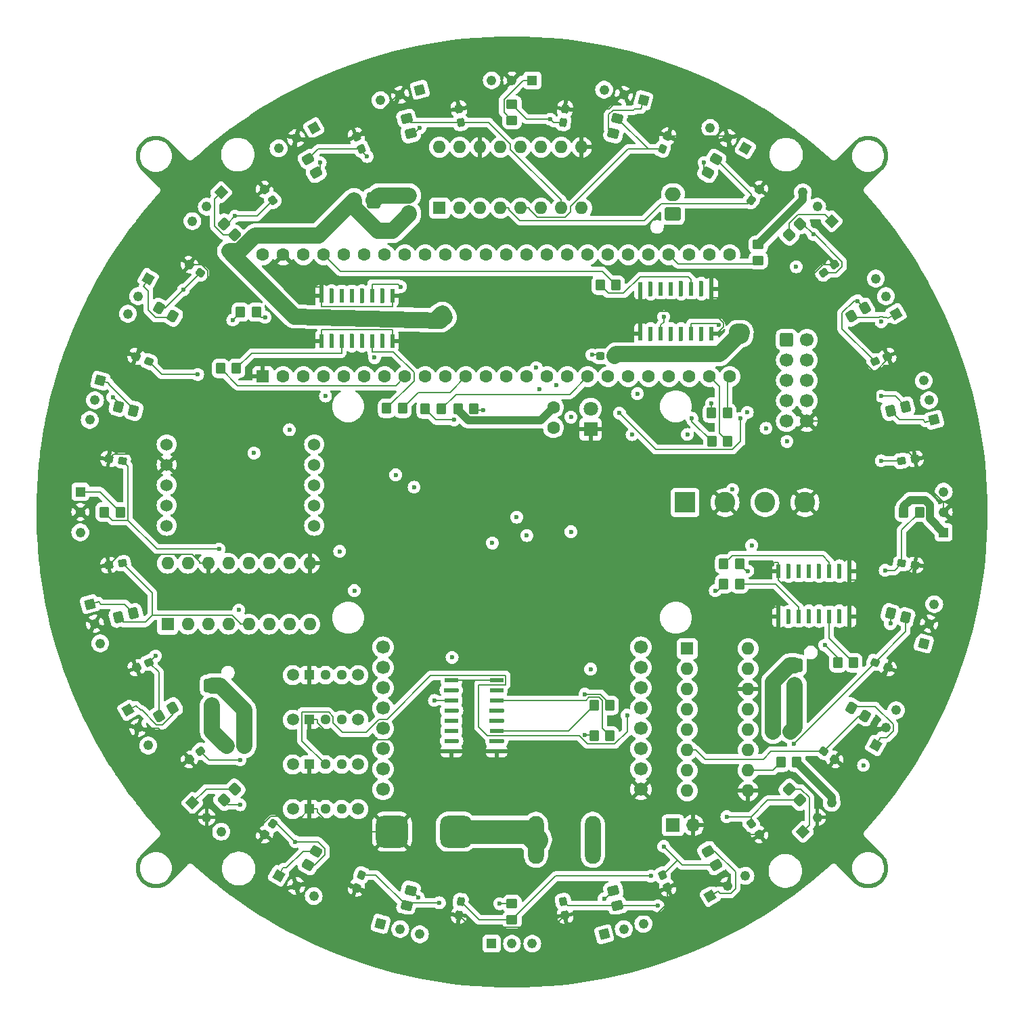
<source format=gtl>
%TF.GenerationSoftware,KiCad,Pcbnew,8.0.4*%
%TF.CreationDate,2024-12-12T22:54:30-05:00*%
%TF.ProjectId,Roboballers Pcb,526f626f-6261-46c6-9c65-727320506362,rev?*%
%TF.SameCoordinates,Original*%
%TF.FileFunction,Copper,L1,Top*%
%TF.FilePolarity,Positive*%
%FSLAX46Y46*%
G04 Gerber Fmt 4.6, Leading zero omitted, Abs format (unit mm)*
G04 Created by KiCad (PCBNEW 8.0.4) date 2024-12-12 22:54:30*
%MOMM*%
%LPD*%
G01*
G04 APERTURE LIST*
G04 Aperture macros list*
%AMRoundRect*
0 Rectangle with rounded corners*
0 $1 Rounding radius*
0 $2 $3 $4 $5 $6 $7 $8 $9 X,Y pos of 4 corners*
0 Add a 4 corners polygon primitive as box body*
4,1,4,$2,$3,$4,$5,$6,$7,$8,$9,$2,$3,0*
0 Add four circle primitives for the rounded corners*
1,1,$1+$1,$2,$3*
1,1,$1+$1,$4,$5*
1,1,$1+$1,$6,$7*
1,1,$1+$1,$8,$9*
0 Add four rect primitives between the rounded corners*
20,1,$1+$1,$2,$3,$4,$5,0*
20,1,$1+$1,$4,$5,$6,$7,0*
20,1,$1+$1,$6,$7,$8,$9,0*
20,1,$1+$1,$8,$9,$2,$3,0*%
%AMRotRect*
0 Rectangle, with rotation*
0 The origin of the aperture is its center*
0 $1 length*
0 $2 width*
0 $3 Rotation angle, in degrees counterclockwise*
0 Add horizontal line*
21,1,$1,$2,0,0,$3*%
G04 Aperture macros list end*
%TA.AperFunction,ComponentPad*%
%ADD10R,1.219200X1.219200*%
%TD*%
%TA.AperFunction,ComponentPad*%
%ADD11C,1.219200*%
%TD*%
%TA.AperFunction,SMDPad,CuDef*%
%ADD12RoundRect,0.250000X0.525253X-0.221605X0.344080X0.454543X-0.525253X0.221605X-0.344080X-0.454543X0*%
%TD*%
%TA.AperFunction,SMDPad,CuDef*%
%ADD13RoundRect,0.237500X0.382522X0.009131X-0.096660X0.370220X-0.382522X-0.009131X0.096660X-0.370220X0*%
%TD*%
%TA.AperFunction,SMDPad,CuDef*%
%ADD14RoundRect,0.250000X-0.070711X0.565685X-0.565685X0.070711X0.070711X-0.565685X0.565685X-0.070711X0*%
%TD*%
%TA.AperFunction,ComponentPad*%
%ADD15R,1.600000X1.600000*%
%TD*%
%TA.AperFunction,ComponentPad*%
%ADD16O,1.600000X1.600000*%
%TD*%
%TA.AperFunction,SMDPad,CuDef*%
%ADD17RoundRect,0.250000X0.350000X0.450000X-0.350000X0.450000X-0.350000X-0.450000X0.350000X-0.450000X0*%
%TD*%
%TA.AperFunction,SMDPad,CuDef*%
%ADD18RoundRect,0.250000X-0.350000X-0.450000X0.350000X-0.450000X0.350000X0.450000X-0.350000X0.450000X0*%
%TD*%
%TA.AperFunction,SMDPad,CuDef*%
%ADD19R,1.663700X0.558800*%
%TD*%
%TA.AperFunction,SMDPad,CuDef*%
%ADD20RoundRect,0.250000X0.528109X0.214711X-0.078109X0.564711X-0.528109X-0.214711X0.078109X-0.564711X0*%
%TD*%
%TA.AperFunction,ComponentPad*%
%ADD21RotRect,1.219200X1.219200X255.000000*%
%TD*%
%TA.AperFunction,SMDPad,CuDef*%
%ADD22RoundRect,0.237500X-0.237500X0.300000X-0.237500X-0.300000X0.237500X-0.300000X0.237500X0.300000X0*%
%TD*%
%TA.AperFunction,SMDPad,CuDef*%
%ADD23RoundRect,0.250000X-0.565685X-0.070711X-0.070711X-0.565685X0.565685X0.070711X0.070711X0.565685X0*%
%TD*%
%TA.AperFunction,SMDPad,CuDef*%
%ADD24RoundRect,0.237500X0.009131X-0.382522X0.370220X0.096660X-0.009131X0.382522X-0.370220X-0.096660X0*%
%TD*%
%TA.AperFunction,ComponentPad*%
%ADD25RotRect,1.219200X1.219200X105.000000*%
%TD*%
%TA.AperFunction,ComponentPad*%
%ADD26RotRect,1.219200X1.219200X165.000000*%
%TD*%
%TA.AperFunction,SMDPad,CuDef*%
%ADD27RoundRect,0.250000X0.450000X-0.350000X0.450000X0.350000X-0.450000X0.350000X-0.450000X-0.350000X0*%
%TD*%
%TA.AperFunction,ComponentPad*%
%ADD28C,1.700000*%
%TD*%
%TA.AperFunction,SMDPad,CuDef*%
%ADD29RoundRect,0.237500X0.264027X0.276941X-0.330134X0.193437X-0.264027X-0.276941X0.330134X-0.193437X0*%
%TD*%
%TA.AperFunction,SMDPad,CuDef*%
%ADD30RoundRect,0.237500X-0.264027X-0.276941X0.330134X-0.193437X0.264027X0.276941X-0.330134X0.193437X0*%
%TD*%
%TA.AperFunction,SMDPad,CuDef*%
%ADD31RoundRect,0.237500X0.367124X0.107824X-0.189186X0.332588X-0.367124X-0.107824X0.189186X-0.332588X0*%
%TD*%
%TA.AperFunction,SMDPad,CuDef*%
%ADD32RoundRect,0.250000X0.564711X-0.078109X0.214711X0.528109X-0.564711X0.078109X-0.214711X-0.528109X0*%
%TD*%
%TA.AperFunction,SMDPad,CuDef*%
%ADD33RoundRect,0.250000X0.565685X0.070711X0.070711X0.565685X-0.565685X-0.070711X-0.070711X-0.565685X0*%
%TD*%
%TA.AperFunction,ComponentPad*%
%ADD34RotRect,1.219200X1.219200X300.000000*%
%TD*%
%TA.AperFunction,ComponentPad*%
%ADD35RotRect,1.219200X1.219200X150.000000*%
%TD*%
%TA.AperFunction,SMDPad,CuDef*%
%ADD36RoundRect,0.250000X-0.078109X-0.564711X0.528109X-0.214711X0.078109X0.564711X-0.528109X0.214711X0*%
%TD*%
%TA.AperFunction,ComponentPad*%
%ADD37R,1.800000X1.800000*%
%TD*%
%TA.AperFunction,ComponentPad*%
%ADD38C,1.800000*%
%TD*%
%TA.AperFunction,ComponentPad*%
%ADD39RotRect,1.219200X1.219200X225.000000*%
%TD*%
%TA.AperFunction,ComponentPad*%
%ADD40RotRect,1.219200X1.219200X30.000000*%
%TD*%
%TA.AperFunction,ComponentPad*%
%ADD41RotRect,1.219200X1.219200X135.000000*%
%TD*%
%TA.AperFunction,SMDPad,CuDef*%
%ADD42RoundRect,0.237500X-0.276941X0.264027X-0.193437X-0.330134X0.276941X-0.264027X0.193437X0.330134X0*%
%TD*%
%TA.AperFunction,SMDPad,CuDef*%
%ADD43RoundRect,0.237500X-0.199169X0.326708X-0.272291X-0.268820X0.199169X-0.326708X0.272291X0.268820X0*%
%TD*%
%TA.AperFunction,ComponentPad*%
%ADD44RotRect,1.219200X1.219200X240.000000*%
%TD*%
%TA.AperFunction,SMDPad,CuDef*%
%ADD45RoundRect,0.237500X-0.371851X0.090184X-0.002454X-0.382623X0.371851X-0.090184X0.002454X0.382623X0*%
%TD*%
%TA.AperFunction,ComponentPad*%
%ADD46O,2.000000X6.000000*%
%TD*%
%TA.AperFunction,SMDPad,CuDef*%
%ADD47RoundRect,0.250000X0.070711X-0.565685X0.565685X-0.070711X-0.070711X0.565685X-0.565685X0.070711X0*%
%TD*%
%TA.AperFunction,SMDPad,CuDef*%
%ADD48RoundRect,0.237500X-0.090184X-0.371851X0.382623X-0.002454X0.090184X0.371851X-0.382623X0.002454X0*%
%TD*%
%TA.AperFunction,SMDPad,CuDef*%
%ADD49RoundRect,0.237500X-0.300000X-0.237500X0.300000X-0.237500X0.300000X0.237500X-0.300000X0.237500X0*%
%TD*%
%TA.AperFunction,SMDPad,CuDef*%
%ADD50RoundRect,0.250000X0.344080X-0.454543X0.525253X0.221605X-0.344080X0.454543X-0.525253X-0.221605X0*%
%TD*%
%TA.AperFunction,SMDPad,CuDef*%
%ADD51RoundRect,0.250000X-0.528109X-0.214711X0.078109X-0.564711X0.528109X0.214711X-0.078109X0.564711X0*%
%TD*%
%TA.AperFunction,SMDPad,CuDef*%
%ADD52RoundRect,0.250000X0.214711X-0.528109X0.564711X0.078109X-0.214711X0.528109X-0.564711X-0.078109X0*%
%TD*%
%TA.AperFunction,SMDPad,CuDef*%
%ADD53RoundRect,0.250000X-0.525253X0.221605X-0.344080X-0.454543X0.525253X-0.221605X0.344080X0.454543X0*%
%TD*%
%TA.AperFunction,ComponentPad*%
%ADD54RotRect,1.219200X1.219200X60.000000*%
%TD*%
%TA.AperFunction,SMDPad,CuDef*%
%ADD55RoundRect,0.250000X-0.450000X0.350000X-0.450000X-0.350000X0.450000X-0.350000X0.450000X0.350000X0*%
%TD*%
%TA.AperFunction,ComponentPad*%
%ADD56RotRect,1.219200X1.219200X210.000000*%
%TD*%
%TA.AperFunction,SMDPad,CuDef*%
%ADD57RoundRect,0.237500X0.371851X-0.090184X0.002454X0.382623X-0.371851X0.090184X-0.002454X-0.382623X0*%
%TD*%
%TA.AperFunction,ComponentPad*%
%ADD58RotRect,1.219200X1.219200X120.000000*%
%TD*%
%TA.AperFunction,ComponentPad*%
%ADD59RoundRect,0.250000X-0.600000X-0.600000X0.600000X-0.600000X0.600000X0.600000X-0.600000X0.600000X0*%
%TD*%
%TA.AperFunction,SMDPad,CuDef*%
%ADD60RoundRect,1.000000X-1.000000X-1.000000X1.000000X-1.000000X1.000000X1.000000X-1.000000X1.000000X0*%
%TD*%
%TA.AperFunction,SMDPad,CuDef*%
%ADD61RoundRect,0.250000X-0.564711X0.078109X-0.214711X-0.528109X0.564711X-0.078109X0.214711X0.528109X0*%
%TD*%
%TA.AperFunction,SMDPad,CuDef*%
%ADD62RoundRect,0.250000X0.078109X0.564711X-0.528109X0.214711X-0.078109X-0.564711X0.528109X-0.214711X0*%
%TD*%
%TA.AperFunction,ComponentPad*%
%ADD63R,1.295400X1.295400*%
%TD*%
%TA.AperFunction,ComponentPad*%
%ADD64C,1.295400*%
%TD*%
%TA.AperFunction,ComponentPad*%
%ADD65C,1.498600*%
%TD*%
%TA.AperFunction,SMDPad,CuDef*%
%ADD66R,0.558800X1.663700*%
%TD*%
%TA.AperFunction,SMDPad,CuDef*%
%ADD67RoundRect,0.237500X-0.335839X0.183353X-0.101401X-0.368950X0.335839X-0.183353X0.101401X0.368950X0*%
%TD*%
%TA.AperFunction,SMDPad,CuDef*%
%ADD68RoundRect,0.237500X0.199169X-0.326708X0.272291X0.268820X-0.199169X0.326708X-0.272291X-0.268820X0*%
%TD*%
%TA.AperFunction,ComponentPad*%
%ADD69C,1.600000*%
%TD*%
%TA.AperFunction,ComponentPad*%
%ADD70RotRect,1.219200X1.219200X285.000000*%
%TD*%
%TA.AperFunction,SMDPad,CuDef*%
%ADD71RoundRect,0.237500X0.326708X0.199169X-0.268820X0.272291X-0.326708X-0.199169X0.268820X-0.272291X0*%
%TD*%
%TA.AperFunction,SMDPad,CuDef*%
%ADD72RoundRect,0.237500X0.300000X0.237500X-0.300000X0.237500X-0.300000X-0.237500X0.300000X-0.237500X0*%
%TD*%
%TA.AperFunction,SMDPad,CuDef*%
%ADD73RoundRect,0.237500X0.335839X-0.183353X0.101401X0.368950X-0.335839X0.183353X-0.101401X-0.368950X0*%
%TD*%
%TA.AperFunction,ComponentPad*%
%ADD74RotRect,1.219200X1.219200X15.000000*%
%TD*%
%TA.AperFunction,ComponentPad*%
%ADD75C,1.524000*%
%TD*%
%TA.AperFunction,ComponentPad*%
%ADD76RotRect,1.219200X1.219200X195.000000*%
%TD*%
%TA.AperFunction,ComponentPad*%
%ADD77RotRect,1.219200X1.219200X345.000000*%
%TD*%
%TA.AperFunction,SMDPad,CuDef*%
%ADD78RoundRect,0.237500X0.107824X-0.367124X0.332588X0.189186X-0.107824X0.367124X-0.332588X-0.189186X0*%
%TD*%
%TA.AperFunction,SMDPad,CuDef*%
%ADD79RoundRect,0.237500X0.276941X-0.264027X0.193437X0.330134X-0.276941X0.264027X-0.193437X-0.330134X0*%
%TD*%
%TA.AperFunction,SMDPad,CuDef*%
%ADD80RoundRect,0.250000X-0.214711X0.528109X-0.564711X-0.078109X0.214711X-0.528109X0.564711X0.078109X0*%
%TD*%
%TA.AperFunction,SMDPad,CuDef*%
%ADD81RoundRect,0.250000X-0.221605X-0.525253X0.454543X-0.344080X0.221605X0.525253X-0.454543X0.344080X0*%
%TD*%
%TA.AperFunction,SMDPad,CuDef*%
%ADD82RoundRect,0.237500X0.090184X0.371851X-0.382623X0.002454X-0.090184X-0.371851X0.382623X-0.002454X0*%
%TD*%
%TA.AperFunction,SMDPad,CuDef*%
%ADD83RoundRect,0.237500X-0.183353X-0.335839X0.368950X-0.101401X0.183353X0.335839X-0.368950X0.101401X0*%
%TD*%
%TA.AperFunction,SMDPad,CuDef*%
%ADD84RoundRect,0.237500X0.183353X0.335839X-0.368950X0.101401X-0.183353X-0.335839X0.368950X-0.101401X0*%
%TD*%
%TA.AperFunction,ComponentPad*%
%ADD85RotRect,1.219200X1.219200X75.000000*%
%TD*%
%TA.AperFunction,SMDPad,CuDef*%
%ADD86RoundRect,0.237500X-0.367124X-0.107824X0.189186X-0.332588X0.367124X0.107824X-0.189186X0.332588X0*%
%TD*%
%TA.AperFunction,ComponentPad*%
%ADD87RotRect,1.219200X1.219200X45.000000*%
%TD*%
%TA.AperFunction,SMDPad,CuDef*%
%ADD88RoundRect,0.250000X-0.454543X-0.344080X0.221605X-0.525253X0.454543X0.344080X-0.221605X0.525253X0*%
%TD*%
%TA.AperFunction,SMDPad,CuDef*%
%ADD89RoundRect,0.237500X-0.009131X0.382522X-0.370220X-0.096660X0.009131X-0.382522X0.370220X0.096660X0*%
%TD*%
%TA.AperFunction,ComponentPad*%
%ADD90R,1.700000X1.700000*%
%TD*%
%TA.AperFunction,ComponentPad*%
%ADD91O,1.700000X1.700000*%
%TD*%
%TA.AperFunction,SMDPad,CuDef*%
%ADD92RoundRect,0.250000X0.454543X0.344080X-0.221605X0.525253X-0.454543X-0.344080X0.221605X-0.525253X0*%
%TD*%
%TA.AperFunction,SMDPad,CuDef*%
%ADD93RoundRect,0.237500X-0.382522X-0.009131X0.096660X-0.370220X0.382522X0.009131X-0.096660X0.370220X0*%
%TD*%
%TA.AperFunction,ComponentPad*%
%ADD94RotRect,1.219200X1.219200X330.000000*%
%TD*%
%TA.AperFunction,ComponentPad*%
%ADD95RotRect,1.219200X1.219200X315.000000*%
%TD*%
%TA.AperFunction,SMDPad,CuDef*%
%ADD96RoundRect,0.237500X-0.326708X-0.199169X0.268820X-0.272291X0.326708X0.199169X-0.268820X0.272291X0*%
%TD*%
%TA.AperFunction,SMDPad,CuDef*%
%ADD97RoundRect,0.250000X-0.344080X0.454543X-0.525253X-0.221605X0.344080X-0.454543X0.525253X0.221605X0*%
%TD*%
%TA.AperFunction,SMDPad,CuDef*%
%ADD98RoundRect,0.237500X-0.107824X0.367124X-0.332588X-0.189186X0.107824X-0.367124X0.332588X0.189186X0*%
%TD*%
%TA.AperFunction,SMDPad,CuDef*%
%ADD99RoundRect,0.250000X0.221605X0.525253X-0.454543X0.344080X-0.221605X-0.525253X0.454543X-0.344080X0*%
%TD*%
%TA.AperFunction,ComponentPad*%
%ADD100R,2.600000X2.600000*%
%TD*%
%TA.AperFunction,ComponentPad*%
%ADD101C,2.600000*%
%TD*%
%TA.AperFunction,ComponentPad*%
%ADD102RoundRect,0.250000X-0.750000X0.600000X-0.750000X-0.600000X0.750000X-0.600000X0.750000X0.600000X0*%
%TD*%
%TA.AperFunction,ComponentPad*%
%ADD103O,2.000000X1.700000*%
%TD*%
%TA.AperFunction,ComponentPad*%
%ADD104RoundRect,0.250000X0.600000X0.750000X-0.600000X0.750000X-0.600000X-0.750000X0.600000X-0.750000X0*%
%TD*%
%TA.AperFunction,ComponentPad*%
%ADD105O,1.700000X2.000000*%
%TD*%
%TA.AperFunction,ComponentPad*%
%ADD106RoundRect,0.250000X0.750000X-0.600000X0.750000X0.600000X-0.750000X0.600000X-0.750000X-0.600000X0*%
%TD*%
%TA.AperFunction,ViaPad*%
%ADD107C,0.600000*%
%TD*%
%TA.AperFunction,ViaPad*%
%ADD108C,0.500000*%
%TD*%
%TA.AperFunction,Conductor*%
%ADD109C,2.000000*%
%TD*%
%TA.AperFunction,Conductor*%
%ADD110C,0.200000*%
%TD*%
%TA.AperFunction,Conductor*%
%ADD111C,1.000000*%
%TD*%
%TA.AperFunction,Conductor*%
%ADD112C,3.000000*%
%TD*%
G04 APERTURE END LIST*
D10*
%TO.P,U16,1,OUT*%
%TO.N,Net-(U16-OUT)*%
X97460000Y-154006000D03*
D11*
%TO.P,U16,2,Vs*%
%TO.N,unconnected-(U16-Vs-Pad2)*%
X100000000Y-154006000D03*
%TO.P,U16,3,GND*%
%TO.N,3.3v*%
X102540000Y-154006000D03*
%TD*%
D12*
%TO.P,R24,1*%
%TO.N,Net-(U21-OUT)*%
X87317819Y-52669626D03*
%TO.P,R24,2*%
%TO.N,Net-(U27-CH6)*%
X86800181Y-50737774D03*
%TD*%
D13*
%TO.P,C26,1*%
%TO.N,Net-(U28-CH1)*%
X61021123Y-70080966D03*
%TO.P,C26,2*%
%TO.N,GND*%
X59643477Y-69042834D03*
%TD*%
D14*
%TO.P,R25,1*%
%TO.N,Net-(U22-OUT)*%
X65351807Y-134648193D03*
%TO.P,R25,2*%
%TO.N,Net-(U28-CH6)*%
X63937593Y-136062407D03*
%TD*%
D15*
%TO.P,U28,1,CH0*%
%TO.N,Net-(U28-CH0)*%
X56911000Y-114036000D03*
D16*
%TO.P,U28,2,CH1*%
%TO.N,Net-(U28-CH1)*%
X59451000Y-114036000D03*
%TO.P,U28,3,CH2*%
%TO.N,Net-(U28-CH2)*%
X61991000Y-114036000D03*
%TO.P,U28,4,CH3*%
%TO.N,Net-(U28-CH3)*%
X64531000Y-114036000D03*
%TO.P,U28,5,CH4*%
%TO.N,Net-(U28-CH4)*%
X67071000Y-114036000D03*
%TO.P,U28,6,CH5*%
%TO.N,Net-(U28-CH5)*%
X69611000Y-114036000D03*
%TO.P,U28,7,CH6*%
%TO.N,Net-(U28-CH6)*%
X72151000Y-114036000D03*
%TO.P,U28,8,CH7*%
%TO.N,Net-(U28-CH7)*%
X74691000Y-114036000D03*
%TO.P,U28,9,DGND*%
%TO.N,GND*%
X74691000Y-106416000D03*
%TO.P,U28,10,~{CS}/SHDN*%
%TO.N,CHIPSELECTIR2*%
X72151000Y-106416000D03*
%TO.P,U28,11,Din*%
%TO.N,MOSI*%
X69611000Y-106416000D03*
%TO.P,U28,12,Dout*%
%TO.N,MISO*%
X67071000Y-106416000D03*
%TO.P,U28,13,CLK*%
%TO.N,SCK(Clock Timing)*%
X64531000Y-106416000D03*
%TO.P,U28,14,AGND*%
%TO.N,GND*%
X61991000Y-106416000D03*
%TO.P,U28,15,Vref*%
%TO.N,3.3v*%
X59451000Y-106416000D03*
%TO.P,U28,16,Vdd*%
X56911000Y-106416000D03*
%TD*%
D17*
%TO.P,R7,1*%
%TO.N,Direction1(4)*%
X127000000Y-91186000D03*
%TO.P,R7,2*%
%TO.N,Net-(U4-INA)*%
X125000000Y-91186000D03*
%TD*%
D18*
%TO.P,R10,1*%
%TO.N,Net-(U2-PWM)*%
X66000000Y-75000000D03*
%TO.P,R10,2*%
%TO.N,PWM3*%
X68000000Y-75000000D03*
%TD*%
D19*
%TO.P,U3,1,GNDA*%
%TO.N,GND*%
X98075750Y-129921000D03*
%TO.P,U3,2,OUTA*%
%TO.N,Net-(J3-Pin_1)*%
X98075750Y-128651000D03*
%TO.P,U3,3,INA*%
%TO.N,Net-(U3-INA)*%
X98075750Y-127381000D03*
%TO.P,U3,4,VCC*%
%TO.N,12v*%
X98075750Y-126111000D03*
%TO.P,U3,5,VCC*%
X98075750Y-124841000D03*
%TO.P,U3,6,INB*%
%TO.N,Net-(U3-INB)*%
X98075750Y-123571000D03*
%TO.P,U3,7,OUTB*%
%TO.N,Net-(J3-Pin_2)*%
X98075750Y-122301000D03*
%TO.P,U3,8,GNDB*%
%TO.N,GND*%
X98075750Y-121031000D03*
%TO.P,U3,9,GNDB*%
X92424250Y-121031000D03*
%TO.P,U3,10,OUTB*%
%TO.N,Net-(J3-Pin_2)*%
X92424250Y-122301000D03*
%TO.P,U3,11,PWM*%
%TO.N,Net-(U3-PWM)*%
X92424250Y-123571000D03*
%TO.P,U3,12,VCC*%
%TO.N,12v*%
X92424250Y-124841000D03*
%TO.P,U3,13,CS*%
%TO.N,unconnected-(U3-CS-Pad13)*%
X92424250Y-126111000D03*
%TO.P,U3,14,SEL0*%
%TO.N,unconnected-(U3-SEL0-Pad14)*%
X92424250Y-127381000D03*
%TO.P,U3,15,OUTA*%
%TO.N,Net-(J3-Pin_1)*%
X92424250Y-128651000D03*
%TO.P,U3,16,GNDA*%
%TO.N,GND*%
X92424250Y-129921000D03*
%TD*%
D20*
%TO.P,R37,1*%
%TO.N,Net-(U34-OUT)*%
X57564725Y-75500000D03*
%TO.P,R37,2*%
%TO.N,Net-(U28-CH1)*%
X55832675Y-74500000D03*
%TD*%
D21*
%TO.P,U32,1,OUT*%
%TO.N,Net-(U32-OUT)*%
X48491605Y-83568795D03*
D11*
%TO.P,U32,2,Vs*%
%TO.N,unconnected-(U32-Vs-Pad2)*%
X47834204Y-86022247D03*
%TO.P,U32,3,GND*%
%TO.N,3.3v*%
X47176804Y-88475699D03*
%TD*%
D22*
%TO.P,C2,1*%
%TO.N,Net-(J2-Pin_1)*%
X87122000Y-60859500D03*
%TO.P,C2,2*%
%TO.N,Net-(J2-Pin_2)*%
X87122000Y-62584500D03*
%TD*%
D23*
%TO.P,R17,1*%
%TO.N,Net-(U10-OUT)*%
X134648193Y-134648193D03*
%TO.P,R17,2*%
%TO.N,Net-(U12-CH4)*%
X136062407Y-136062407D03*
%TD*%
D24*
%TO.P,C21,1*%
%TO.N,Net-(U27-CH3)*%
X129919034Y-61021123D03*
%TO.P,C21,2*%
%TO.N,GND*%
X130957166Y-59643477D03*
%TD*%
D25*
%TO.P,U35,1,OUT*%
%TO.N,Net-(U35-OUT)*%
X152823196Y-88475699D03*
D11*
%TO.P,U35,2,Vs*%
%TO.N,unconnected-(U35-Vs-Pad2)*%
X152165796Y-86022247D03*
%TO.P,U35,3,GND*%
%TO.N,3.3v*%
X151508395Y-83568795D03*
%TD*%
D26*
%TO.P,U25,1,OUT*%
%TO.N,Net-(U25-OUT)*%
X116431205Y-48491605D03*
D11*
%TO.P,U25,2,Vs*%
%TO.N,GND*%
X113977753Y-47834204D03*
%TO.P,U25,3,GND*%
%TO.N,3.3v*%
X111524301Y-47176804D03*
%TD*%
D27*
%TO.P,R28,1*%
%TO.N,CHIPSELECTIR3*%
X130810000Y-68548000D03*
%TO.P,R28,2*%
%TO.N,3.3v*%
X130810000Y-66548000D03*
%TD*%
D28*
%TO.P,U11,A1,P1*%
%TO.N,TX*%
X83871000Y-116921000D03*
%TO.P,U11,A2,P2*%
%TO.N,RX*%
X83871000Y-119461000D03*
%TO.P,U11,A3,P3*%
%TO.N,unconnected-(U11-P3-PadA3)*%
X83871000Y-122001000D03*
%TO.P,U11,A4,P4*%
%TO.N,unconnected-(U11-P4-PadA4)*%
X83871000Y-124541000D03*
%TO.P,U11,A5,P5*%
%TO.N,unconnected-(U11-P5-PadA5)*%
X83871000Y-127081000D03*
%TO.P,U11,A6,P6*%
%TO.N,unconnected-(U11-P6-PadA6)*%
X83871000Y-129621000D03*
%TO.P,U11,A7,P7*%
%TO.N,unconnected-(U11-P7-PadA7)*%
X83871000Y-132161000D03*
%TO.P,U11,A8,3.3v*%
%TO.N,unconnected-(U11-3.3v-PadA8)*%
X83871000Y-134701000D03*
%TO.P,U11,B1,RST*%
%TO.N,unconnected-(U11-RST-PadB1)*%
X116129000Y-116921000D03*
%TO.P,U11,B2,BOOT*%
%TO.N,unconnected-(U11-BOOT-PadB2)*%
X116129000Y-119461000D03*
%TO.P,U11,B3,SYNC*%
%TO.N,unconnected-(U11-SYNC-PadB3)*%
X116129000Y-122001000D03*
%TO.P,U11,B4,P10*%
%TO.N,unconnected-(U11-P10-PadB4)*%
X116129000Y-124541000D03*
%TO.P,U11,B5,P9*%
%TO.N,unconnected-(U11-P9-PadB5)*%
X116129000Y-127081000D03*
%TO.P,U11,B6,P8*%
%TO.N,unconnected-(U11-P8-PadB6)*%
X116129000Y-129621000D03*
%TO.P,U11,B7,VIN*%
%TO.N,5v*%
X116129000Y-132161000D03*
%TO.P,U11,B8,GND*%
%TO.N,GND*%
X116129000Y-134701000D03*
%TD*%
D29*
%TO.P,C20,1*%
%TO.N,Net-(U28-CH4)*%
X51281906Y-106406263D03*
%TO.P,C20,2*%
%TO.N,GND*%
X49573694Y-106646337D03*
%TD*%
D30*
%TO.P,C27,1*%
%TO.N,Net-(U27-CH0)*%
X148718094Y-93593737D03*
%TO.P,C27,2*%
%TO.N,GND*%
X150426306Y-93353663D03*
%TD*%
D31*
%TO.P,C24,1*%
%TO.N,Net-(U28-CH2)*%
X54605696Y-81188898D03*
%TO.P,C24,2*%
%TO.N,GND*%
X53006304Y-80542702D03*
%TD*%
D32*
%TO.P,R22,1*%
%TO.N,Net-(U19-OUT)*%
X75500000Y-57564725D03*
%TO.P,R22,2*%
%TO.N,Net-(U27-CH7)*%
X74500000Y-55832675D03*
%TD*%
D10*
%TO.P,U30,1,OUT*%
%TO.N,Net-(U30-OUT)*%
X45994000Y-97460000D03*
D11*
%TO.P,U30,2,Vs*%
%TO.N,GND*%
X45994000Y-100000000D03*
%TO.P,U30,3,GND*%
%TO.N,3.3v*%
X45994000Y-102540000D03*
%TD*%
D33*
%TO.P,R39,1*%
%TO.N,Net-(U36-OUT)*%
X65351807Y-65351807D03*
%TO.P,R39,2*%
%TO.N,Net-(U28-CH0)*%
X63937593Y-63937593D03*
%TD*%
D34*
%TO.P,U24,1,OUT*%
%TO.N,Net-(U24-OUT)*%
X51959404Y-124803295D03*
D11*
%TO.P,U24,2,Vs*%
%TO.N,GND*%
X53229404Y-127003000D03*
%TO.P,U24,3,GND*%
%TO.N,3.3v*%
X54499404Y-129202705D03*
%TD*%
D35*
%TO.P,U29,1,OUT*%
%TO.N,Net-(U29-OUT)*%
X129202705Y-54499404D03*
D11*
%TO.P,U29,2,Vs*%
%TO.N,GND*%
X127003000Y-53229404D03*
%TO.P,U29,3,GND*%
%TO.N,3.3v*%
X124803295Y-51959404D03*
%TD*%
D36*
%TO.P,R36,1*%
%TO.N,Net-(U33-OUT)*%
X142435275Y-75500000D03*
%TO.P,R36,2*%
%TO.N,Net-(U27-CH1)*%
X144167325Y-74500000D03*
%TD*%
D37*
%TO.P,D1,1,K*%
%TO.N,GND*%
X109831000Y-89642000D03*
D38*
%TO.P,D1,2,A*%
%TO.N,3.3v*%
X109831000Y-87102000D03*
%TD*%
D39*
%TO.P,U36,1,OUT*%
%TO.N,Net-(U36-OUT)*%
X63608009Y-60015906D03*
D11*
%TO.P,U36,2,Vs*%
%TO.N,unconnected-(U36-Vs-Pad2)*%
X61811957Y-61811957D03*
%TO.P,U36,3,GND*%
%TO.N,3.3v*%
X60015906Y-63608009D03*
%TD*%
D40*
%TO.P,U13,1,OUT*%
%TO.N,Net-(U13-OUT)*%
X124803295Y-148040596D03*
D11*
%TO.P,U13,2,Vs*%
%TO.N,GND*%
X127003000Y-146770596D03*
%TO.P,U13,3,GND*%
%TO.N,3.3v*%
X129202705Y-145500596D03*
%TD*%
D18*
%TO.P,R2,1*%
%TO.N,Direction2(1)*%
X140748000Y-118872000D03*
%TO.P,R2,2*%
%TO.N,Net-(U1-INB)*%
X142748000Y-118872000D03*
%TD*%
D15*
%TO.P,U12,1,CH0*%
%TO.N,Net-(U12-CH0)*%
X121920000Y-117094000D03*
D16*
%TO.P,U12,2,CH1*%
%TO.N,Net-(U12-CH1)*%
X121920000Y-119634000D03*
%TO.P,U12,3,CH2*%
%TO.N,Net-(U12-CH2)*%
X121920000Y-122174000D03*
%TO.P,U12,4,CH3*%
%TO.N,Net-(U12-CH3)*%
X121920000Y-124714000D03*
%TO.P,U12,5,CH4*%
%TO.N,Net-(U12-CH4)*%
X121920000Y-127254000D03*
%TO.P,U12,6,CH5*%
%TO.N,Net-(U12-CH5)*%
X121920000Y-129794000D03*
%TO.P,U12,7,CH6*%
%TO.N,Net-(U12-CH6)*%
X121920000Y-132334000D03*
%TO.P,U12,8,CH7*%
%TO.N,Net-(U12-CH7)*%
X121920000Y-134874000D03*
%TO.P,U12,9,DGND*%
%TO.N,GND*%
X129540000Y-134874000D03*
%TO.P,U12,10,~{CS}/SHDN*%
%TO.N,CHIPSELECTIR1*%
X129540000Y-132334000D03*
%TO.P,U12,11,Din*%
%TO.N,MOSI*%
X129540000Y-129794000D03*
%TO.P,U12,12,Dout*%
%TO.N,MISO*%
X129540000Y-127254000D03*
%TO.P,U12,13,CLK*%
%TO.N,SCK(Clock Timing)*%
X129540000Y-124714000D03*
%TO.P,U12,14,AGND*%
%TO.N,GND*%
X129540000Y-122174000D03*
%TO.P,U12,15,Vref*%
%TO.N,3.3v*%
X129540000Y-119634000D03*
%TO.P,U12,16,Vdd*%
X129540000Y-117094000D03*
%TD*%
D41*
%TO.P,U31,1,OUT*%
%TO.N,Net-(U31-OUT)*%
X139984094Y-63608009D03*
D11*
%TO.P,U31,2,Vs*%
%TO.N,unconnected-(U31-Vs-Pad2)*%
X138188043Y-61811957D03*
%TO.P,U31,3,GND*%
%TO.N,3.3v*%
X136391991Y-60015906D03*
%TD*%
D42*
%TO.P,C10,1*%
%TO.N,Net-(U12-CH2)*%
X106406263Y-148718094D03*
%TO.P,C10,2*%
%TO.N,GND*%
X106646337Y-150426306D03*
%TD*%
D43*
%TO.P,C11,1*%
%TO.N,Net-(U12-CH1)*%
X93578812Y-148716129D03*
%TO.P,C11,2*%
%TO.N,GND*%
X93368588Y-150428271D03*
%TD*%
D18*
%TO.P,R16,1*%
%TO.N,CHIPSELECTIR1*%
X133636000Y-131318000D03*
%TO.P,R16,2*%
%TO.N,3.3v*%
X135636000Y-131318000D03*
%TD*%
D44*
%TO.P,U34,1,OUT*%
%TO.N,Net-(U34-OUT)*%
X54499404Y-70797295D03*
D11*
%TO.P,U34,2,Vs*%
%TO.N,unconnected-(U34-Vs-Pad2)*%
X53229404Y-72997000D03*
%TO.P,U34,3,GND*%
%TO.N,3.3v*%
X51959404Y-75196705D03*
%TD*%
D45*
%TO.P,C8,1*%
%TO.N,Net-(U12-CH4)*%
X129907092Y-138988041D03*
%TO.P,C8,2*%
%TO.N,GND*%
X130969108Y-140347359D03*
%TD*%
D46*
%TO.P,U17,1,Power*%
%TO.N,Net-(J5-Pin_2)*%
X103000000Y-141000000D03*
%TO.P,U17,2,ACC*%
%TO.N,12v*%
X110100000Y-141000000D03*
%TD*%
D47*
%TO.P,R34,1*%
%TO.N,Net-(U31-OUT)*%
X134648193Y-65351807D03*
%TO.P,R34,2*%
%TO.N,Net-(U27-CH2)*%
X136062407Y-63937593D03*
%TD*%
D48*
%TO.P,C23,1*%
%TO.N,Net-(U27-CH2)*%
X138988041Y-70092908D03*
%TO.P,C23,2*%
%TO.N,GND*%
X140347359Y-69030892D03*
%TD*%
D49*
%TO.P,C1,1*%
%TO.N,Net-(J1-Pin_1)*%
X133137500Y-127500000D03*
%TO.P,C1,2*%
%TO.N,Net-(J1-Pin_2)*%
X134862500Y-127500000D03*
%TD*%
D50*
%TO.P,R29,1*%
%TO.N,Net-(U25-OUT)*%
X112682181Y-52669626D03*
%TO.P,R29,2*%
%TO.N,Net-(U27-CH4)*%
X113199819Y-50737774D03*
%TD*%
D51*
%TO.P,R15,1*%
%TO.N,Net-(U9-OUT)*%
X142435275Y-124500000D03*
%TO.P,R15,2*%
%TO.N,Net-(U12-CH5)*%
X144167325Y-125500000D03*
%TD*%
D52*
%TO.P,R32,1*%
%TO.N,Net-(U29-OUT)*%
X124500000Y-57564725D03*
%TO.P,R32,2*%
%TO.N,Net-(U27-CH3)*%
X125500000Y-55832675D03*
%TD*%
D53*
%TO.P,R19,1*%
%TO.N,Net-(U14-OUT)*%
X112682181Y-147330374D03*
%TO.P,R19,2*%
%TO.N,Net-(U12-CH2)*%
X113199819Y-149262226D03*
%TD*%
D54*
%TO.P,U9,1,OUT*%
%TO.N,Net-(U9-OUT)*%
X145500596Y-129202705D03*
D11*
%TO.P,U9,2,Vs*%
%TO.N,GND*%
X146770596Y-127003000D03*
%TO.P,U9,3,GND*%
%TO.N,3.3v*%
X148040596Y-124803295D03*
%TD*%
D55*
%TO.P,R20,1*%
%TO.N,Net-(U16-OUT)*%
X100000000Y-149000000D03*
%TO.P,R20,2*%
%TO.N,Net-(U12-CH1)*%
X100000000Y-151000000D03*
%TD*%
D56*
%TO.P,U19,1,OUT*%
%TO.N,Net-(U19-OUT)*%
X75196705Y-51959404D03*
D11*
%TO.P,U19,2,Vs*%
%TO.N,GND*%
X72997000Y-53229404D03*
%TO.P,U19,3,GND*%
%TO.N,3.3v*%
X70797295Y-54499404D03*
%TD*%
D57*
%TO.P,C28,1*%
%TO.N,Net-(U28-CH0)*%
X70092908Y-61011959D03*
%TO.P,C28,2*%
%TO.N,GND*%
X69030892Y-59652641D03*
%TD*%
D17*
%TO.P,R8,1*%
%TO.N,Direction2(4)*%
X126968000Y-87630000D03*
%TO.P,R8,2*%
%TO.N,Net-(U4-INB)*%
X124968000Y-87630000D03*
%TD*%
D58*
%TO.P,U33,1,OUT*%
%TO.N,Net-(U33-OUT)*%
X148040596Y-75196705D03*
D11*
%TO.P,U33,2,Vs*%
%TO.N,unconnected-(U33-Vs-Pad2)*%
X146770596Y-72997000D03*
%TO.P,U33,3,GND*%
%TO.N,3.3v*%
X145500596Y-70797295D03*
%TD*%
D59*
%TO.P,J7,1,Pin_1*%
%TO.N,12v*%
X134366000Y-78460000D03*
D28*
%TO.P,J7,2,Pin_2*%
%TO.N,CLS1*%
X136906000Y-78460000D03*
%TO.P,J7,3,Pin_3*%
%TO.N,3.3v*%
X134366000Y-81000000D03*
%TO.P,J7,4,Pin_4*%
%TO.N,CLS2*%
X136906000Y-81000000D03*
%TO.P,J7,5,Pin_5*%
%TO.N,MOSI*%
X134366000Y-83540000D03*
%TO.P,J7,6,Pin_6*%
%TO.N,CLS3*%
X136906000Y-83540000D03*
%TO.P,J7,7,Pin_7*%
%TO.N,MISO*%
X134366000Y-86080000D03*
%TO.P,J7,8,Pin_8*%
%TO.N,Kicker*%
X136906000Y-86080000D03*
%TO.P,J7,9,Pin_9*%
%TO.N,SCK(Clock Timing)*%
X134366000Y-88620000D03*
%TO.P,J7,10,Pin_10*%
%TO.N,GND*%
X136906000Y-88620000D03*
%TD*%
D60*
%TO.P,J5,1,Pin_1*%
%TO.N,GND*%
X85000000Y-140000000D03*
%TO.P,J5,2,Pin_2*%
%TO.N,Net-(J5-Pin_2)*%
X93000000Y-140000000D03*
%TD*%
D61*
%TO.P,R18,1*%
%TO.N,Net-(U13-OUT)*%
X124500000Y-142435275D03*
%TO.P,R18,2*%
%TO.N,Net-(U12-CH3)*%
X125500000Y-144167325D03*
%TD*%
D62*
%TO.P,R27,1*%
%TO.N,Net-(U24-OUT)*%
X57564725Y-124500000D03*
%TO.P,R27,2*%
%TO.N,Net-(U28-CH5)*%
X55832675Y-125500000D03*
%TD*%
D63*
%TO.P,SW1,1,1*%
%TO.N,GND*%
X74672000Y-137160000D03*
D64*
%TO.P,SW1,2,2*%
%TO.N,Calibrate *%
X76672000Y-137160000D03*
%TO.P,SW1,3,3*%
%TO.N,3.3v*%
X78672001Y-137160000D03*
D65*
%TO.P,SW1,4*%
%TO.N,N/C*%
X72571999Y-137160000D03*
%TO.P,SW1,5*%
X80772000Y-137160000D03*
%TD*%
D63*
%TO.P,SW2,1,1*%
%TO.N,GND*%
X74672000Y-131572000D03*
D64*
%TO.P,SW2,2,2*%
%TO.N,Offense*%
X76672000Y-131572000D03*
%TO.P,SW2,3,3*%
%TO.N,3.3v*%
X78672001Y-131572000D03*
D65*
%TO.P,SW2,4*%
%TO.N,N/C*%
X72571999Y-131572000D03*
%TO.P,SW2,5*%
X80772000Y-131572000D03*
%TD*%
D66*
%TO.P,U4,1,GNDA*%
%TO.N,GND*%
X116078000Y-77723950D03*
%TO.P,U4,2,OUTA*%
%TO.N,Net-(J4-Pin_1)*%
X117348000Y-77723950D03*
%TO.P,U4,3,INA*%
%TO.N,Net-(U4-INA)*%
X118618000Y-77723950D03*
%TO.P,U4,4,VCC*%
%TO.N,12v*%
X119888000Y-77723950D03*
%TO.P,U4,5,VCC*%
X121158000Y-77723950D03*
%TO.P,U4,6,INB*%
%TO.N,Net-(U4-INB)*%
X122428000Y-77723950D03*
%TO.P,U4,7,OUTB*%
%TO.N,Net-(J4-Pin_2)*%
X123698000Y-77723950D03*
%TO.P,U4,8,GNDB*%
%TO.N,GND*%
X124968000Y-77723950D03*
%TO.P,U4,9,GNDB*%
X124968000Y-72072450D03*
%TO.P,U4,10,OUTB*%
%TO.N,Net-(J4-Pin_2)*%
X123698000Y-72072450D03*
%TO.P,U4,11,PWM*%
%TO.N,Net-(U4-PWM)*%
X122428000Y-72072450D03*
%TO.P,U4,12,VCC*%
%TO.N,12v*%
X121158000Y-72072450D03*
%TO.P,U4,13,CS*%
%TO.N,unconnected-(U4-CS-Pad13)*%
X119888000Y-72072450D03*
%TO.P,U4,14,SEL0*%
%TO.N,unconnected-(U4-SEL0-Pad14)*%
X118618000Y-72072450D03*
%TO.P,U4,15,OUTA*%
%TO.N,Net-(J4-Pin_1)*%
X117348000Y-72072450D03*
%TO.P,U4,16,GNDA*%
%TO.N,GND*%
X116078000Y-72072450D03*
%TD*%
D67*
%TO.P,C9,1*%
%TO.N,Net-(U12-CH3)*%
X118797195Y-145400065D03*
%TO.P,C9,2*%
%TO.N,GND*%
X119471205Y-146987935D03*
%TD*%
D68*
%TO.P,C17,1*%
%TO.N,Net-(U27-CH5)*%
X106421188Y-51283871D03*
%TO.P,C17,2*%
%TO.N,GND*%
X106631412Y-49571729D03*
%TD*%
D69*
%TO.P,R40,1*%
%TO.N,R_Photo*%
X105181000Y-89442000D03*
%TO.P,R40,2*%
%TO.N,3.3v*%
X105181000Y-86902000D03*
%TD*%
D70*
%TO.P,U26,1,OUT*%
%TO.N,Net-(U26-OUT)*%
X47176804Y-111524301D03*
D11*
%TO.P,U26,2,Vs*%
%TO.N,GND*%
X47834204Y-113977753D03*
%TO.P,U26,3,GND*%
%TO.N,3.3v*%
X48491605Y-116431205D03*
%TD*%
D71*
%TO.P,C22,1*%
%TO.N,Net-(U28-CH3)*%
X51283871Y-93578812D03*
%TO.P,C22,2*%
%TO.N,GND*%
X49571729Y-93368588D03*
%TD*%
D18*
%TO.P,R3,1*%
%TO.N,Direction1(3)*%
X63532000Y-82042000D03*
%TO.P,R3,2*%
%TO.N,Net-(U2-INA)*%
X65532000Y-82042000D03*
%TD*%
D72*
%TO.P,C3,1*%
%TO.N,Net-(J3-Pin_1)*%
X66495000Y-129286000D03*
%TO.P,C3,2*%
%TO.N,Net-(J3-Pin_2)*%
X64770000Y-129286000D03*
%TD*%
D17*
%TO.P,R5,1*%
%TO.N,Direction1(2)*%
X112268000Y-124206000D03*
%TO.P,R5,2*%
%TO.N,Net-(U3-INA)*%
X110268000Y-124206000D03*
%TD*%
D66*
%TO.P,U2,1,GNDA*%
%TO.N,GND*%
X76149200Y-78600250D03*
%TO.P,U2,2,OUTA*%
%TO.N,Net-(J2-Pin_1)*%
X77419200Y-78600250D03*
%TO.P,U2,3,INA*%
%TO.N,Net-(U2-INA)*%
X78689200Y-78600250D03*
%TO.P,U2,4,VCC*%
%TO.N,12v*%
X79959200Y-78600250D03*
%TO.P,U2,5,VCC*%
X81229200Y-78600250D03*
%TO.P,U2,6,INB*%
%TO.N,Net-(U2-INB)*%
X82499200Y-78600250D03*
%TO.P,U2,7,OUTB*%
%TO.N,Net-(J2-Pin_2)*%
X83769200Y-78600250D03*
%TO.P,U2,8,GNDB*%
%TO.N,GND*%
X85039200Y-78600250D03*
%TO.P,U2,9,GNDB*%
X85039200Y-72948750D03*
%TO.P,U2,10,OUTB*%
%TO.N,Net-(J2-Pin_2)*%
X83769200Y-72948750D03*
%TO.P,U2,11,PWM*%
%TO.N,Net-(U2-PWM)*%
X82499200Y-72948750D03*
%TO.P,U2,12,VCC*%
%TO.N,12v*%
X81229200Y-72948750D03*
%TO.P,U2,13,CS*%
%TO.N,unconnected-(U2-CS-Pad13)*%
X79959200Y-72948750D03*
%TO.P,U2,14,SEL0*%
%TO.N,unconnected-(U2-SEL0-Pad14)*%
X78689200Y-72948750D03*
%TO.P,U2,15,OUTA*%
%TO.N,Net-(J2-Pin_1)*%
X77419200Y-72948750D03*
%TO.P,U2,16,GNDA*%
%TO.N,GND*%
X76149200Y-72948750D03*
%TD*%
D73*
%TO.P,C13,1*%
%TO.N,Net-(U27-CH7)*%
X81202805Y-54599935D03*
%TO.P,C13,2*%
%TO.N,GND*%
X80528795Y-53012065D03*
%TD*%
D18*
%TO.P,R1,1*%
%TO.N,Direction1(1)*%
X126500000Y-109000000D03*
%TO.P,R1,2*%
%TO.N,Net-(U1-INA)*%
X128500000Y-109000000D03*
%TD*%
D17*
%TO.P,R30,1*%
%TO.N,CHIPSELECTIR2*%
X95250000Y-87122000D03*
%TO.P,R30,2*%
%TO.N,3.3v*%
X93250000Y-87122000D03*
%TD*%
D74*
%TO.P,U14,1,OUT*%
%TO.N,Net-(U14-OUT)*%
X111524301Y-152823196D03*
D11*
%TO.P,U14,2,Vs*%
%TO.N,unconnected-(U14-Vs-Pad2)*%
X113977753Y-152165796D03*
%TO.P,U14,3,GND*%
%TO.N,3.3v*%
X116431205Y-151508395D03*
%TD*%
D75*
%TO.P,U15,1,3.3v*%
%TO.N,3.3v*%
X56810000Y-91542000D03*
%TO.P,U15,2,GND*%
%TO.N,GND*%
X56810000Y-94082000D03*
%TO.P,U15,3,SCL*%
%TO.N,SCL*%
X56810000Y-96622000D03*
%TO.P,U15,4,SDA*%
%TO.N,SDA*%
X56810000Y-99162000D03*
%TO.P,U15,5*%
%TO.N,N/C*%
X56810000Y-101702000D03*
%TO.P,U15,6*%
X75270000Y-91542000D03*
%TO.P,U15,7*%
X75270000Y-96622000D03*
%TO.P,U15,8*%
X75270000Y-101702000D03*
%TO.P,U15,9*%
X75270000Y-94082000D03*
%TO.P,U15,10*%
X75270000Y-99162000D03*
%TD*%
D76*
%TO.P,U21,1,OUT*%
%TO.N,Net-(U21-OUT)*%
X88475699Y-47176804D03*
D11*
%TO.P,U21,2,Vs*%
%TO.N,GND*%
X86022247Y-47834204D03*
%TO.P,U21,3,GND*%
%TO.N,3.3v*%
X83568795Y-48491605D03*
%TD*%
D17*
%TO.P,R33,1*%
%TO.N,Net-(U30-OUT)*%
X51000000Y-100000000D03*
%TO.P,R33,2*%
%TO.N,Net-(U28-CH3)*%
X49000000Y-100000000D03*
%TD*%
D77*
%TO.P,U18,1,OUT*%
%TO.N,Net-(U18-OUT)*%
X83568795Y-151508395D03*
D11*
%TO.P,U18,2,Vs*%
%TO.N,unconnected-(U18-Vs-Pad2)*%
X86022247Y-152165796D03*
%TO.P,U18,3,GND*%
%TO.N,3.3v*%
X88475699Y-152823196D03*
%TD*%
D78*
%TO.P,C19,1*%
%TO.N,Net-(U27-CH4)*%
X118811102Y-54605696D03*
%TO.P,C19,2*%
%TO.N,GND*%
X119457298Y-53006304D03*
%TD*%
D18*
%TO.P,R12,1*%
%TO.N,Net-(U4-PWM)*%
X111030000Y-71628000D03*
%TO.P,R12,2*%
%TO.N,PWM4*%
X113030000Y-71628000D03*
%TD*%
D79*
%TO.P,C15,1*%
%TO.N,Net-(U27-CH6)*%
X93593737Y-51281906D03*
%TO.P,C15,2*%
%TO.N,GND*%
X93353663Y-49573694D03*
%TD*%
D10*
%TO.P,U23,1,OUT*%
%TO.N,Net-(U23-OUT)*%
X102540000Y-45994000D03*
D11*
%TO.P,U23,2,Vs*%
%TO.N,GND*%
X100000000Y-45994000D03*
%TO.P,U23,3,GND*%
%TO.N,3.3v*%
X97460000Y-45994000D03*
%TD*%
D10*
%TO.P,U6,1,OUT*%
%TO.N,Net-(U6-OUT)*%
X154006000Y-102540000D03*
D11*
%TO.P,U6,2,Vs*%
%TO.N,GND*%
X154006000Y-100000000D03*
%TO.P,U6,3,GND*%
%TO.N,3.3v*%
X154006000Y-97460000D03*
%TD*%
D80*
%TO.P,R23,1*%
%TO.N,Net-(U20-OUT)*%
X75500000Y-142435275D03*
%TO.P,R23,2*%
%TO.N,Net-(U28-CH7)*%
X74500000Y-144167325D03*
%TD*%
D81*
%TO.P,R38,1*%
%TO.N,Net-(U35-OUT)*%
X147330374Y-87317819D03*
%TO.P,R38,2*%
%TO.N,Net-(U27-CH0)*%
X149262226Y-86800181D03*
%TD*%
D18*
%TO.P,R9,1*%
%TO.N,Net-(U1-PWM)*%
X126500000Y-106500000D03*
%TO.P,R9,2*%
%TO.N,PWM1*%
X128500000Y-106500000D03*
%TD*%
D82*
%TO.P,C16,1*%
%TO.N,Net-(U28-CH6)*%
X61011959Y-129907092D03*
%TO.P,C16,2*%
%TO.N,GND*%
X59652641Y-130969108D03*
%TD*%
D18*
%TO.P,R13,1*%
%TO.N,Net-(U6-OUT)*%
X149000000Y-100000000D03*
%TO.P,R13,2*%
%TO.N,Net-(U12-CH7)*%
X151000000Y-100000000D03*
%TD*%
D83*
%TO.P,C25,1*%
%TO.N,Net-(U27-CH1)*%
X145400065Y-81202805D03*
%TO.P,C25,2*%
%TO.N,GND*%
X146987935Y-80528795D03*
%TD*%
D84*
%TO.P,C18,1*%
%TO.N,Net-(U28-CH5)*%
X54599935Y-118797195D03*
%TO.P,C18,2*%
%TO.N,GND*%
X53012065Y-119471205D03*
%TD*%
D85*
%TO.P,U8,1,OUT*%
%TO.N,Net-(U8-OUT)*%
X151508395Y-116431205D03*
D11*
%TO.P,U8,2,Vs*%
%TO.N,GND*%
X152165796Y-113977753D03*
%TO.P,U8,3,GND*%
%TO.N,3.3v*%
X152823196Y-111524301D03*
%TD*%
D86*
%TO.P,C6,1*%
%TO.N,Net-(U12-CH6)*%
X145394304Y-118811102D03*
%TO.P,C6,2*%
%TO.N,GND*%
X146993696Y-119457298D03*
%TD*%
D63*
%TO.P,SW3,1,1*%
%TO.N,GND*%
X74672000Y-125984000D03*
D64*
%TO.P,SW3,2,2*%
%TO.N,Blue*%
X76672000Y-125984000D03*
%TO.P,SW3,3,3*%
%TO.N,3.3v*%
X78672001Y-125984000D03*
D65*
%TO.P,SW3,4*%
%TO.N,N/C*%
X72571999Y-125984000D03*
%TO.P,SW3,5*%
X80772000Y-125984000D03*
%TD*%
D87*
%TO.P,U10,1,OUT*%
%TO.N,Net-(U10-OUT)*%
X136391991Y-139984094D03*
D11*
%TO.P,U10,2,Vs*%
%TO.N,GND*%
X138188043Y-138188043D03*
%TO.P,U10,3,GND*%
%TO.N,3.3v*%
X139984094Y-136391991D03*
%TD*%
D15*
%TO.P,U5,1,GND*%
%TO.N,GND*%
X68834000Y-83058000D03*
D69*
%TO.P,U5,2,0_RX1_CRX2_CS1*%
%TO.N,unconnected-(U5-0_RX1_CRX2_CS1-Pad2)*%
X71374000Y-83058000D03*
%TO.P,U5,3,1_TX1_CTX2_MISO1*%
%TO.N,unconnected-(U5-1_TX1_CTX2_MISO1-Pad3)*%
X73914000Y-83058000D03*
%TO.P,U5,4,2_OUT2*%
%TO.N,Direction1(1)*%
X76454000Y-83058000D03*
%TO.P,U5,5,3_LRCLK2*%
%TO.N,Direction2(1)*%
X78994000Y-83058000D03*
%TO.P,U5,6,4_BCLK2*%
%TO.N,Direction1(2)*%
X81534000Y-83058000D03*
%TO.P,U5,7,5_IN2*%
%TO.N,Direction2(2)*%
X84074000Y-83058000D03*
%TO.P,U5,8,6_OUT1D*%
%TO.N,Direction1(3)*%
X86614000Y-83058000D03*
%TO.P,U5,9,7_RX2_OUT1A*%
%TO.N,RX*%
X89154000Y-83058000D03*
%TO.P,U5,10,8_TX2_IN1*%
%TO.N,TX*%
X91694000Y-83058000D03*
%TO.P,U5,11,9_OUT1C*%
%TO.N,Direction2(3)*%
X94234000Y-83058000D03*
%TO.P,U5,12,10_CS_MQSR*%
%TO.N,R_Photo*%
X96774000Y-83058000D03*
%TO.P,U5,13,11_MOSI_CTX1*%
%TO.N,MOSI*%
X99314000Y-83058000D03*
%TO.P,U5,14,12_MISO_MQSL*%
%TO.N,MISO*%
X101854000Y-83058000D03*
%TO.P,U5,15,3V3*%
%TO.N,unconnected-(U5-3V3-Pad15)*%
X104394000Y-83058000D03*
%TO.P,U5,16,24_A10_TX6_SCL2*%
%TO.N,PWM1*%
X106934000Y-83058000D03*
%TO.P,U5,17,25_A11_RX6_SDA2*%
%TO.N,PWM2*%
X109474000Y-83058000D03*
%TO.P,U5,18,26_A12_MOSI1*%
%TO.N,Kicker*%
X112014000Y-83058000D03*
%TO.P,U5,19,27_A13_SCK1*%
%TO.N,Start*%
X114554000Y-83058000D03*
%TO.P,U5,20,28_RX7*%
%TO.N,Blue*%
X117094000Y-83058000D03*
%TO.P,U5,21,29_TX7*%
%TO.N,Calibrate *%
X119634000Y-83058000D03*
%TO.P,U5,22,30_CRX3*%
%TO.N,Offense*%
X122174000Y-83058000D03*
%TO.P,U5,23,31_CTX3*%
%TO.N,Direction1(4)*%
X124714000Y-83058000D03*
%TO.P,U5,24,32_OUT1B*%
%TO.N,Direction2(4)*%
X127254000Y-83058000D03*
%TO.P,U5,25,33_MCLK2*%
%TO.N,unconnected-(U5-33_MCLK2-Pad25)*%
X127254000Y-67818000D03*
%TO.P,U5,26,34_RX8*%
%TO.N,unconnected-(U5-34_RX8-Pad26)*%
X124714000Y-67818000D03*
%TO.P,U5,27,35_TX8*%
%TO.N,unconnected-(U5-35_TX8-Pad27)*%
X122174000Y-67818000D03*
%TO.P,U5,28,36_CS*%
%TO.N,CHIPSELECTIR3*%
X119634000Y-67818000D03*
%TO.P,U5,29,37_CS*%
%TO.N,CHIPSELECTIR2*%
X117094000Y-67818000D03*
%TO.P,U5,30,38_CS1_IN1*%
%TO.N,CHIPSELECTIR1*%
X114554000Y-67818000D03*
%TO.P,U5,31,39_MISO1_OUT1A*%
%TO.N,unconnected-(U5-39_MISO1_OUT1A-Pad31)*%
X112014000Y-67818000D03*
%TO.P,U5,32,40_A16*%
%TO.N,unconnected-(U5-40_A16-Pad32)*%
X109474000Y-67818000D03*
%TO.P,U5,33,41_A17*%
%TO.N,unconnected-(U5-41_A17-Pad33)*%
X106934000Y-67818000D03*
%TO.P,U5,34,GND*%
%TO.N,unconnected-(U5-GND-Pad34)*%
X104394000Y-67818000D03*
%TO.P,U5,35,13_SCK_LED*%
%TO.N,SCK(Clock Timing)*%
X101854000Y-67818000D03*
%TO.P,U5,36,14_A0_TX3_SPDIF_OUT*%
%TO.N,unconnected-(U5-14_A0_TX3_SPDIF_OUT-Pad36)*%
X99314000Y-67818000D03*
%TO.P,U5,37,15_A1_RX3_SPDIF_IN*%
%TO.N,unconnected-(U5-15_A1_RX3_SPDIF_IN-Pad37)*%
X96774000Y-67818000D03*
%TO.P,U5,38,16_A2_RX4_SCL1*%
%TO.N,unconnected-(U5-16_A2_RX4_SCL1-Pad38)*%
X94234000Y-67818000D03*
%TO.P,U5,39,17_A3_TX4_SDA1*%
%TO.N,unconnected-(U5-17_A3_TX4_SDA1-Pad39)*%
X91694000Y-67818000D03*
%TO.P,U5,40,18_A4_SDA*%
%TO.N,SDA*%
X89154000Y-67818000D03*
%TO.P,U5,41,19_A5_SCL*%
%TO.N,SCL*%
X86614000Y-67818000D03*
%TO.P,U5,42,20_A6_TX5_LRCLK1*%
%TO.N,unconnected-(U5-20_A6_TX5_LRCLK1-Pad42)*%
X84074000Y-67818000D03*
%TO.P,U5,43,21_A7_RX5_BCLK1*%
%TO.N,unconnected-(U5-21_A7_RX5_BCLK1-Pad43)*%
X81534000Y-67818000D03*
%TO.P,U5,44,22_A8_CTX1*%
%TO.N,PWM3*%
X78994000Y-67818000D03*
%TO.P,U5,45,23_A9_CRX1_MCLK1*%
%TO.N,PWM4*%
X76454000Y-67818000D03*
%TO.P,U5,46,3V3*%
%TO.N,3.3v*%
X73914000Y-67818000D03*
%TO.P,U5,47,GND*%
%TO.N,GND*%
X71374000Y-67818000D03*
%TO.P,U5,48,VIN*%
%TO.N,5v*%
X68834000Y-67818000D03*
%TD*%
D88*
%TO.P,R14,1*%
%TO.N,Net-(U8-OUT)*%
X147330374Y-112682181D03*
%TO.P,R14,2*%
%TO.N,Net-(U12-CH6)*%
X149262226Y-113199819D03*
%TD*%
D66*
%TO.P,U1,1,GNDA*%
%TO.N,GND*%
X133350000Y-113061750D03*
%TO.P,U1,2,OUTA*%
%TO.N,Net-(J1-Pin_1)*%
X134620000Y-113061750D03*
%TO.P,U1,3,INA*%
%TO.N,Net-(U1-INA)*%
X135890000Y-113061750D03*
%TO.P,U1,4,VCC*%
%TO.N,12v*%
X137160000Y-113061750D03*
%TO.P,U1,5,VCC*%
X138430000Y-113061750D03*
%TO.P,U1,6,INB*%
%TO.N,Net-(U1-INB)*%
X139700000Y-113061750D03*
%TO.P,U1,7,OUTB*%
%TO.N,Net-(J1-Pin_2)*%
X140970000Y-113061750D03*
%TO.P,U1,8,GNDB*%
%TO.N,GND*%
X142240000Y-113061750D03*
%TO.P,U1,9,GNDB*%
X142240000Y-107410250D03*
%TO.P,U1,10,OUTB*%
%TO.N,Net-(J1-Pin_2)*%
X140970000Y-107410250D03*
%TO.P,U1,11,PWM*%
%TO.N,Net-(U1-PWM)*%
X139700000Y-107410250D03*
%TO.P,U1,12,VCC*%
%TO.N,12v*%
X138430000Y-107410250D03*
%TO.P,U1,13,CS*%
%TO.N,unconnected-(U1-CS-Pad13)*%
X137160000Y-107410250D03*
%TO.P,U1,14,SEL0*%
%TO.N,unconnected-(U1-SEL0-Pad14)*%
X135890000Y-107410250D03*
%TO.P,U1,15,OUTA*%
%TO.N,Net-(J1-Pin_1)*%
X134620000Y-107410250D03*
%TO.P,U1,16,GNDA*%
%TO.N,GND*%
X133350000Y-107410250D03*
%TD*%
D89*
%TO.P,C14,1*%
%TO.N,Net-(U28-CH7)*%
X70080966Y-138978877D03*
%TO.P,C14,2*%
%TO.N,GND*%
X69042834Y-140356523D03*
%TD*%
D90*
%TO.P,J6,1,Pin_1*%
%TO.N,12v*%
X120137000Y-139192000D03*
D91*
%TO.P,J6,2,Pin_2*%
%TO.N,GND*%
X122677000Y-139192000D03*
%TD*%
D92*
%TO.P,R35,1*%
%TO.N,Net-(U32-OUT)*%
X52669626Y-87317819D03*
%TO.P,R35,2*%
%TO.N,Net-(U28-CH2)*%
X50737774Y-86800181D03*
%TD*%
D93*
%TO.P,C7,1*%
%TO.N,Net-(U12-CH5)*%
X138978877Y-129919034D03*
%TO.P,C7,2*%
%TO.N,GND*%
X140356523Y-130957166D03*
%TD*%
D94*
%TO.P,U20,1,OUT*%
%TO.N,Net-(U20-OUT)*%
X70797295Y-145500596D03*
D11*
%TO.P,U20,2,Vs*%
%TO.N,GND*%
X72997000Y-146770596D03*
%TO.P,U20,3,GND*%
%TO.N,3.3v*%
X75196705Y-148040596D03*
%TD*%
D95*
%TO.P,U22,1,OUT*%
%TO.N,Net-(U22-OUT)*%
X60015906Y-136391991D03*
D11*
%TO.P,U22,2,Vs*%
%TO.N,GND*%
X61811957Y-138188043D03*
%TO.P,U22,3,GND*%
%TO.N,3.3v*%
X63608009Y-139984094D03*
%TD*%
D96*
%TO.P,C5,1*%
%TO.N,Net-(U12-CH7)*%
X148716129Y-106421188D03*
%TO.P,C5,2*%
%TO.N,GND*%
X150428271Y-106631412D03*
%TD*%
D97*
%TO.P,R21,1*%
%TO.N,Net-(U18-OUT)*%
X87317819Y-147330374D03*
%TO.P,R21,2*%
%TO.N,Net-(U12-CH0)*%
X86800181Y-149262226D03*
%TD*%
D27*
%TO.P,R26,1*%
%TO.N,Net-(U23-OUT)*%
X100000000Y-51000000D03*
%TO.P,R26,2*%
%TO.N,Net-(U27-CH5)*%
X100000000Y-49000000D03*
%TD*%
D63*
%TO.P,SW4,1,1*%
%TO.N,GND*%
X74672000Y-120396000D03*
D64*
%TO.P,SW4,2,2*%
%TO.N,Start*%
X76672000Y-120396000D03*
%TO.P,SW4,3,3*%
%TO.N,3.3v*%
X78672001Y-120396000D03*
D65*
%TO.P,SW4,4*%
%TO.N,N/C*%
X72571999Y-120396000D03*
%TO.P,SW4,5*%
X80772000Y-120396000D03*
%TD*%
D49*
%TO.P,C4,1*%
%TO.N,Net-(J4-Pin_1)*%
X111051000Y-80518000D03*
%TO.P,C4,2*%
%TO.N,Net-(J4-Pin_2)*%
X112776000Y-80518000D03*
%TD*%
D18*
%TO.P,R6,1*%
%TO.N,Direction2(2)*%
X110268000Y-128016000D03*
%TO.P,R6,2*%
%TO.N,Net-(U3-INB)*%
X112268000Y-128016000D03*
%TD*%
D98*
%TO.P,C12,1*%
%TO.N,Net-(U12-CH0)*%
X81188898Y-145394304D03*
%TO.P,C12,2*%
%TO.N,GND*%
X80542702Y-146993696D03*
%TD*%
D15*
%TO.P,U27,1,CH0*%
%TO.N,Net-(U27-CH0)*%
X90932000Y-61976000D03*
D16*
%TO.P,U27,2,CH1*%
%TO.N,Net-(U27-CH1)*%
X93472000Y-61976000D03*
%TO.P,U27,3,CH2*%
%TO.N,Net-(U27-CH2)*%
X96012000Y-61976000D03*
%TO.P,U27,4,CH3*%
%TO.N,Net-(U27-CH3)*%
X98552000Y-61976000D03*
%TO.P,U27,5,CH4*%
%TO.N,Net-(U27-CH4)*%
X101092000Y-61976000D03*
%TO.P,U27,6,CH5*%
%TO.N,Net-(U27-CH5)*%
X103632000Y-61976000D03*
%TO.P,U27,7,CH6*%
%TO.N,Net-(U27-CH6)*%
X106172000Y-61976000D03*
%TO.P,U27,8,CH7*%
%TO.N,Net-(U27-CH7)*%
X108712000Y-61976000D03*
%TO.P,U27,9,DGND*%
%TO.N,GND*%
X108712000Y-54356000D03*
%TO.P,U27,10,~{CS}/SHDN*%
%TO.N,CHIPSELECTIR3*%
X106172000Y-54356000D03*
%TO.P,U27,11,Din*%
%TO.N,MOSI*%
X103632000Y-54356000D03*
%TO.P,U27,12,Dout*%
%TO.N,MISO*%
X101092000Y-54356000D03*
%TO.P,U27,13,CLK*%
%TO.N,SCK(Clock Timing)*%
X98552000Y-54356000D03*
%TO.P,U27,14,AGND*%
%TO.N,GND*%
X96012000Y-54356000D03*
%TO.P,U27,15,Vref*%
%TO.N,3.3v*%
X93472000Y-54356000D03*
%TO.P,U27,16,Vdd*%
X90932000Y-54356000D03*
%TD*%
D17*
%TO.P,R4,1*%
%TO.N,Direction2(3)*%
X86328000Y-87040000D03*
%TO.P,R4,2*%
%TO.N,Net-(U2-INB)*%
X84328000Y-87040000D03*
%TD*%
D99*
%TO.P,R31,1*%
%TO.N,Net-(U26-OUT)*%
X52669626Y-112682181D03*
%TO.P,R31,2*%
%TO.N,Net-(U28-CH4)*%
X50737774Y-113199819D03*
%TD*%
D18*
%TO.P,R11,1*%
%TO.N,Net-(U3-PWM)*%
X89154000Y-87122000D03*
%TO.P,R11,2*%
%TO.N,PWM2*%
X91154000Y-87122000D03*
%TD*%
D100*
%TO.P,U7,1,IN+*%
%TO.N,12v*%
X121652000Y-98806000D03*
D101*
%TO.P,U7,2,IN-*%
%TO.N,GND*%
X126652000Y-98806000D03*
%TO.P,U7,3,OUT+*%
%TO.N,5v*%
X131652000Y-98806000D03*
%TO.P,U7,4,OUT-*%
%TO.N,GND*%
X136652000Y-98806000D03*
%TD*%
D102*
%TO.P,J3,1,Pin_1*%
%TO.N,Net-(J3-Pin_1)*%
X62467000Y-121686000D03*
D103*
%TO.P,J3,2,Pin_2*%
%TO.N,Net-(J3-Pin_2)*%
X62467000Y-124186000D03*
%TD*%
D102*
%TO.P,J1,1,Pin_1*%
%TO.N,Net-(J1-Pin_1)*%
X135382000Y-119166000D03*
D103*
%TO.P,J1,2,Pin_2*%
%TO.N,Net-(J1-Pin_2)*%
X135382000Y-121666000D03*
%TD*%
D104*
%TO.P,J2,1,Pin_1*%
%TO.N,Net-(J2-Pin_1)*%
X82728000Y-60992000D03*
D105*
%TO.P,J2,2,Pin_2*%
%TO.N,Net-(J2-Pin_2)*%
X80228000Y-60992000D03*
%TD*%
D106*
%TO.P,J4,1,Pin_1*%
%TO.N,Net-(J4-Pin_1)*%
X120142000Y-62738000D03*
D103*
%TO.P,J4,2,Pin_2*%
%TO.N,Net-(J4-Pin_2)*%
X120142000Y-60238000D03*
%TD*%
D107*
%TO.N,Net-(J1-Pin_1)*%
X134620000Y-107391200D03*
X134620000Y-113080800D03*
X134620000Y-106730800D03*
X134620000Y-108051600D03*
X134620000Y-113741200D03*
X134620000Y-112431997D03*
%TO.N,Net-(J1-Pin_2)*%
X140970000Y-113030000D03*
X140970000Y-113690400D03*
X140970000Y-112369600D03*
X140970000Y-106730800D03*
X140970000Y-108051600D03*
X140970000Y-107391200D03*
D108*
%TO.N,Net-(J2-Pin_2)*%
X91592400Y-75692000D03*
X91287600Y-75184000D03*
D107*
X83769200Y-72288400D03*
X83769200Y-72948800D03*
D108*
X90779600Y-75539600D03*
D107*
X83769200Y-79248000D03*
X83769200Y-78587600D03*
D108*
X91084400Y-76047600D03*
D107*
X83769200Y-73609200D03*
X83769200Y-77927200D03*
%TO.N,Net-(J2-Pin_1)*%
X77419200Y-72288400D03*
X77419200Y-73609200D03*
X77419200Y-78587600D03*
X77419200Y-79248000D03*
X77419200Y-72948800D03*
X77419200Y-77927200D03*
%TO.N,Net-(J3-Pin_2)*%
X92405200Y-122275600D03*
X91744800Y-122276000D03*
X93065600Y-122276000D03*
X98653600Y-122276000D03*
X97536000Y-122276000D03*
X98094800Y-122276000D03*
%TO.N,Net-(J3-Pin_1)*%
X93116400Y-128625600D03*
X97434400Y-128626000D03*
X98094800Y-128626000D03*
X92456000Y-128626000D03*
X98755200Y-128626000D03*
X91795600Y-128626000D03*
%TO.N,Net-(J4-Pin_1)*%
X110010500Y-80331000D03*
X117348000Y-78384400D03*
X117348000Y-77063600D03*
X117348000Y-72745600D03*
X117348000Y-72085200D03*
X117348000Y-71424800D03*
X117348000Y-77724000D03*
D108*
%TO.N,Net-(J4-Pin_2)*%
X128727200Y-78028800D03*
D107*
X123698000Y-72745600D03*
X123698000Y-77724000D03*
X123698000Y-77063600D03*
X123698000Y-72085200D03*
D108*
X128727000Y-77470000D03*
D107*
X123698000Y-78384400D03*
X123698000Y-71374000D03*
D108*
X128168000Y-77470000D03*
X128118000Y-78028800D03*
D107*
%TO.N,Net-(U12-CH7)*%
X146688200Y-107292600D03*
X143968600Y-131679800D03*
%TO.N,GND*%
X132551300Y-111928100D03*
X132551300Y-106575600D03*
X97515500Y-48478500D03*
X68552700Y-78600200D03*
X146060500Y-120319900D03*
X67813000Y-60870500D03*
%TO.N,Net-(U12-CH6)*%
X135242800Y-129014900D03*
%TO.N,Net-(U12-CH4)*%
X126863900Y-138116600D03*
%TO.N,Net-(U12-CH3)*%
X118985300Y-141840800D03*
%TO.N,Net-(U12-CH2)*%
X118246500Y-149262200D03*
%TO.N,Net-(U12-CH1)*%
X117389000Y-145545000D03*
%TO.N,Net-(U12-CH0)*%
X92506800Y-118191000D03*
X90927800Y-148889400D03*
%TO.N,Net-(U27-CH7)*%
X81871800Y-55513300D03*
%TO.N,Net-(U28-CH7)*%
X72873500Y-141232500D03*
%TO.N,Net-(U28-CH6)*%
X65993100Y-130997900D03*
X65993100Y-136617000D03*
%TO.N,Net-(U27-CH5)*%
X104799800Y-50854600D03*
%TO.N,Net-(U28-CH5)*%
X55399000Y-117998100D03*
%TO.N,Net-(U28-CH3)*%
X63347200Y-104648600D03*
%TO.N,Net-(U27-CH2)*%
X137684900Y-65274600D03*
%TO.N,Net-(U28-CH2)*%
X60686200Y-82798200D03*
X50060300Y-85617300D03*
%TO.N,Net-(U27-CH1)*%
X143258500Y-73591200D03*
%TO.N,Net-(U28-CH1)*%
X58899600Y-72202500D03*
%TO.N,Net-(U27-CH0)*%
X146189400Y-76204400D03*
X146189400Y-85494900D03*
X146189400Y-93593700D03*
%TO.N,Net-(U28-CH0)*%
X65339000Y-62999800D03*
X65819600Y-112273400D03*
%TO.N,SCK(Clock Timing)*%
X135558800Y-69318200D03*
X134402200Y-91178600D03*
X100584000Y-100641600D03*
%TO.N,MISO*%
X129987100Y-104160600D03*
X101854000Y-102932800D03*
X131784200Y-89529200D03*
%TO.N,12v*%
X121158000Y-71374000D03*
X97434400Y-126086000D03*
X81229200Y-78587600D03*
X79959200Y-79248000D03*
X98094800Y-126085600D03*
X98755200Y-126085600D03*
X119888000Y-77724000D03*
X81229200Y-72948800D03*
X138430000Y-106730800D03*
X93116400Y-124815600D03*
X81229200Y-79248000D03*
X121158000Y-72745600D03*
X137160000Y-113690400D03*
X119888000Y-78384400D03*
X138430000Y-113030000D03*
X137160000Y-113030000D03*
X92456000Y-124816000D03*
X119888000Y-77063600D03*
X98755200Y-124815600D03*
X81229200Y-77927200D03*
X138430000Y-112369600D03*
X91795600Y-124816000D03*
X121158000Y-72085200D03*
X138430000Y-107391200D03*
X138430000Y-113690400D03*
X137160000Y-112369600D03*
X138430000Y-108051600D03*
X121158000Y-77063600D03*
X121158000Y-78384400D03*
X79959200Y-78587600D03*
X81229200Y-73609200D03*
X81229200Y-72288400D03*
X98094800Y-124841000D03*
X79959200Y-77927200D03*
X97434400Y-124841000D03*
X121158000Y-77724000D03*
%TO.N,MOSI*%
X105530300Y-84163900D03*
X129435400Y-87545000D03*
X97544200Y-103882200D03*
%TO.N,Direction1(1)*%
X78443600Y-104913000D03*
X125432200Y-109827400D03*
%TO.N,Direction2(1)*%
X139133700Y-116660900D03*
X80274600Y-109827400D03*
%TO.N,Direction1(2)*%
X109133300Y-122790100D03*
X103411600Y-84598600D03*
%TO.N,Direction2(2)*%
X109134300Y-127859300D03*
X103036000Y-81956300D03*
%TO.N,Net-(U4-INA)*%
X122509400Y-88259300D03*
X118984100Y-75568700D03*
%TO.N,Net-(U4-INB)*%
X124968000Y-86423400D03*
X125864800Y-76590300D03*
%TO.N,PWM1*%
X107373000Y-88133600D03*
X107373000Y-102455800D03*
X129504800Y-107370200D03*
%TO.N,Net-(U2-PWM)*%
X86049300Y-71815100D03*
X65073100Y-75990500D03*
%TO.N,PWM3*%
X69107100Y-75637900D03*
%TO.N,Net-(U3-PWM)*%
X92730600Y-88477700D03*
X90304600Y-123571000D03*
%TO.N,Net-(U8-OUT)*%
X147330400Y-113965200D03*
%TO.N,CHIPSELECTIR1*%
X128600500Y-88277200D03*
X113442800Y-87636300D03*
%TO.N,Net-(U14-OUT)*%
X111524300Y-148380600D03*
%TO.N,Net-(U16-OUT)*%
X98467100Y-149000000D03*
%TO.N,Net-(U18-OUT)*%
X88286600Y-148224000D03*
%TO.N,Net-(U19-OUT)*%
X76001000Y-56283300D03*
%TO.N,Net-(U21-OUT)*%
X88475700Y-51937700D03*
%TO.N,CHIPSELECTIR2*%
X72151000Y-89711400D03*
X96361200Y-87253000D03*
X115689000Y-85200300D03*
%TO.N,Net-(U29-OUT)*%
X124015700Y-56283700D03*
%TO.N,Calibrate *%
X82804000Y-80678000D03*
%TO.N,Offense*%
X114397500Y-125416200D03*
X121939300Y-90293700D03*
%TO.N,Blue*%
X115028300Y-90309800D03*
X109830200Y-119656200D03*
%TO.N,Start*%
X76672000Y-85481200D03*
%TO.N,SDA*%
X87751600Y-96898200D03*
%TO.N,5v*%
X127589900Y-97195000D03*
X67718900Y-92627000D03*
%TO.N,SCL*%
X85446100Y-95352000D03*
%TD*%
D109*
%TO.N,Net-(J1-Pin_1)*%
X132675000Y-121262000D02*
X132675000Y-124381000D01*
X135382000Y-119166000D02*
X134771000Y-119166000D01*
X132675000Y-124381000D02*
X132675000Y-127500000D01*
D110*
X134620000Y-113132000D02*
X134620000Y-113061700D01*
X132675000Y-124381000D02*
X133137500Y-124843500D01*
D109*
X134771000Y-119166000D02*
X132675000Y-121262000D01*
D110*
X134620000Y-107340000D02*
X134620000Y-107410200D01*
X133137500Y-124843500D02*
X133137500Y-127500000D01*
D109*
%TO.N,Net-(J1-Pin_2)*%
X135382000Y-126993000D02*
X135128500Y-127246500D01*
D110*
X140970000Y-107410200D02*
X140970000Y-107442000D01*
D109*
X135382000Y-121666000D02*
X135382000Y-126993000D01*
X135128500Y-127246500D02*
X134875000Y-127500000D01*
D110*
X140970000Y-113061700D02*
X140970000Y-113081000D01*
X135116000Y-127246500D02*
X134862500Y-127500000D01*
X135128500Y-127246500D02*
X135116000Y-127246500D01*
%TO.N,Net-(J2-Pin_2)*%
X87122000Y-62597000D02*
X87122000Y-62584500D01*
D109*
X91490800Y-75692000D02*
X91084400Y-76047600D01*
X83170500Y-64842000D02*
X85094300Y-64842000D01*
X91084400Y-76047600D02*
X72796400Y-75539600D01*
X80228000Y-61899500D02*
X83170500Y-64842000D01*
X75802400Y-65417600D02*
X80228000Y-60992000D01*
X90779600Y-75539600D02*
X91287600Y-75184000D01*
X80228000Y-60992000D02*
X80228000Y-61899500D01*
D110*
X83769200Y-72948700D02*
X83769200Y-72999600D01*
D109*
X91287600Y-75184000D02*
X91592400Y-75641200D01*
X85094300Y-64842000D02*
X87122000Y-62814300D01*
X87122000Y-62814300D02*
X87122000Y-62597000D01*
X72796400Y-75539600D02*
X64629200Y-67372400D01*
D110*
X83769200Y-78600200D02*
X83769200Y-78587600D01*
D109*
X67831600Y-65417600D02*
X75802400Y-65417600D01*
X64629200Y-67372400D02*
X65876800Y-67372400D01*
X91592400Y-75641200D02*
X91490800Y-75692000D01*
X65876800Y-67372400D02*
X67831600Y-65417600D01*
%TO.N,Net-(J2-Pin_1)*%
X86659500Y-60397000D02*
X87122000Y-60397000D01*
D110*
X77419200Y-72948800D02*
X77419200Y-72948700D01*
X77419200Y-78536800D02*
X77419200Y-78600200D01*
D109*
X83323000Y-60397000D02*
X86659500Y-60397000D01*
X82728000Y-60992000D02*
X83323000Y-60397000D01*
D110*
X86659500Y-60397000D02*
X87122000Y-60859500D01*
%TO.N,Net-(J3-Pin_2)*%
X64770000Y-129286000D02*
X64682600Y-129198600D01*
X92424200Y-122301000D02*
X92431000Y-122301000D01*
X98094800Y-122276000D02*
X98075700Y-122295100D01*
X98075700Y-122295100D02*
X98075700Y-122301000D01*
D109*
X62467000Y-127446000D02*
X64220100Y-129198600D01*
D110*
X64682600Y-129198600D02*
X64220100Y-129198600D01*
X92431000Y-122301000D02*
X92456000Y-122276000D01*
D109*
X64220100Y-129198600D02*
X64307500Y-129286000D01*
X62467000Y-124186000D02*
X62467000Y-127446000D01*
D110*
%TO.N,Net-(J3-Pin_1)*%
X66507500Y-127006000D02*
X66495000Y-127018500D01*
X92431000Y-128651000D02*
X92456000Y-128626000D01*
D109*
X66507500Y-127006000D02*
X66507500Y-129286000D01*
X62467000Y-121686000D02*
X63467000Y-121686000D01*
D110*
X98075700Y-128645100D02*
X98075700Y-128651000D01*
D109*
X63467000Y-121686000D02*
X66507500Y-124726000D01*
D110*
X92424200Y-128651000D02*
X92431000Y-128651000D01*
X66495000Y-127018500D02*
X66495000Y-129286000D01*
X98094800Y-128626000D02*
X98075700Y-128645100D01*
D109*
X66507500Y-124726000D02*
X66507500Y-127006000D01*
D110*
%TO.N,Net-(J4-Pin_1)*%
X111051000Y-80518000D02*
X110864000Y-80331000D01*
X117348000Y-72072400D02*
X117348000Y-72085200D01*
X117348000Y-77724000D02*
X117348000Y-77723900D01*
X110864000Y-80331000D02*
X110010500Y-80331000D01*
D109*
%TO.N,Net-(J4-Pin_2)*%
X128727000Y-77470000D02*
X128676000Y-77927200D01*
X128174000Y-78028800D02*
X128118000Y-78028800D01*
X125939600Y-80264000D02*
X113029500Y-80264000D01*
X112788000Y-80505500D02*
X112788000Y-80511700D01*
X128118000Y-78028800D02*
X128118000Y-78085600D01*
D110*
X123698000Y-72072400D02*
X123698000Y-72136000D01*
X112788000Y-80511700D02*
X112782300Y-80511700D01*
X112782300Y-80511700D02*
X112776000Y-80518000D01*
D109*
X112788000Y-80511700D02*
X112788000Y-80518000D01*
X128118000Y-78085600D02*
X125939600Y-80264000D01*
D110*
X123698000Y-77724000D02*
X123698000Y-77723900D01*
D109*
X128168000Y-78034800D02*
X128174000Y-78028800D01*
X128168000Y-77470000D02*
X128727000Y-77470000D01*
X128676000Y-77927200D02*
X128168000Y-78034800D01*
X113029500Y-80264000D02*
X112788000Y-80505500D01*
D110*
%TO.N,Net-(U12-CH7)*%
X148716100Y-106421200D02*
X148716100Y-102283900D01*
X148716100Y-102283900D02*
X151000000Y-100000000D01*
X146688200Y-107292600D02*
X147844700Y-107292600D01*
X147844700Y-107292600D02*
X148716100Y-106421200D01*
%TO.N,GND*%
X154006000Y-100000000D02*
X154006000Y-98746369D01*
X105149400Y-151923200D02*
X94863500Y-151923200D01*
X61194200Y-69042800D02*
X61971700Y-69820300D01*
X113927400Y-47834200D02*
X112189900Y-49571700D01*
X76149200Y-71815100D02*
X75371100Y-71815100D01*
X77739200Y-128457800D02*
X75621400Y-126340000D01*
X136088700Y-111282400D02*
X133350000Y-108543700D01*
X53229400Y-127003000D02*
X53265100Y-127038700D01*
X142885700Y-111282400D02*
X142240000Y-111928100D01*
X116078000Y-74898100D02*
X116078000Y-77723900D01*
X150428300Y-106631400D02*
X148516000Y-108543700D01*
X75621400Y-137516000D02*
X75621400Y-137160000D01*
X83977300Y-150428300D02*
X80542700Y-146993700D01*
X86158600Y-128457800D02*
X77739200Y-128457800D01*
X85000000Y-140000000D02*
X79557100Y-140000000D01*
X85039200Y-74320400D02*
X76149200Y-74320400D01*
X50911000Y-104917000D02*
X50911000Y-105309000D01*
X49573700Y-106646300D02*
X50911000Y-105309000D01*
X127003000Y-55689300D02*
X127003000Y-53229400D01*
X119471200Y-148948800D02*
X117993700Y-150426300D01*
X61971700Y-69820300D02*
X61971700Y-78600200D01*
X80311500Y-53229400D02*
X80528800Y-53012100D01*
X100000000Y-45994000D02*
X97515500Y-48478500D01*
X95249900Y-121031000D02*
X98075700Y-121031000D01*
X140347400Y-69030900D02*
X138899300Y-69030900D01*
X142240000Y-107410200D02*
X142240000Y-108543700D01*
X133350000Y-107410200D02*
X133350000Y-108543700D01*
X144310700Y-127003000D02*
X146770600Y-127003000D01*
X130957200Y-59643500D02*
X127003000Y-55689300D01*
X85706700Y-47834200D02*
X86022200Y-47834200D01*
X68552700Y-78600200D02*
X76149200Y-78600200D01*
X133350000Y-111928100D02*
X132551300Y-111928100D01*
X119457300Y-53006300D02*
X126779900Y-53006300D01*
X146993700Y-119457300D02*
X146993700Y-119149900D01*
X72997000Y-53229400D02*
X72997000Y-55686500D01*
X145493100Y-82395600D02*
X146987900Y-80900800D01*
X122677000Y-139192000D02*
X123828700Y-139192000D01*
X53006300Y-80542700D02*
X54948800Y-78600200D01*
X136906000Y-88620000D02*
X145493100Y-88620000D01*
X148516000Y-110636800D02*
X148516000Y-108543700D01*
X76149200Y-74320400D02*
X76149200Y-71815100D01*
X76149200Y-78600200D02*
X76149200Y-77216000D01*
X125592700Y-77723900D02*
X124968000Y-77723900D01*
X126779900Y-53006300D02*
X127003000Y-53229400D01*
X152165800Y-113977800D02*
X148824800Y-110636800D01*
X112189900Y-49571700D02*
X106631400Y-49571700D01*
X124968000Y-74898100D02*
X125052400Y-74898100D01*
X71674300Y-138461700D02*
X71256900Y-138044300D01*
X74672000Y-137160000D02*
X75621400Y-137160000D01*
X53265100Y-127038700D02*
X55722200Y-127038700D01*
X66874300Y-138188000D02*
X68255800Y-139569500D01*
X136170800Y-73302000D02*
X145264400Y-82395600D01*
X136170800Y-71759400D02*
X136170800Y-73205900D01*
X95249900Y-129921000D02*
X98075700Y-129921000D01*
X124968000Y-72072400D02*
X124968000Y-73205900D01*
X119471200Y-146987900D02*
X119688500Y-146770600D01*
X69781000Y-138044300D02*
X68255800Y-139569500D01*
X55722200Y-127038700D02*
X59652600Y-130969100D01*
X138899300Y-69030900D02*
X136170800Y-71759400D01*
X148824800Y-110636800D02*
X148516000Y-110636800D01*
X106646300Y-150426300D02*
X105149400Y-151923200D01*
X71256900Y-138044300D02*
X69781000Y-138044300D01*
X75621400Y-126340000D02*
X75621400Y-125984000D01*
X53012100Y-119471200D02*
X53012100Y-119155700D01*
X79557100Y-146770600D02*
X72997000Y-146770600D01*
X146060500Y-120319900D02*
X146131100Y-120319900D01*
X97515500Y-48478500D02*
X96420300Y-49573700D01*
X124968000Y-74898100D02*
X124968000Y-73205900D01*
X86022200Y-47834200D02*
X87761700Y-49573700D01*
X92424200Y-129921000D02*
X87621800Y-129921000D01*
X76149200Y-77216000D02*
X85039200Y-77216000D01*
X60010600Y-105309000D02*
X60889300Y-106187700D01*
X154006000Y-98746369D02*
X150426306Y-95166675D01*
X95249900Y-121031000D02*
X95249900Y-129921000D01*
X146131100Y-120319900D02*
X146993700Y-119457300D01*
X53012100Y-119155700D02*
X47834200Y-113977800D01*
X72997000Y-55686500D02*
X69030900Y-59652600D01*
X79557100Y-146770600D02*
X79557100Y-140000000D01*
X126488500Y-76828100D02*
X125592700Y-77723900D01*
X125052400Y-74898100D02*
X126488500Y-76334200D01*
X85039200Y-77216000D02*
X85039200Y-78600200D01*
X117993700Y-150426300D02*
X106646300Y-150426300D01*
X45994000Y-100000000D02*
X50911000Y-104917000D01*
X145692600Y-88620000D02*
X150426300Y-93353700D01*
X148516000Y-108543700D02*
X142240000Y-108543700D01*
X87761700Y-49573700D02*
X93353700Y-49573700D01*
X136170800Y-73205900D02*
X136170800Y-73302000D01*
X74672000Y-125984000D02*
X75621400Y-125984000D01*
X142240000Y-113061700D02*
X142240000Y-111928100D01*
X126488500Y-76334200D02*
X126488500Y-76828100D01*
X75371100Y-71815100D02*
X71374000Y-67818000D01*
X54948800Y-78600200D02*
X61971700Y-78600200D01*
X50178000Y-92762300D02*
X49571700Y-93368600D01*
X79557100Y-140000000D02*
X78105400Y-140000000D01*
X60889300Y-106187700D02*
X60889300Y-106416000D01*
X124984100Y-140347400D02*
X130969100Y-140347400D01*
X148516000Y-110636800D02*
X143531300Y-110636800D01*
X50911000Y-105309000D02*
X60010600Y-105309000D01*
X113977800Y-47834200D02*
X113927400Y-47834200D01*
X92424200Y-121031000D02*
X95249900Y-121031000D01*
X79780200Y-146993700D02*
X79557100Y-146770600D01*
X116078000Y-74898100D02*
X124968000Y-74898100D01*
X145264400Y-82395600D02*
X145493100Y-82395600D01*
X146993700Y-119149900D02*
X152165800Y-113977800D01*
X72997000Y-53229400D02*
X80311500Y-53229400D01*
X80528800Y-53012100D02*
X85706700Y-47834200D01*
X55490300Y-92762300D02*
X50178000Y-92762300D01*
X69030900Y-59652600D02*
X67813000Y-60870500D01*
X68255800Y-139569500D02*
X69042800Y-140356500D01*
X92424200Y-129921000D02*
X95249900Y-129921000D01*
X116078000Y-72072400D02*
X116078000Y-74898100D01*
X59643500Y-69042800D02*
X61194200Y-69042800D01*
X133350000Y-107410200D02*
X133350000Y-106276600D01*
X93368600Y-150428300D02*
X83977300Y-150428300D01*
X119471200Y-146987900D02*
X119471200Y-148948800D01*
X94863500Y-151923200D02*
X93368600Y-150428300D01*
X132551300Y-106575600D02*
X132850300Y-106276600D01*
X96420300Y-49573700D02*
X93353700Y-49573700D01*
X61971700Y-78600200D02*
X68552700Y-78600200D01*
X123828700Y-139192000D02*
X124984100Y-140347400D01*
X140356500Y-130957200D02*
X144310700Y-127003000D01*
X119688500Y-146770600D02*
X127003000Y-146770600D01*
X78105400Y-140000000D02*
X75621400Y-137516000D01*
X56810000Y-94082000D02*
X55490300Y-92762300D01*
X150426306Y-95166675D02*
X150426306Y-93353663D01*
X87621800Y-129921000D02*
X86158600Y-128457800D01*
X61812000Y-138188000D02*
X66874300Y-138188000D01*
X133350000Y-113061700D02*
X133350000Y-111928100D01*
X74672000Y-137160000D02*
X73370300Y-138461700D01*
X145493100Y-88620000D02*
X145692600Y-88620000D01*
X143531300Y-110636800D02*
X142885700Y-111282400D01*
X73370300Y-138461700D02*
X71674300Y-138461700D01*
X145493100Y-88620000D02*
X145493100Y-82395600D01*
X85039200Y-72948700D02*
X85039200Y-74320400D01*
X146987900Y-80900800D02*
X146987900Y-80528800D01*
X80542700Y-146993700D02*
X79780200Y-146993700D01*
X61991000Y-106416000D02*
X60889300Y-106416000D01*
X142885700Y-111282400D02*
X136088700Y-111282400D01*
X136170800Y-73205900D02*
X124968000Y-73205900D01*
X132850300Y-106276600D02*
X133350000Y-106276600D01*
%TO.N,Net-(U12-CH6)*%
X145394300Y-118811100D02*
X149262200Y-114943200D01*
X145394300Y-118811100D02*
X145394300Y-118863400D01*
X149262200Y-114943200D02*
X149262200Y-113199800D01*
X145394300Y-118863400D02*
X135242800Y-129014900D01*
%TO.N,Net-(U12-CH5)*%
X131416900Y-130904800D02*
X124132500Y-130904800D01*
X138978900Y-129919000D02*
X132402700Y-129919000D01*
X144167300Y-125500000D02*
X143397900Y-125500000D01*
X132402700Y-129919000D02*
X131416900Y-130904800D01*
X121920000Y-129794000D02*
X123021700Y-129794000D01*
X124132500Y-130904800D02*
X123021700Y-129794000D01*
X143397900Y-125500000D02*
X138978900Y-129919000D01*
%TO.N,Net-(U12-CH4)*%
X129907100Y-138116600D02*
X126863900Y-138116600D01*
X131961300Y-136062400D02*
X129907100Y-138116600D01*
X136062400Y-136062400D02*
X131961300Y-136062400D01*
X129907100Y-138116600D02*
X129907100Y-138988000D01*
%TO.N,Net-(U12-CH3)*%
X121311800Y-144167300D02*
X120670900Y-143526400D01*
X125500000Y-144167300D02*
X121311800Y-144167300D01*
X120670900Y-143526400D02*
X118985300Y-141840800D01*
X120670900Y-143526400D02*
X118797200Y-145400100D01*
%TO.N,Net-(U12-CH2)*%
X106406300Y-148718100D02*
X106950400Y-149262200D01*
X113199800Y-149262200D02*
X118246500Y-149262200D01*
X106950400Y-149262200D02*
X113199800Y-149262200D01*
%TO.N,Net-(U12-CH1)*%
X95862700Y-151000000D02*
X100000000Y-151000000D01*
X105455000Y-145545000D02*
X117389000Y-145545000D01*
X93578800Y-148716100D02*
X95862700Y-151000000D01*
X100000000Y-151000000D02*
X105455000Y-145545000D01*
%TO.N,Net-(U12-CH0)*%
X81188900Y-145394300D02*
X82932300Y-145394300D01*
X86800200Y-149262200D02*
X87173000Y-148889400D01*
X82932300Y-145394300D02*
X86800200Y-149262200D01*
X87173000Y-148889400D02*
X90927800Y-148889400D01*
%TO.N,Net-(U27-CH7)*%
X81202800Y-54599900D02*
X81202800Y-54844300D01*
X75732800Y-54599900D02*
X81202800Y-54599900D01*
X81202800Y-54844300D02*
X81871800Y-55513300D01*
X74500000Y-55832700D02*
X75732800Y-54599900D01*
%TO.N,Net-(U28-CH7)*%
X70619900Y-138978900D02*
X72873500Y-141232500D01*
X76619700Y-142117100D02*
X76619700Y-142847300D01*
X75735100Y-141232500D02*
X76619700Y-142117100D01*
X72873500Y-141232500D02*
X75735100Y-141232500D01*
X75299700Y-144167300D02*
X74500000Y-144167300D01*
X76619700Y-142847300D02*
X75299700Y-144167300D01*
X70081000Y-138978900D02*
X70619900Y-138978900D01*
%TO.N,Net-(U27-CH6)*%
X93593700Y-51281900D02*
X87344300Y-51281900D01*
X99822000Y-54662000D02*
X99822000Y-53996500D01*
X106172000Y-60874300D02*
X106034300Y-60874300D01*
X87344300Y-51281900D02*
X86800200Y-50737800D01*
X106172000Y-61976000D02*
X106172000Y-60874300D01*
X97107400Y-51281900D02*
X93593700Y-51281900D01*
X106034300Y-60874300D02*
X99822000Y-54662000D01*
X99822000Y-53996500D02*
X97107400Y-51281900D01*
%TO.N,Net-(U28-CH6)*%
X65993100Y-136617000D02*
X64492200Y-136617000D01*
X61012000Y-129907100D02*
X62102800Y-130997900D01*
X62102800Y-130997900D02*
X65993100Y-130997900D01*
X64492200Y-136617000D02*
X63937600Y-136062400D01*
%TO.N,Net-(U27-CH5)*%
X101854600Y-50854600D02*
X100000000Y-49000000D01*
X105229100Y-51283900D02*
X104799800Y-50854600D01*
X104799800Y-50854600D02*
X101854600Y-50854600D01*
X106421200Y-51283900D02*
X105229100Y-51283900D01*
%TO.N,Net-(U28-CH5)*%
X55832700Y-120030000D02*
X54599900Y-118797200D01*
X55832700Y-125500000D02*
X55832700Y-120030000D01*
X55399000Y-117998100D02*
X54599900Y-118797200D01*
%TO.N,Net-(U27-CH4)*%
X117067700Y-54605700D02*
X113199800Y-50737800D01*
X102193700Y-62118500D02*
X103196300Y-63121100D01*
X107355600Y-61746400D02*
X114496200Y-54605800D01*
X103196300Y-63121100D02*
X106658100Y-63121100D01*
X101092000Y-61976000D02*
X102193700Y-61976000D01*
X107355600Y-62423600D02*
X107355600Y-61746400D01*
X102193700Y-61976000D02*
X102193700Y-62118500D01*
X118811100Y-54605800D02*
X118811100Y-54605700D01*
X106658100Y-63121100D02*
X107355600Y-62423600D01*
X118811100Y-54605700D02*
X117067700Y-54605700D01*
X114496200Y-54605800D02*
X118811100Y-54605800D01*
%TO.N,Net-(U28-CH4)*%
X55024600Y-110149000D02*
X55024600Y-112883200D01*
X55024600Y-112883200D02*
X54114400Y-113793400D01*
X51281900Y-106406300D02*
X55024600Y-110149000D01*
X51331400Y-113793400D02*
X50737800Y-113199800D01*
X65969300Y-114036000D02*
X65969300Y-113898300D01*
X65969300Y-113898300D02*
X64954200Y-112883200D01*
X64954200Y-112883200D02*
X55024600Y-112883200D01*
X67071000Y-114036000D02*
X65969300Y-114036000D01*
X54114400Y-113793400D02*
X51331400Y-113793400D01*
%TO.N,Net-(U27-CH3)*%
X99653700Y-61976000D02*
X99653700Y-62204300D01*
X100972200Y-63522800D02*
X116545200Y-63522800D01*
X129919000Y-61021100D02*
X129919000Y-60251700D01*
X116545200Y-63522800D02*
X118675800Y-61392200D01*
X129919000Y-60251700D02*
X125500000Y-55832700D01*
X98552000Y-61976000D02*
X99653700Y-61976000D01*
X118675800Y-61392200D02*
X129547900Y-61392200D01*
X129547900Y-61392200D02*
X129919000Y-61021100D01*
X99653700Y-62204300D02*
X100972200Y-63522800D01*
%TO.N,Net-(U28-CH3)*%
X51979300Y-101021900D02*
X51979300Y-94274200D01*
X55606000Y-104648600D02*
X63347200Y-104648600D01*
X51979300Y-101021900D02*
X55606000Y-104648600D01*
X50021900Y-101021900D02*
X51979300Y-101021900D01*
X51979300Y-94274200D02*
X51283900Y-93578800D01*
X49000000Y-100000000D02*
X50021900Y-101021900D01*
%TO.N,Net-(U27-CH2)*%
X137865700Y-65274600D02*
X137684900Y-65274600D01*
X141293600Y-68702500D02*
X137865700Y-65274600D01*
X138988000Y-70092900D02*
X140488100Y-70092900D01*
X137684900Y-65274600D02*
X136347900Y-63937600D01*
X141293600Y-69287400D02*
X141293600Y-68702500D01*
X140488100Y-70092900D02*
X141293600Y-69287400D01*
X136347900Y-63937600D02*
X136062400Y-63937600D01*
%TO.N,Net-(U28-CH2)*%
X56215000Y-82798200D02*
X54605700Y-81188900D01*
X50737800Y-86294800D02*
X50737800Y-86800200D01*
X60686200Y-82798200D02*
X56215000Y-82798200D01*
X50060300Y-85617300D02*
X50737800Y-86294800D01*
%TO.N,Net-(U27-CH1)*%
X141311900Y-75062800D02*
X142783500Y-73591200D01*
X142783500Y-73591200D02*
X143258500Y-73591200D01*
X141311900Y-77114600D02*
X141311900Y-75062800D01*
X143258500Y-73591200D02*
X144167300Y-74500000D01*
X145400100Y-81202800D02*
X141311900Y-77114600D01*
%TO.N,Net-(U28-CH1)*%
X56602100Y-74500000D02*
X55832700Y-74500000D01*
X58899600Y-72202500D02*
X56602100Y-74500000D01*
X61021100Y-70081000D02*
X58899600Y-72202500D01*
%TO.N,Net-(U27-CH0)*%
X147956900Y-85494900D02*
X146189400Y-85494900D01*
X149262200Y-86800200D02*
X147956900Y-85494900D01*
X148718100Y-93593700D02*
X146189400Y-93593700D01*
%TO.N,Net-(U28-CH0)*%
X64401200Y-63937600D02*
X63937600Y-63937600D01*
X68105100Y-62999800D02*
X65339000Y-62999800D01*
X70092900Y-61012000D02*
X68105100Y-62999800D01*
X65339000Y-62999800D02*
X64401200Y-63937600D01*
D111*
%TO.N,3.3v*%
X136392000Y-60015900D02*
X136392000Y-60966000D01*
X103561000Y-88522000D02*
X94499600Y-88522000D01*
D110*
X139984100Y-136029100D02*
X139984100Y-136392000D01*
D111*
X93250000Y-87272400D02*
X93250000Y-87122000D01*
D110*
X139984000Y-136029000D02*
X139984100Y-136029100D01*
D111*
X94499600Y-88522000D02*
X93250000Y-87272400D01*
X136392000Y-60966000D02*
X130810000Y-66548000D01*
X105181000Y-86902000D02*
X103561000Y-88522000D01*
X139984000Y-136392000D02*
X139984000Y-136029000D01*
X139984000Y-136029000D02*
X139984000Y-135666000D01*
X139984000Y-135666000D02*
X135636000Y-131318000D01*
D110*
%TO.N,12v*%
X79959200Y-78587600D02*
X79959200Y-78600200D01*
X81229200Y-72999600D02*
X81229200Y-72948700D01*
X138430000Y-107410200D02*
X138430000Y-107340000D01*
X121158000Y-77723900D02*
X121158000Y-77774800D01*
X137160000Y-113081000D02*
X137160000Y-113061700D01*
X98075700Y-126116900D02*
X98075700Y-126111000D01*
X98186000Y-124841000D02*
X98075700Y-124841000D01*
X92424200Y-124835000D02*
X92424200Y-124841000D01*
X81229200Y-78587600D02*
X81229200Y-78600200D01*
X138430000Y-113081000D02*
X138430000Y-113061700D01*
X92405200Y-124816000D02*
X92424200Y-124835000D01*
X119888000Y-77724000D02*
X119888000Y-77723900D01*
X98094800Y-126136000D02*
X98075700Y-126116900D01*
X121158000Y-72072400D02*
X121158000Y-71932800D01*
%TO.N,Net-(U1-INA)*%
X135890000Y-113061700D02*
X135890000Y-111928100D01*
X132961900Y-109000000D02*
X135890000Y-111928100D01*
X128500000Y-109000000D02*
X132961900Y-109000000D01*
%TO.N,Direction1(1)*%
X125432200Y-109827400D02*
X125672600Y-109827400D01*
X125672600Y-109827400D02*
X126500000Y-109000000D01*
%TO.N,Direction2(1)*%
X139133700Y-116660900D02*
X140748000Y-118275200D01*
X140748000Y-118275200D02*
X140748000Y-118872000D01*
%TO.N,Net-(U1-INB)*%
X139700000Y-113061700D02*
X139700000Y-115824000D01*
X139700000Y-115824000D02*
X142748000Y-118872000D01*
%TO.N,Direction1(3)*%
X65664900Y-84174900D02*
X85497100Y-84174900D01*
X63532000Y-82042000D02*
X65664900Y-84174900D01*
X85497100Y-84174900D02*
X86614000Y-83058000D01*
%TO.N,Net-(U2-INA)*%
X67462400Y-80111600D02*
X78689200Y-80111600D01*
X78689200Y-80111600D02*
X78689200Y-78600200D01*
X65532000Y-82042000D02*
X67462400Y-80111600D01*
%TO.N,Direction2(3)*%
X88289800Y-85078200D02*
X86328000Y-87040000D01*
X92213800Y-85078200D02*
X88289800Y-85078200D01*
X94234000Y-83058000D02*
X92213800Y-85078200D01*
%TO.N,Net-(U2-INB)*%
X82499200Y-79959200D02*
X85139300Y-79959200D01*
X87735900Y-82555800D02*
X87735900Y-83632100D01*
X85139300Y-79959200D02*
X87735900Y-82555800D01*
X82499200Y-78600200D02*
X82499200Y-79959200D01*
X87735900Y-83632100D02*
X84328000Y-87040000D01*
%TO.N,Net-(U3-INA)*%
X107093000Y-127381000D02*
X110268000Y-124206000D01*
X98075700Y-127381000D02*
X107093000Y-127381000D01*
%TO.N,Direction1(2)*%
X111065100Y-122790100D02*
X109133300Y-122790100D01*
X112268000Y-124206000D02*
X112268000Y-123993000D01*
X112268000Y-123993000D02*
X111065100Y-122790100D01*
%TO.N,Direction2(2)*%
X109134300Y-127859300D02*
X110111300Y-127859300D01*
X110111300Y-127859300D02*
X110268000Y-128016000D01*
%TO.N,Net-(U3-INB)*%
X99209200Y-123571000D02*
X109263200Y-123571000D01*
X109263200Y-123571000D02*
X109642400Y-123191800D01*
X109642400Y-123191800D02*
X110862700Y-123191800D01*
X111268000Y-123597100D02*
X111268000Y-127016000D01*
X110862700Y-123191800D02*
X111268000Y-123597100D01*
X111268000Y-127016000D02*
X112268000Y-128016000D01*
X98075700Y-123571000D02*
X99209200Y-123571000D01*
%TO.N,Direction1(4)*%
X124714000Y-83058000D02*
X125968000Y-84312000D01*
X125968000Y-90154000D02*
X127000000Y-91186000D01*
X125968000Y-84312000D02*
X125968000Y-90154000D01*
%TO.N,Net-(U4-INA)*%
X125000000Y-91186000D02*
X122509400Y-88695400D01*
X118984100Y-76224200D02*
X118618000Y-76590300D01*
X118618000Y-77723900D02*
X118618000Y-76590300D01*
X122509400Y-88695400D02*
X122509400Y-88259300D01*
X118984100Y-75568700D02*
X118984100Y-76224200D01*
%TO.N,Net-(U4-INB)*%
X124968000Y-86423400D02*
X124968000Y-87630000D01*
X122428000Y-77723900D02*
X122428000Y-76403200D01*
X125677700Y-76403200D02*
X125864800Y-76590300D01*
X122428000Y-76403200D02*
X125677700Y-76403200D01*
%TO.N,Direction2(4)*%
X126968000Y-83344000D02*
X126968000Y-87630000D01*
X127254000Y-83058000D02*
X126968000Y-83344000D01*
%TO.N,PWM1*%
X129504800Y-107370200D02*
X129370200Y-107370200D01*
X129370200Y-107370200D02*
X128500000Y-106500000D01*
%TO.N,Net-(U1-PWM)*%
X139700000Y-107410200D02*
X139700000Y-106276600D01*
X139700000Y-106276600D02*
X138881800Y-105458400D01*
X138881800Y-105458400D02*
X127541600Y-105458400D01*
X127541600Y-105458400D02*
X126500000Y-106500000D01*
%TO.N,Net-(U2-PWM)*%
X66000000Y-75063600D02*
X66000000Y-75000000D01*
X65073100Y-75990500D02*
X66000000Y-75063600D01*
X82499200Y-72948700D02*
X82499200Y-71475600D01*
X85709800Y-71475600D02*
X86049300Y-71815100D01*
X82499200Y-71475600D02*
X85709800Y-71475600D01*
%TO.N,PWM3*%
X68000000Y-75000000D02*
X68637900Y-75637900D01*
X68637900Y-75637900D02*
X69107100Y-75637900D01*
%TO.N,Net-(U3-PWM)*%
X92424200Y-123571000D02*
X90304600Y-123571000D01*
X89154000Y-87122000D02*
X90509700Y-88477700D01*
X90509700Y-88477700D02*
X92730600Y-88477700D01*
%TO.N,PWM2*%
X91154000Y-87122000D02*
X92995000Y-85281000D01*
X107251000Y-85281000D02*
X109474000Y-83058000D01*
X92995000Y-85281000D02*
X107251000Y-85281000D01*
%TO.N,Net-(U4-PWM)*%
X122428000Y-72072400D02*
X122428000Y-70938800D01*
X122050400Y-70561200D02*
X116036000Y-70561200D01*
X122428000Y-70938800D02*
X122050400Y-70561200D01*
X113963900Y-72633300D02*
X112035300Y-72633300D01*
X112035300Y-72633300D02*
X111030000Y-71628000D01*
X116036000Y-70561200D02*
X113963900Y-72633300D01*
%TO.N,PWM4*%
X76454000Y-67818000D02*
X78511400Y-69875400D01*
X78511400Y-69875400D02*
X111277400Y-69875400D01*
X111277400Y-69875400D02*
X113030000Y-71628000D01*
D111*
%TO.N,Net-(U6-OUT)*%
X149000000Y-99300000D02*
X149000000Y-100000000D01*
X151650430Y-98500000D02*
X149800000Y-98500000D01*
X149800000Y-98500000D02*
X149000000Y-99300000D01*
X154006000Y-102540000D02*
X152300000Y-100834000D01*
X152300000Y-99149570D02*
X151650430Y-98500000D01*
X152300000Y-100834000D02*
X152300000Y-99149570D01*
D110*
%TO.N,Net-(U8-OUT)*%
X147330400Y-113965200D02*
X147330400Y-112682200D01*
%TO.N,Net-(U9-OUT)*%
X147687100Y-127404500D02*
X147687100Y-126560600D01*
X142609600Y-124325700D02*
X142435300Y-124500000D01*
X146889500Y-128202100D02*
X147687100Y-127404500D01*
X145500600Y-129202700D02*
X146078300Y-128202000D01*
X145452200Y-124325700D02*
X142609600Y-124325700D01*
X146078300Y-128202000D02*
X146078400Y-128202100D01*
X146078400Y-128202100D02*
X146889500Y-128202100D01*
X147687100Y-126560600D02*
X145452200Y-124325700D01*
%TO.N,CHIPSELECTIR1*%
X129540000Y-132334000D02*
X132620000Y-132334000D01*
X113442800Y-87636300D02*
X117992500Y-92186000D01*
X128600500Y-91170244D02*
X128600500Y-88277200D01*
X132620000Y-132334000D02*
X133636000Y-131318000D01*
X117992500Y-92186000D02*
X127584744Y-92186000D01*
X127584744Y-92186000D02*
X128600500Y-91170244D01*
%TO.N,Net-(U10-OUT)*%
X137209300Y-135726200D02*
X137209300Y-139166800D01*
X134648200Y-134648200D02*
X136131300Y-134648200D01*
X136131300Y-134648200D02*
X137209300Y-135726200D01*
X137209300Y-139166800D02*
X136392000Y-139984100D01*
%TO.N,Net-(U13-OUT)*%
X127971100Y-145006200D02*
X127971100Y-147098600D01*
X127362600Y-147707100D02*
X126048200Y-147707100D01*
X126048200Y-147707100D02*
X125804000Y-147462900D01*
X125400200Y-142435300D02*
X127971100Y-145006200D01*
X124500000Y-142435300D02*
X125400200Y-142435300D01*
X124803300Y-148040600D02*
X125804000Y-147462900D01*
X127971100Y-147098600D02*
X127362600Y-147707100D01*
%TO.N,Net-(U14-OUT)*%
X111632000Y-148380600D02*
X111524300Y-148380600D01*
X112682200Y-147330400D02*
X111632000Y-148380600D01*
%TO.N,Net-(U16-OUT)*%
X100000000Y-149000000D02*
X98467100Y-149000000D01*
%TO.N,Net-(U18-OUT)*%
X87317800Y-147330400D02*
X87393000Y-147330400D01*
X87393000Y-147330400D02*
X88286600Y-148224000D01*
%TO.N,Net-(U19-OUT)*%
X76001000Y-57063700D02*
X75500000Y-57564700D01*
X76001000Y-56283300D02*
X76001000Y-57063700D01*
%TO.N,Net-(U20-OUT)*%
X70797300Y-145500600D02*
X71375000Y-144499900D01*
X71375100Y-144500000D02*
X71797900Y-144500000D01*
X71375000Y-144499900D02*
X71375100Y-144500000D01*
X73862600Y-142435300D02*
X75500000Y-142435300D01*
X71797900Y-144500000D02*
X73862600Y-142435300D01*
%TO.N,Net-(U21-OUT)*%
X87743800Y-52669600D02*
X88475700Y-51937700D01*
X87317800Y-52669600D02*
X87743800Y-52669600D01*
%TO.N,Net-(U22-OUT)*%
X60015900Y-136392000D02*
X61759700Y-134648200D01*
X61759700Y-134648200D02*
X65351800Y-134648200D01*
%TO.N,Net-(U23-OUT)*%
X98987200Y-48372900D02*
X101366100Y-45994000D01*
X98987200Y-49987200D02*
X98987200Y-48372900D01*
X101366100Y-45994000D02*
X102540000Y-45994000D01*
X100000000Y-51000000D02*
X98987200Y-49987200D01*
%TO.N,Net-(U24-OUT)*%
X57564700Y-124500000D02*
X57564700Y-125356200D01*
X53714700Y-124803300D02*
X53537800Y-124803300D01*
X53537800Y-124803300D02*
X52960100Y-124225600D01*
X57564700Y-125356200D02*
X56305700Y-126615200D01*
X51959400Y-124803300D02*
X52960100Y-124225600D01*
X56305700Y-126615200D02*
X55526600Y-126615200D01*
X55526600Y-126615200D02*
X53714700Y-124803300D01*
%TO.N,CHIPSELECTIR3*%
X120746500Y-68930500D02*
X130427500Y-68930500D01*
X119634000Y-67818000D02*
X120746500Y-68930500D01*
X130427500Y-68930500D02*
X130810000Y-68548000D01*
%TO.N,Net-(U25-OUT)*%
X112627700Y-49732800D02*
X115190000Y-49732800D01*
X115315100Y-49607700D02*
X116132200Y-49607700D01*
X112682200Y-52669600D02*
X112100700Y-52088100D01*
X112100700Y-52088100D02*
X112100700Y-50259800D01*
X115190000Y-49732800D02*
X115315100Y-49607700D01*
X116431200Y-48491600D02*
X116132200Y-49607700D01*
X112100700Y-50259800D02*
X112627700Y-49732800D01*
%TO.N,CHIPSELECTIR2*%
X96361200Y-87253000D02*
X95381000Y-87253000D01*
X95381000Y-87253000D02*
X95250000Y-87122000D01*
%TO.N,Net-(U26-OUT)*%
X48591900Y-111524300D02*
X48292900Y-111225300D01*
X52669600Y-112682200D02*
X51511700Y-111524300D01*
X51511700Y-111524300D02*
X48591900Y-111524300D01*
X47176800Y-111524300D02*
X48292900Y-111225300D01*
%TO.N,Net-(U29-OUT)*%
X124500000Y-57564700D02*
X124015700Y-57080400D01*
X124015700Y-57080400D02*
X124015700Y-56283700D01*
%TO.N,Net-(U30-OUT)*%
X48460000Y-97460000D02*
X51000000Y-100000000D01*
X45994000Y-97460000D02*
X48460000Y-97460000D01*
%TO.N,Net-(U31-OUT)*%
X139160700Y-62784600D02*
X135752200Y-62784600D01*
X134648200Y-63888600D02*
X134648200Y-65351800D01*
X139984100Y-63608000D02*
X139160700Y-62784600D01*
X135752200Y-62784600D02*
X134648200Y-63888600D01*
%TO.N,Net-(U32-OUT)*%
X49607700Y-84007100D02*
X49607700Y-83867800D01*
X48491600Y-83568800D02*
X49607700Y-83867800D01*
X52669600Y-87317800D02*
X52669600Y-87069000D01*
X52669600Y-87069000D02*
X49607700Y-84007100D01*
%TO.N,Net-(U33-OUT)*%
X146438600Y-75602700D02*
X145940300Y-75602700D01*
X147039900Y-75774400D02*
X146883600Y-75618100D01*
X142553400Y-75618100D02*
X142435300Y-75500000D01*
X145940300Y-75602700D02*
X145924900Y-75618100D01*
X146454000Y-75618100D02*
X146438600Y-75602700D01*
X148040600Y-75196700D02*
X147039900Y-75774400D01*
X146883600Y-75618100D02*
X146454000Y-75618100D01*
X145924900Y-75618100D02*
X142553400Y-75618100D01*
%TO.N,Net-(U34-OUT)*%
X54499400Y-74745900D02*
X54499400Y-72375700D01*
X57564700Y-75500000D02*
X57401000Y-75663700D01*
X55417200Y-75663700D02*
X54499400Y-74745900D01*
X54499400Y-72375700D02*
X53921700Y-71798000D01*
X57401000Y-75663700D02*
X55417200Y-75663700D01*
X54499400Y-70797300D02*
X53921700Y-71798000D01*
%TO.N,Net-(U35-OUT)*%
X148488300Y-88475700D02*
X151408100Y-88475700D01*
X152823200Y-88475700D02*
X151707100Y-88774700D01*
X151408100Y-88475700D02*
X151707100Y-88774700D01*
X147330400Y-87317800D02*
X148488300Y-88475700D01*
%TO.N,Net-(U36-OUT)*%
X63914800Y-65351800D02*
X65351800Y-65351800D01*
X62814800Y-60809100D02*
X62814800Y-64251800D01*
X62814800Y-64251800D02*
X63914800Y-65351800D01*
X63608000Y-60015900D02*
X62814800Y-60809100D01*
%TO.N,Offense*%
X89826746Y-120451600D02*
X99207600Y-120451600D01*
X73724300Y-128624300D02*
X73724300Y-125036300D01*
X112852744Y-129016000D02*
X114397500Y-127471244D01*
X77619700Y-126376551D02*
X78800495Y-127557346D01*
X73724300Y-125036300D02*
X77064551Y-125036300D01*
X95829300Y-126845800D02*
X96943900Y-127960400D01*
X108386871Y-127960400D02*
X109442471Y-129016000D01*
X78800495Y-127557346D02*
X81768308Y-127557346D01*
X99207600Y-121610400D02*
X95829300Y-121610400D01*
X99207600Y-120451600D02*
X99207600Y-121610400D01*
X81768308Y-127557346D02*
X83394654Y-125931000D01*
X84347346Y-125931000D02*
X89826746Y-120451600D01*
X95829300Y-121610400D02*
X95829300Y-126845800D01*
X114397500Y-127471244D02*
X114397500Y-125416200D01*
X77619700Y-125591449D02*
X77619700Y-126376551D01*
X76672000Y-131572000D02*
X73724300Y-128624300D01*
X109442471Y-129016000D02*
X112852744Y-129016000D01*
X77064551Y-125036300D02*
X77619700Y-125591449D01*
X83394654Y-125931000D02*
X84347346Y-125931000D01*
X96943900Y-127960400D02*
X108386871Y-127960400D01*
D112*
%TO.N,Net-(J5-Pin_2)*%
X102000000Y-140000000D02*
X103000000Y-141000000D01*
X93000000Y-140000000D02*
X102000000Y-140000000D01*
%TD*%
%TA.AperFunction,Conductor*%
%TO.N,GND*%
G36*
X132654234Y-106078585D02*
G01*
X132699989Y-106131389D01*
X132709933Y-106200547D01*
X132686461Y-106257212D01*
X132627247Y-106336310D01*
X132627245Y-106336313D01*
X132577003Y-106471020D01*
X132577001Y-106471027D01*
X132570600Y-106530555D01*
X132570600Y-107160250D01*
X133476000Y-107160250D01*
X133543039Y-107179935D01*
X133588794Y-107232739D01*
X133600000Y-107284250D01*
X133600000Y-107536250D01*
X133580315Y-107603289D01*
X133527511Y-107649044D01*
X133476000Y-107660250D01*
X132570600Y-107660250D01*
X132570600Y-108275500D01*
X132550915Y-108342539D01*
X132498111Y-108388294D01*
X132446600Y-108399500D01*
X129715852Y-108399500D01*
X129648813Y-108379815D01*
X129603058Y-108327011D01*
X129593114Y-108257853D01*
X129622139Y-108194297D01*
X129677728Y-108158572D01*
X129677482Y-108157868D01*
X129680428Y-108156837D01*
X129680917Y-108156523D01*
X129682519Y-108156105D01*
X129684053Y-108155568D01*
X129684055Y-108155568D01*
X129854322Y-108095989D01*
X130007062Y-108000016D01*
X130134616Y-107872462D01*
X130230589Y-107719722D01*
X130290168Y-107549455D01*
X130290169Y-107549449D01*
X130310365Y-107370203D01*
X130310365Y-107370196D01*
X130290169Y-107190950D01*
X130290168Y-107190945D01*
X130263016Y-107113350D01*
X130230589Y-107020678D01*
X130134616Y-106867938D01*
X130007062Y-106740384D01*
X129887161Y-106665045D01*
X129854321Y-106644410D01*
X129754015Y-106609312D01*
X129684055Y-106584832D01*
X129684053Y-106584831D01*
X129683545Y-106584654D01*
X129626769Y-106543932D01*
X129601021Y-106478980D01*
X129600499Y-106467612D01*
X129600499Y-106182900D01*
X129620184Y-106115861D01*
X129672988Y-106070106D01*
X129724499Y-106058900D01*
X132587195Y-106058900D01*
X132654234Y-106078585D01*
G37*
%TD.AperFunction*%
%TA.AperFunction,Conductor*%
G36*
X61087099Y-105268785D02*
G01*
X61132854Y-105321589D01*
X61142798Y-105390747D01*
X61113773Y-105454303D01*
X61107741Y-105460781D01*
X60991342Y-105577179D01*
X60860867Y-105763515D01*
X60833657Y-105821867D01*
X60787484Y-105874306D01*
X60720290Y-105893457D01*
X60653409Y-105873241D01*
X60608893Y-105821865D01*
X60599886Y-105802550D01*
X60581568Y-105763266D01*
X60454185Y-105581342D01*
X60451045Y-105576858D01*
X60334968Y-105460781D01*
X60301483Y-105399458D01*
X60306467Y-105329766D01*
X60348339Y-105273833D01*
X60413803Y-105249416D01*
X60422649Y-105249100D01*
X61020060Y-105249100D01*
X61087099Y-105268785D01*
G37*
%TD.AperFunction*%
%TA.AperFunction,Conductor*%
G36*
X58546390Y-105268785D02*
G01*
X58592145Y-105321589D01*
X58602089Y-105390747D01*
X58573064Y-105454303D01*
X58567032Y-105460781D01*
X58450954Y-105576858D01*
X58320432Y-105763265D01*
X58320431Y-105763267D01*
X58293382Y-105821275D01*
X58247209Y-105873714D01*
X58180016Y-105892866D01*
X58113135Y-105872650D01*
X58068618Y-105821275D01*
X58041568Y-105763266D01*
X57914185Y-105581342D01*
X57911045Y-105576858D01*
X57794968Y-105460781D01*
X57761483Y-105399458D01*
X57766467Y-105329766D01*
X57808339Y-105273833D01*
X57873803Y-105249416D01*
X57882649Y-105249100D01*
X58479351Y-105249100D01*
X58546390Y-105268785D01*
G37*
%TD.AperFunction*%
%TA.AperFunction,Conductor*%
G36*
X80653625Y-79837165D02*
G01*
X80668507Y-79846728D01*
X80707466Y-79875894D01*
X80707469Y-79875896D01*
X80735961Y-79886523D01*
X80758602Y-79897711D01*
X80879678Y-79973789D01*
X81049945Y-80033368D01*
X81049950Y-80033369D01*
X81229196Y-80053565D01*
X81229200Y-80053565D01*
X81229204Y-80053565D01*
X81408449Y-80033369D01*
X81408452Y-80033368D01*
X81408455Y-80033368D01*
X81578722Y-79973789D01*
X81699800Y-79897709D01*
X81722433Y-79886524D01*
X81731373Y-79883189D01*
X81801064Y-79878209D01*
X81862385Y-79911697D01*
X81895867Y-79973021D01*
X81898700Y-79999374D01*
X81898700Y-80038257D01*
X81939536Y-80190657D01*
X81939623Y-80190983D01*
X81939626Y-80190990D01*
X82018675Y-80327909D01*
X82018896Y-80328197D01*
X82019006Y-80328483D01*
X82022743Y-80334955D01*
X82021733Y-80335537D01*
X82044091Y-80393366D01*
X82037563Y-80444637D01*
X82018632Y-80498741D01*
X82018631Y-80498746D01*
X81998435Y-80677996D01*
X81998435Y-80678003D01*
X82018630Y-80857249D01*
X82018631Y-80857254D01*
X82078211Y-81027523D01*
X82134037Y-81116369D01*
X82174184Y-81180262D01*
X82301738Y-81307816D01*
X82454478Y-81403789D01*
X82624745Y-81463368D01*
X82624750Y-81463369D01*
X82803996Y-81483565D01*
X82804000Y-81483565D01*
X82804004Y-81483565D01*
X82983249Y-81463369D01*
X82983252Y-81463368D01*
X82983255Y-81463368D01*
X83153522Y-81403789D01*
X83306262Y-81307816D01*
X83433816Y-81180262D01*
X83529789Y-81027522D01*
X83589368Y-80857255D01*
X83591143Y-80841500D01*
X83610345Y-80671081D01*
X83613176Y-80671400D01*
X83629250Y-80616661D01*
X83682054Y-80570906D01*
X83733565Y-80559700D01*
X84839203Y-80559700D01*
X84906242Y-80579385D01*
X84926884Y-80596019D01*
X86038614Y-81707749D01*
X86072099Y-81769072D01*
X86067115Y-81838764D01*
X86025243Y-81894697D01*
X86003340Y-81907811D01*
X85961269Y-81927429D01*
X85961268Y-81927430D01*
X85774858Y-82057954D01*
X85613954Y-82218858D01*
X85483432Y-82405265D01*
X85483431Y-82405267D01*
X85464310Y-82446272D01*
X85458518Y-82458695D01*
X85456382Y-82463275D01*
X85410209Y-82515714D01*
X85343016Y-82534866D01*
X85276135Y-82514650D01*
X85231618Y-82463275D01*
X85204568Y-82405266D01*
X85074047Y-82218861D01*
X85074045Y-82218858D01*
X84913141Y-82057954D01*
X84726734Y-81927432D01*
X84726732Y-81927431D01*
X84520497Y-81831261D01*
X84520488Y-81831258D01*
X84300697Y-81772366D01*
X84300693Y-81772365D01*
X84300692Y-81772365D01*
X84300691Y-81772364D01*
X84300686Y-81772364D01*
X84074002Y-81752532D01*
X84073998Y-81752532D01*
X83847313Y-81772364D01*
X83847302Y-81772366D01*
X83627511Y-81831258D01*
X83627502Y-81831261D01*
X83421267Y-81927431D01*
X83421265Y-81927432D01*
X83234858Y-82057954D01*
X83073954Y-82218858D01*
X82943432Y-82405265D01*
X82943431Y-82405267D01*
X82924310Y-82446272D01*
X82918518Y-82458695D01*
X82916382Y-82463275D01*
X82870209Y-82515714D01*
X82803016Y-82534866D01*
X82736135Y-82514650D01*
X82691618Y-82463275D01*
X82664568Y-82405266D01*
X82534047Y-82218861D01*
X82534045Y-82218858D01*
X82373141Y-82057954D01*
X82186734Y-81927432D01*
X82186732Y-81927431D01*
X81980497Y-81831261D01*
X81980488Y-81831258D01*
X81760697Y-81772366D01*
X81760693Y-81772365D01*
X81760692Y-81772365D01*
X81760691Y-81772364D01*
X81760686Y-81772364D01*
X81534002Y-81752532D01*
X81533998Y-81752532D01*
X81307313Y-81772364D01*
X81307302Y-81772366D01*
X81087511Y-81831258D01*
X81087502Y-81831261D01*
X80881267Y-81927431D01*
X80881265Y-81927432D01*
X80694858Y-82057954D01*
X80533954Y-82218858D01*
X80403432Y-82405265D01*
X80403431Y-82405267D01*
X80384310Y-82446272D01*
X80378518Y-82458695D01*
X80376382Y-82463275D01*
X80330209Y-82515714D01*
X80263016Y-82534866D01*
X80196135Y-82514650D01*
X80151618Y-82463275D01*
X80124568Y-82405266D01*
X79994047Y-82218861D01*
X79994045Y-82218858D01*
X79833141Y-82057954D01*
X79646734Y-81927432D01*
X79646732Y-81927431D01*
X79440497Y-81831261D01*
X79440488Y-81831258D01*
X79220697Y-81772366D01*
X79220693Y-81772365D01*
X79220692Y-81772365D01*
X79220691Y-81772364D01*
X79220686Y-81772364D01*
X78994002Y-81752532D01*
X78993998Y-81752532D01*
X78767313Y-81772364D01*
X78767302Y-81772366D01*
X78547511Y-81831258D01*
X78547502Y-81831261D01*
X78341267Y-81927431D01*
X78341265Y-81927432D01*
X78154858Y-82057954D01*
X77993954Y-82218858D01*
X77863432Y-82405265D01*
X77863431Y-82405267D01*
X77844310Y-82446272D01*
X77838518Y-82458695D01*
X77836382Y-82463275D01*
X77790209Y-82515714D01*
X77723016Y-82534866D01*
X77656135Y-82514650D01*
X77611618Y-82463275D01*
X77584568Y-82405266D01*
X77454047Y-82218861D01*
X77454045Y-82218858D01*
X77293141Y-82057954D01*
X77106734Y-81927432D01*
X77106732Y-81927431D01*
X76900497Y-81831261D01*
X76900488Y-81831258D01*
X76680697Y-81772366D01*
X76680693Y-81772365D01*
X76680692Y-81772365D01*
X76680691Y-81772364D01*
X76680686Y-81772364D01*
X76454002Y-81752532D01*
X76453998Y-81752532D01*
X76227313Y-81772364D01*
X76227302Y-81772366D01*
X76007511Y-81831258D01*
X76007502Y-81831261D01*
X75801267Y-81927431D01*
X75801265Y-81927432D01*
X75614858Y-82057954D01*
X75453954Y-82218858D01*
X75323432Y-82405265D01*
X75323431Y-82405267D01*
X75304310Y-82446272D01*
X75298518Y-82458695D01*
X75296382Y-82463275D01*
X75250209Y-82515714D01*
X75183016Y-82534866D01*
X75116135Y-82514650D01*
X75071618Y-82463275D01*
X75044568Y-82405266D01*
X74914047Y-82218861D01*
X74914045Y-82218858D01*
X74753141Y-82057954D01*
X74566734Y-81927432D01*
X74566732Y-81927431D01*
X74360497Y-81831261D01*
X74360488Y-81831258D01*
X74140697Y-81772366D01*
X74140693Y-81772365D01*
X74140692Y-81772365D01*
X74140691Y-81772364D01*
X74140686Y-81772364D01*
X73914002Y-81752532D01*
X73913998Y-81752532D01*
X73687313Y-81772364D01*
X73687302Y-81772366D01*
X73467511Y-81831258D01*
X73467502Y-81831261D01*
X73261267Y-81927431D01*
X73261265Y-81927432D01*
X73074858Y-82057954D01*
X72913954Y-82218858D01*
X72783432Y-82405265D01*
X72783431Y-82405267D01*
X72764310Y-82446272D01*
X72758518Y-82458695D01*
X72756382Y-82463275D01*
X72710209Y-82515714D01*
X72643016Y-82534866D01*
X72576135Y-82514650D01*
X72531618Y-82463275D01*
X72504568Y-82405266D01*
X72374047Y-82218861D01*
X72374045Y-82218858D01*
X72213141Y-82057954D01*
X72026734Y-81927432D01*
X72026732Y-81927431D01*
X71820497Y-81831261D01*
X71820488Y-81831258D01*
X71600697Y-81772366D01*
X71600693Y-81772365D01*
X71600692Y-81772365D01*
X71600691Y-81772364D01*
X71600686Y-81772364D01*
X71374002Y-81752532D01*
X71373998Y-81752532D01*
X71147313Y-81772364D01*
X71147302Y-81772366D01*
X70927511Y-81831258D01*
X70927502Y-81831261D01*
X70721267Y-81927431D01*
X70721265Y-81927432D01*
X70534858Y-82057954D01*
X70373951Y-82218861D01*
X70356287Y-82244088D01*
X70301710Y-82287712D01*
X70232211Y-82294904D01*
X70169857Y-82263380D01*
X70134445Y-82203150D01*
X70131425Y-82186218D01*
X70127598Y-82150627D01*
X70127596Y-82150620D01*
X70077354Y-82015913D01*
X70077350Y-82015906D01*
X69991190Y-81900812D01*
X69991187Y-81900809D01*
X69876093Y-81814649D01*
X69876086Y-81814645D01*
X69741379Y-81764403D01*
X69741372Y-81764401D01*
X69681844Y-81758000D01*
X69084000Y-81758000D01*
X69084000Y-82567252D01*
X69046292Y-82545482D01*
X68906409Y-82508000D01*
X68761591Y-82508000D01*
X68621708Y-82545482D01*
X68584000Y-82567252D01*
X68584000Y-81758000D01*
X67986155Y-81758000D01*
X67926627Y-81764401D01*
X67926620Y-81764403D01*
X67791913Y-81814645D01*
X67791906Y-81814649D01*
X67676812Y-81900809D01*
X67676809Y-81900812D01*
X67590649Y-82015906D01*
X67590645Y-82015913D01*
X67540403Y-82150620D01*
X67540401Y-82150627D01*
X67534000Y-82210155D01*
X67534000Y-82808000D01*
X68343252Y-82808000D01*
X68321482Y-82845708D01*
X68284000Y-82985591D01*
X68284000Y-83130409D01*
X68321482Y-83270292D01*
X68343252Y-83308000D01*
X67534000Y-83308000D01*
X67534000Y-83450400D01*
X67514315Y-83517439D01*
X67461511Y-83563194D01*
X67410000Y-83574400D01*
X65964997Y-83574400D01*
X65897958Y-83554715D01*
X65877316Y-83538081D01*
X65793415Y-83454180D01*
X65759930Y-83392857D01*
X65764914Y-83323165D01*
X65806786Y-83267232D01*
X65872250Y-83242815D01*
X65881096Y-83242499D01*
X65932002Y-83242499D01*
X65932008Y-83242499D01*
X66034797Y-83231999D01*
X66201334Y-83176814D01*
X66350656Y-83084712D01*
X66474712Y-82960656D01*
X66566814Y-82811334D01*
X66621999Y-82644797D01*
X66632500Y-82542009D01*
X66632499Y-81842095D01*
X66652183Y-81775057D01*
X66668813Y-81754420D01*
X67674816Y-80748419D01*
X67736139Y-80714934D01*
X67762497Y-80712100D01*
X78768255Y-80712100D01*
X78768257Y-80712100D01*
X78920984Y-80671177D01*
X79057916Y-80592120D01*
X79169720Y-80480316D01*
X79248777Y-80343384D01*
X79289700Y-80190657D01*
X79289700Y-79999374D01*
X79309385Y-79932335D01*
X79362189Y-79886580D01*
X79431347Y-79876636D01*
X79457036Y-79883193D01*
X79463202Y-79885493D01*
X79465970Y-79886526D01*
X79488602Y-79897711D01*
X79609678Y-79973789D01*
X79779945Y-80033368D01*
X79779950Y-80033369D01*
X79959196Y-80053565D01*
X79959200Y-80053565D01*
X79959204Y-80053565D01*
X80138449Y-80033369D01*
X80138452Y-80033368D01*
X80138455Y-80033368D01*
X80308722Y-79973789D01*
X80429800Y-79897709D01*
X80452433Y-79886524D01*
X80480931Y-79875896D01*
X80519889Y-79846731D01*
X80585352Y-79822314D01*
X80653625Y-79837165D01*
G37*
%TD.AperFunction*%
%TA.AperFunction,Conductor*%
G36*
X126610000Y-77079690D02*
G01*
X126665934Y-77121561D01*
X126690351Y-77187025D01*
X126689140Y-77215269D01*
X126667500Y-77351901D01*
X126667500Y-77362710D01*
X126647815Y-77429749D01*
X126631181Y-77450391D01*
X125959081Y-78122491D01*
X125897758Y-78155976D01*
X125828066Y-78150992D01*
X125772133Y-78109120D01*
X125747716Y-78043656D01*
X125747400Y-78034810D01*
X125747400Y-77973950D01*
X124842000Y-77973950D01*
X124774961Y-77954265D01*
X124729206Y-77901461D01*
X124718000Y-77849950D01*
X124718000Y-77597950D01*
X124737685Y-77530911D01*
X124790489Y-77485156D01*
X124842000Y-77473950D01*
X125747400Y-77473950D01*
X125766486Y-77454863D01*
X125767085Y-77452826D01*
X125777864Y-77443485D01*
X125783719Y-77437631D01*
X125784137Y-77438049D01*
X125819889Y-77407071D01*
X125858118Y-77398754D01*
X125857881Y-77396645D01*
X126044049Y-77375669D01*
X126044052Y-77375668D01*
X126044055Y-77375668D01*
X126214322Y-77316089D01*
X126367062Y-77220116D01*
X126478989Y-77108188D01*
X126540308Y-77074706D01*
X126610000Y-77079690D01*
G37*
%TD.AperFunction*%
%TA.AperFunction,Conductor*%
G36*
X135720855Y-86746546D02*
G01*
X135737575Y-86765842D01*
X135867500Y-86951395D01*
X135867505Y-86951401D01*
X136034599Y-87118495D01*
X136204843Y-87237701D01*
X136220594Y-87248730D01*
X136264218Y-87303307D01*
X136271411Y-87372806D01*
X136239889Y-87435160D01*
X136220593Y-87451880D01*
X136144626Y-87505072D01*
X136144625Y-87505072D01*
X136776590Y-88137037D01*
X136713007Y-88154075D01*
X136598993Y-88219901D01*
X136505901Y-88312993D01*
X136440075Y-88427007D01*
X136423037Y-88490590D01*
X135791073Y-87858626D01*
X135737881Y-87934594D01*
X135683304Y-87978219D01*
X135613806Y-87985413D01*
X135551451Y-87953891D01*
X135534730Y-87934594D01*
X135404494Y-87748597D01*
X135237402Y-87581506D01*
X135237396Y-87581501D01*
X135051842Y-87451575D01*
X135008217Y-87396998D01*
X135001023Y-87327500D01*
X135032546Y-87265145D01*
X135051842Y-87248425D01*
X135215203Y-87134038D01*
X135237401Y-87118495D01*
X135404495Y-86951401D01*
X135534425Y-86765842D01*
X135589002Y-86722217D01*
X135658500Y-86715023D01*
X135720855Y-86746546D01*
G37*
%TD.AperFunction*%
%TA.AperFunction,Conductor*%
G36*
X101507072Y-40519609D02*
G01*
X101510182Y-40519688D01*
X103014717Y-40576943D01*
X103017775Y-40577097D01*
X104520440Y-40672486D01*
X104523504Y-40672720D01*
X106023215Y-40806174D01*
X106026295Y-40806487D01*
X107522204Y-40977930D01*
X107525217Y-40978315D01*
X109016308Y-41187633D01*
X109019290Y-41188091D01*
X110504555Y-41435143D01*
X110507572Y-41435684D01*
X111986101Y-41720316D01*
X111989073Y-41720927D01*
X113459952Y-42042965D01*
X113462974Y-42043668D01*
X114925107Y-42402870D01*
X114928040Y-42403630D01*
X116380686Y-42799814D01*
X116383685Y-42800673D01*
X117065982Y-43005480D01*
X117825713Y-43233530D01*
X117828704Y-43234469D01*
X119259352Y-43703769D01*
X119262248Y-43704760D01*
X120680564Y-44210193D01*
X120683422Y-44211253D01*
X122088445Y-44752477D01*
X122091287Y-44753612D01*
X123482167Y-45330300D01*
X123484983Y-45331510D01*
X124860768Y-45943267D01*
X124863593Y-45944567D01*
X125814358Y-46396546D01*
X126223355Y-46590977D01*
X126226172Y-46592360D01*
X127569155Y-47273063D01*
X127571888Y-47274493D01*
X128897219Y-47989050D01*
X128899851Y-47990512D01*
X130206657Y-48738454D01*
X130209310Y-48740018D01*
X131445170Y-49489581D01*
X131496620Y-49520786D01*
X131499273Y-49522440D01*
X132766444Y-50335643D01*
X132769059Y-50337369D01*
X132978198Y-50479196D01*
X134015115Y-51182380D01*
X134017695Y-51184177D01*
X134502799Y-51531426D01*
X135204924Y-52034024D01*
X135241977Y-52060547D01*
X135244503Y-52062404D01*
X135841861Y-52513345D01*
X136446160Y-52969526D01*
X136448645Y-52971452D01*
X136784513Y-53238630D01*
X137618581Y-53902120D01*
X137626905Y-53908741D01*
X137629287Y-53910685D01*
X138783486Y-54877618D01*
X138785840Y-54879642D01*
X139435231Y-55452310D01*
X139884150Y-55848191D01*
X139905848Y-55867325D01*
X139911514Y-55872647D01*
X139944706Y-55905839D01*
X139944712Y-55905842D01*
X139946380Y-55907122D01*
X139963402Y-55919520D01*
X139965113Y-55920702D01*
X139965115Y-55920704D01*
X140009853Y-55943630D01*
X140015278Y-55946583D01*
X140058834Y-55971731D01*
X140058836Y-55971731D01*
X140058837Y-55971732D01*
X140060778Y-55972536D01*
X140080473Y-55980122D01*
X140082388Y-55980805D01*
X140082393Y-55980806D01*
X140082395Y-55980807D01*
X140131569Y-55991379D01*
X140137568Y-55992827D01*
X140186128Y-56005839D01*
X140186136Y-56005839D01*
X140188177Y-56006108D01*
X140209191Y-56008342D01*
X140211227Y-56008506D01*
X140211235Y-56008508D01*
X140261454Y-56005994D01*
X140267653Y-56005839D01*
X140317915Y-56005839D01*
X140319999Y-56005564D01*
X140340820Y-56002290D01*
X140342850Y-56001919D01*
X140342855Y-56001919D01*
X140390734Y-55986485D01*
X140396652Y-55984740D01*
X140445206Y-55971731D01*
X140445211Y-55971728D01*
X140447146Y-55970927D01*
X140466394Y-55962384D01*
X140468278Y-55961489D01*
X140468284Y-55961488D01*
X140510515Y-55934202D01*
X140515775Y-55930987D01*
X140559334Y-55905839D01*
X140559341Y-55905831D01*
X140561021Y-55904543D01*
X140577358Y-55891345D01*
X140578968Y-55889976D01*
X140578975Y-55889972D01*
X140612726Y-55852662D01*
X140616960Y-55848211D01*
X141012900Y-55452271D01*
X142542117Y-55452271D01*
X142542117Y-55452274D01*
X142562531Y-55737706D01*
X142623355Y-56017310D01*
X142623357Y-56017316D01*
X142623358Y-56017319D01*
X142722912Y-56284232D01*
X142723362Y-56285439D01*
X142860497Y-56536582D01*
X142860502Y-56536590D01*
X143031981Y-56765660D01*
X143031997Y-56765678D01*
X143234321Y-56968002D01*
X143234339Y-56968018D01*
X143463409Y-57139497D01*
X143463417Y-57139502D01*
X143714560Y-57276637D01*
X143714559Y-57276637D01*
X143714563Y-57276638D01*
X143714566Y-57276640D01*
X143982681Y-57376642D01*
X143982687Y-57376643D01*
X143982689Y-57376644D01*
X144262293Y-57437468D01*
X144262295Y-57437468D01*
X144262299Y-57437469D01*
X144515947Y-57455610D01*
X144547726Y-57457883D01*
X144547727Y-57457883D01*
X144547728Y-57457883D01*
X144576322Y-57455837D01*
X144833155Y-57437469D01*
X144981678Y-57405160D01*
X145112764Y-57376644D01*
X145112764Y-57376643D01*
X145112773Y-57376642D01*
X145380888Y-57276640D01*
X145632042Y-57139499D01*
X145861122Y-56968012D01*
X146063466Y-56765668D01*
X146234953Y-56536588D01*
X146372094Y-56285434D01*
X146472096Y-56017319D01*
X146482013Y-55971730D01*
X146532922Y-55737706D01*
X146532922Y-55737705D01*
X146532923Y-55737701D01*
X146553337Y-55452273D01*
X146550548Y-55413284D01*
X146545027Y-55336088D01*
X146532923Y-55166845D01*
X146532255Y-55163776D01*
X146472098Y-54887235D01*
X146472097Y-54887233D01*
X146472096Y-54887227D01*
X146372094Y-54619112D01*
X146364934Y-54606000D01*
X146234956Y-54367963D01*
X146234951Y-54367955D01*
X146063472Y-54138885D01*
X146063456Y-54138867D01*
X145861132Y-53936543D01*
X145861114Y-53936527D01*
X145632044Y-53765048D01*
X145632036Y-53765043D01*
X145380893Y-53627908D01*
X145380894Y-53627908D01*
X145252297Y-53579944D01*
X145112773Y-53527904D01*
X145112770Y-53527903D01*
X145112764Y-53527901D01*
X144833160Y-53467077D01*
X144547728Y-53446663D01*
X144547726Y-53446663D01*
X144262293Y-53467077D01*
X143982689Y-53527901D01*
X143714560Y-53627908D01*
X143463417Y-53765043D01*
X143463409Y-53765048D01*
X143234339Y-53936527D01*
X143234321Y-53936543D01*
X143031997Y-54138867D01*
X143031981Y-54138885D01*
X142860502Y-54367955D01*
X142860497Y-54367963D01*
X142723362Y-54619106D01*
X142623355Y-54887235D01*
X142562531Y-55166839D01*
X142542117Y-55452271D01*
X141012900Y-55452271D01*
X142777672Y-53687500D01*
X142783093Y-53682397D01*
X143000623Y-53489686D01*
X143012390Y-53480466D01*
X143248479Y-53317510D01*
X143261269Y-53309779D01*
X143515265Y-53176475D01*
X143528897Y-53170340D01*
X143797108Y-53068624D01*
X143811382Y-53064176D01*
X144089908Y-52995529D01*
X144104605Y-52992835D01*
X144389360Y-52958262D01*
X144404302Y-52957359D01*
X144691147Y-52957360D01*
X144706064Y-52958263D01*
X144990831Y-52992843D01*
X145005537Y-52995538D01*
X145284054Y-53064188D01*
X145298329Y-53068637D01*
X145566535Y-53170355D01*
X145580182Y-53176498D01*
X145834154Y-53309795D01*
X145846969Y-53317542D01*
X146083029Y-53480485D01*
X146094816Y-53489719D01*
X146168036Y-53554587D01*
X146309511Y-53679925D01*
X146320092Y-53690506D01*
X146382788Y-53761275D01*
X146510301Y-53905209D01*
X146519535Y-53916996D01*
X146580333Y-54005078D01*
X146672688Y-54138878D01*
X146682470Y-54153049D01*
X146690217Y-54165864D01*
X146823512Y-54419842D01*
X146829657Y-54433496D01*
X146931367Y-54701685D01*
X146935822Y-54715981D01*
X147004465Y-54994479D01*
X147007164Y-55009208D01*
X147041735Y-55293946D01*
X147042639Y-55308892D01*
X147042639Y-55595720D01*
X147041735Y-55610667D01*
X147007161Y-55895405D01*
X147004462Y-55910134D01*
X146935817Y-56188634D01*
X146931362Y-56202929D01*
X146829653Y-56471112D01*
X146823507Y-56484767D01*
X146690206Y-56738750D01*
X146682460Y-56751564D01*
X146519523Y-56987619D01*
X146510288Y-56999406D01*
X146317598Y-57216908D01*
X146312464Y-57222362D01*
X144151803Y-59383022D01*
X144147313Y-59387294D01*
X144110027Y-59421026D01*
X144110026Y-59421027D01*
X144110022Y-59421031D01*
X144108724Y-59422557D01*
X144095397Y-59439054D01*
X144094159Y-59440668D01*
X144069019Y-59484208D01*
X144065791Y-59489490D01*
X144038511Y-59531716D01*
X144037642Y-59533549D01*
X144029036Y-59552939D01*
X144028267Y-59554795D01*
X144015261Y-59603334D01*
X144013508Y-59609279D01*
X143998080Y-59657142D01*
X143997715Y-59659141D01*
X143994426Y-59680064D01*
X143994160Y-59682090D01*
X143994160Y-59732346D01*
X143994005Y-59738545D01*
X143991491Y-59788766D01*
X143991657Y-59790811D01*
X143993890Y-59811824D01*
X143994160Y-59813875D01*
X144007167Y-59862418D01*
X144008621Y-59868445D01*
X144019191Y-59917605D01*
X144019871Y-59919511D01*
X144027480Y-59939265D01*
X144028267Y-59941166D01*
X144053397Y-59984691D01*
X144056363Y-59990139D01*
X144079294Y-60034884D01*
X144080465Y-60036580D01*
X144092908Y-60053664D01*
X144094161Y-60055297D01*
X144127343Y-60088478D01*
X144132666Y-60094145D01*
X145120356Y-61214161D01*
X145122386Y-61216522D01*
X146089284Y-62370679D01*
X146091250Y-62373088D01*
X146269194Y-62596779D01*
X147028546Y-63551355D01*
X147030472Y-63553840D01*
X147937588Y-64755489D01*
X147939451Y-64758023D01*
X148815821Y-65982306D01*
X148817618Y-65984886D01*
X149662623Y-67230932D01*
X149664355Y-67233556D01*
X150477548Y-68500711D01*
X150479212Y-68503379D01*
X150813859Y-69055137D01*
X151218929Y-69723007D01*
X151259963Y-69790662D01*
X151261558Y-69793367D01*
X152009470Y-71100122D01*
X152010962Y-71102807D01*
X152307116Y-71652099D01*
X152725492Y-72428086D01*
X152726949Y-72430872D01*
X153407636Y-73773822D01*
X153409022Y-73776645D01*
X154055425Y-75136392D01*
X154056739Y-75139248D01*
X154668473Y-76514981D01*
X154669714Y-76517870D01*
X155246370Y-77908674D01*
X155247537Y-77911594D01*
X155788728Y-79316533D01*
X155789821Y-79319481D01*
X156295224Y-80737711D01*
X156296242Y-80740686D01*
X156765527Y-82171287D01*
X156766469Y-82174287D01*
X157199322Y-83616302D01*
X157200188Y-83619325D01*
X157596355Y-85071905D01*
X157597143Y-85074949D01*
X157956326Y-86537005D01*
X157957038Y-86540067D01*
X158279061Y-88010873D01*
X158279694Y-88013953D01*
X158564308Y-89492388D01*
X158564863Y-89495483D01*
X158811898Y-90980645D01*
X158812375Y-90983753D01*
X159021677Y-92474729D01*
X159022075Y-92477848D01*
X159193509Y-93973681D01*
X159193827Y-93976809D01*
X159327276Y-95476461D01*
X159327515Y-95479596D01*
X159422899Y-96982183D01*
X159423058Y-96985324D01*
X159480310Y-98489800D01*
X159480390Y-98492943D01*
X159499480Y-99998428D01*
X159499480Y-100001572D01*
X159480390Y-101507056D01*
X159480310Y-101510199D01*
X159423058Y-103014675D01*
X159422899Y-103017816D01*
X159327515Y-104520403D01*
X159327276Y-104523538D01*
X159193827Y-106023190D01*
X159193509Y-106026318D01*
X159022075Y-107522151D01*
X159021677Y-107525270D01*
X158812375Y-109016246D01*
X158811898Y-109019354D01*
X158564863Y-110504516D01*
X158564308Y-110507611D01*
X158279694Y-111986046D01*
X158279061Y-111989126D01*
X157957038Y-113459932D01*
X157956326Y-113462994D01*
X157597143Y-114925050D01*
X157596355Y-114928094D01*
X157200188Y-116380674D01*
X157199322Y-116383697D01*
X156766469Y-117825712D01*
X156765527Y-117828712D01*
X156296242Y-119259313D01*
X156295224Y-119262288D01*
X155789822Y-120680518D01*
X155788729Y-120683466D01*
X155247537Y-122088405D01*
X155246370Y-122091325D01*
X154669714Y-123482129D01*
X154668473Y-123485018D01*
X154056739Y-124860751D01*
X154055425Y-124863607D01*
X153409022Y-126223354D01*
X153407636Y-126226177D01*
X152726949Y-127569128D01*
X152725492Y-127571914D01*
X152010981Y-128897161D01*
X152009454Y-128899909D01*
X151261561Y-130206628D01*
X151259964Y-130209337D01*
X150479212Y-131496619D01*
X150477548Y-131499287D01*
X149664355Y-132766443D01*
X149662623Y-132769067D01*
X148817618Y-134015113D01*
X148815821Y-134017693D01*
X147939451Y-135241976D01*
X147937588Y-135244510D01*
X147030472Y-136446159D01*
X147028546Y-136448644D01*
X146091273Y-137626884D01*
X146089285Y-137629320D01*
X145122390Y-138783473D01*
X145120340Y-138785857D01*
X144132680Y-139905837D01*
X144127359Y-139911502D01*
X144094159Y-139944702D01*
X144092915Y-139946324D01*
X144080432Y-139963464D01*
X144079293Y-139965113D01*
X144056369Y-140009845D01*
X144053405Y-140015290D01*
X144028266Y-140058832D01*
X144027511Y-140060654D01*
X144019861Y-140080515D01*
X144019189Y-140082396D01*
X144008624Y-140131535D01*
X144007171Y-140137558D01*
X143994159Y-140186123D01*
X143993889Y-140188178D01*
X143991655Y-140209189D01*
X143991490Y-140211233D01*
X143994004Y-140261452D01*
X143994159Y-140267651D01*
X143994159Y-140317908D01*
X143994424Y-140319922D01*
X143997717Y-140340873D01*
X143998079Y-140342856D01*
X144013502Y-140390705D01*
X144015255Y-140396648D01*
X144028266Y-140445203D01*
X144029047Y-140447087D01*
X144037643Y-140466454D01*
X144038509Y-140468281D01*
X144065781Y-140510492D01*
X144069014Y-140515781D01*
X144094161Y-140559336D01*
X144095403Y-140560955D01*
X144108705Y-140577420D01*
X144110024Y-140578971D01*
X144110025Y-140578972D01*
X144110026Y-140578973D01*
X144118403Y-140586551D01*
X144147310Y-140612702D01*
X144151804Y-140616977D01*
X146312486Y-142777659D01*
X146317621Y-142783113D01*
X146510323Y-143000630D01*
X146519557Y-143012417D01*
X146682492Y-143248468D01*
X146690239Y-143261282D01*
X146823540Y-143515266D01*
X146829685Y-143528921D01*
X146931394Y-143797107D01*
X146935849Y-143811403D01*
X146989495Y-144029050D01*
X147002159Y-144080433D01*
X147004493Y-144089900D01*
X147007191Y-144104627D01*
X147034869Y-144332571D01*
X147041766Y-144389368D01*
X147042670Y-144404315D01*
X147042670Y-144691144D01*
X147041766Y-144706091D01*
X147007192Y-144990832D01*
X147004493Y-145005560D01*
X146935849Y-145284057D01*
X146931394Y-145298353D01*
X146829682Y-145566546D01*
X146823536Y-145580201D01*
X146690241Y-145834172D01*
X146682495Y-145846986D01*
X146519554Y-146083048D01*
X146510320Y-146094833D01*
X146454073Y-146158324D01*
X146320116Y-146309529D01*
X146309529Y-146320116D01*
X146175665Y-146438710D01*
X146108096Y-146498572D01*
X146094836Y-146510319D01*
X146083048Y-146519554D01*
X145846986Y-146682495D01*
X145834172Y-146690241D01*
X145580201Y-146823536D01*
X145566546Y-146829682D01*
X145298353Y-146931394D01*
X145284057Y-146935849D01*
X145005560Y-147004493D01*
X144990832Y-147007192D01*
X144706091Y-147041766D01*
X144691144Y-147042670D01*
X144404316Y-147042670D01*
X144389369Y-147041766D01*
X144104628Y-147007192D01*
X144089900Y-147004493D01*
X144089786Y-147004465D01*
X144051349Y-146994990D01*
X143811403Y-146935849D01*
X143797107Y-146931394D01*
X143528921Y-146829685D01*
X143515266Y-146823540D01*
X143261282Y-146690239D01*
X143248468Y-146682492D01*
X143012417Y-146519557D01*
X143000630Y-146510323D01*
X142783113Y-146317621D01*
X142777658Y-146312485D01*
X142729405Y-146264231D01*
X142729382Y-146264210D01*
X141012898Y-144547725D01*
X142542117Y-144547725D01*
X142542117Y-144547728D01*
X142562531Y-144833160D01*
X142623355Y-145112764D01*
X142623357Y-145112770D01*
X142623358Y-145112773D01*
X142722574Y-145378781D01*
X142723362Y-145380893D01*
X142860497Y-145632036D01*
X142860502Y-145632044D01*
X143031981Y-145861114D01*
X143031997Y-145861132D01*
X143234321Y-146063456D01*
X143234339Y-146063472D01*
X143463409Y-146234951D01*
X143463417Y-146234956D01*
X143714560Y-146372091D01*
X143714559Y-146372091D01*
X143714563Y-146372092D01*
X143714566Y-146372094D01*
X143982681Y-146472096D01*
X143982687Y-146472097D01*
X143982689Y-146472098D01*
X144262293Y-146532922D01*
X144262295Y-146532922D01*
X144262299Y-146532923D01*
X144515947Y-146551064D01*
X144547726Y-146553337D01*
X144547727Y-146553337D01*
X144547728Y-146553337D01*
X144576322Y-146551291D01*
X144833155Y-146532923D01*
X144846873Y-146529939D01*
X145112764Y-146472098D01*
X145112764Y-146472097D01*
X145112773Y-146472096D01*
X145380888Y-146372094D01*
X145632042Y-146234953D01*
X145861122Y-146063466D01*
X146063466Y-145861122D01*
X146234953Y-145632042D01*
X146372094Y-145380888D01*
X146472096Y-145112773D01*
X146482601Y-145064481D01*
X146532922Y-144833160D01*
X146532922Y-144833159D01*
X146532923Y-144833155D01*
X146553337Y-144547727D01*
X146552499Y-144536016D01*
X146543080Y-144404315D01*
X146532923Y-144262299D01*
X146532867Y-144262043D01*
X146472098Y-143982689D01*
X146472097Y-143982687D01*
X146472096Y-143982681D01*
X146372094Y-143714566D01*
X146317224Y-143614080D01*
X146234956Y-143463417D01*
X146234951Y-143463409D01*
X146063472Y-143234339D01*
X146063456Y-143234321D01*
X145861132Y-143031997D01*
X145861114Y-143031981D01*
X145632044Y-142860502D01*
X145632036Y-142860497D01*
X145380893Y-142723362D01*
X145380894Y-142723362D01*
X145241846Y-142671500D01*
X145112773Y-142623358D01*
X145112770Y-142623357D01*
X145112764Y-142623355D01*
X144833160Y-142562531D01*
X144547728Y-142542117D01*
X144547726Y-142542117D01*
X144262293Y-142562531D01*
X143982689Y-142623355D01*
X143714560Y-142723362D01*
X143463417Y-142860497D01*
X143463409Y-142860502D01*
X143234339Y-143031981D01*
X143234321Y-143031997D01*
X143031997Y-143234321D01*
X143031981Y-143234339D01*
X142860502Y-143463409D01*
X142860497Y-143463417D01*
X142723362Y-143714560D01*
X142623355Y-143982689D01*
X142562531Y-144262293D01*
X142542117Y-144547725D01*
X141012898Y-144547725D01*
X140616978Y-144151805D01*
X140612703Y-144147311D01*
X140610997Y-144145425D01*
X140578974Y-144110027D01*
X140578973Y-144110026D01*
X140578972Y-144110025D01*
X140577421Y-144108706D01*
X140560956Y-144095404D01*
X140559337Y-144094162D01*
X140515782Y-144069015D01*
X140510493Y-144065782D01*
X140468282Y-144038510D01*
X140466455Y-144037644D01*
X140447094Y-144029050D01*
X140445204Y-144028267D01*
X140396649Y-144015256D01*
X140390706Y-144013503D01*
X140342857Y-143998080D01*
X140340874Y-143997718D01*
X140319923Y-143994425D01*
X140317912Y-143994160D01*
X140317911Y-143994160D01*
X140317909Y-143994160D01*
X140267652Y-143994160D01*
X140261453Y-143994005D01*
X140211234Y-143991491D01*
X140209190Y-143991656D01*
X140188179Y-143993890D01*
X140186124Y-143994160D01*
X140137559Y-144007172D01*
X140131536Y-144008625D01*
X140082397Y-144019190D01*
X140080516Y-144019862D01*
X140060655Y-144027512D01*
X140058833Y-144028267D01*
X140015291Y-144053406D01*
X140009846Y-144056370D01*
X139965114Y-144079294D01*
X139963465Y-144080433D01*
X139946325Y-144092916D01*
X139944703Y-144094160D01*
X139911512Y-144127351D01*
X139905847Y-144132672D01*
X138785857Y-145120340D01*
X138783473Y-145122390D01*
X137629320Y-146089285D01*
X137626884Y-146091273D01*
X136448653Y-147028540D01*
X136446167Y-147030466D01*
X135244509Y-147937588D01*
X135241976Y-147939451D01*
X134017693Y-148815821D01*
X134015113Y-148817618D01*
X132769067Y-149662622D01*
X132766443Y-149664354D01*
X131499287Y-150477547D01*
X131496619Y-150479211D01*
X130209337Y-151259963D01*
X130206628Y-151261560D01*
X128899909Y-152009453D01*
X128897161Y-152010980D01*
X127571914Y-152725491D01*
X127569128Y-152726948D01*
X126226177Y-153407635D01*
X126223354Y-153409021D01*
X124863607Y-154055424D01*
X124860751Y-154056738D01*
X123485018Y-154668471D01*
X123482129Y-154669712D01*
X122091324Y-155246369D01*
X122088404Y-155247536D01*
X120683466Y-155788727D01*
X120680518Y-155789820D01*
X119262288Y-156295223D01*
X119259313Y-156296241D01*
X117828712Y-156765525D01*
X117825712Y-156766467D01*
X116383697Y-157199321D01*
X116380674Y-157200187D01*
X114928103Y-157596350D01*
X114925060Y-157597138D01*
X113462986Y-157956327D01*
X113459923Y-157957039D01*
X111989126Y-158279059D01*
X111986046Y-158279692D01*
X110507611Y-158564306D01*
X110504516Y-158564861D01*
X109019354Y-158811896D01*
X109016246Y-158812373D01*
X107525269Y-159021675D01*
X107522150Y-159022073D01*
X106026318Y-159193507D01*
X106023190Y-159193825D01*
X104523538Y-159327274D01*
X104520403Y-159327513D01*
X103017816Y-159422897D01*
X103014675Y-159423056D01*
X101510199Y-159480308D01*
X101507056Y-159480388D01*
X100001572Y-159499478D01*
X99998428Y-159499478D01*
X98492943Y-159480388D01*
X98489800Y-159480308D01*
X96985324Y-159423056D01*
X96982183Y-159422897D01*
X95479596Y-159327513D01*
X95476461Y-159327274D01*
X93976809Y-159193825D01*
X93973681Y-159193507D01*
X92477849Y-159022073D01*
X92474730Y-159021675D01*
X90983753Y-158812373D01*
X90980645Y-158811896D01*
X89495483Y-158564861D01*
X89492388Y-158564306D01*
X88013953Y-158279692D01*
X88010873Y-158279059D01*
X86540067Y-157957037D01*
X86537005Y-157956325D01*
X85074949Y-157597142D01*
X85071905Y-157596354D01*
X83619326Y-157200187D01*
X83616303Y-157199321D01*
X82174287Y-156766467D01*
X82171287Y-156765525D01*
X80740686Y-156296241D01*
X80737711Y-156295223D01*
X79319481Y-155789820D01*
X79316533Y-155788727D01*
X77911595Y-155247536D01*
X77908675Y-155246369D01*
X76517870Y-154669712D01*
X76514981Y-154668471D01*
X75139248Y-154056738D01*
X75136392Y-154055424D01*
X73776645Y-153409021D01*
X73773822Y-153407635D01*
X72430871Y-152726948D01*
X72428085Y-152725491D01*
X72202635Y-152603939D01*
X71102808Y-152010962D01*
X71100123Y-152009470D01*
X70935739Y-151915386D01*
X82317117Y-151915386D01*
X82317117Y-151915387D01*
X82330797Y-152058659D01*
X82384287Y-152192269D01*
X82473250Y-152305397D01*
X82473251Y-152305398D01*
X82473252Y-152305399D01*
X82473254Y-152305401D01*
X82590490Y-152388884D01*
X82646410Y-152410503D01*
X83916549Y-152750835D01*
X83916559Y-152750836D01*
X83916561Y-152750837D01*
X83925890Y-152752291D01*
X83975788Y-152760073D01*
X84119058Y-152746393D01*
X84252670Y-152692902D01*
X84365801Y-152603936D01*
X84449284Y-152486700D01*
X84470903Y-152430780D01*
X84541905Y-152165796D01*
X84907391Y-152165796D01*
X84926373Y-152370645D01*
X84926373Y-152370647D01*
X84926374Y-152370650D01*
X84943483Y-152430783D01*
X84982674Y-152568526D01*
X84982678Y-152568536D01*
X85061206Y-152726241D01*
X85074377Y-152752692D01*
X85079951Y-152760073D01*
X85198359Y-152916872D01*
X85350393Y-153055468D01*
X85350398Y-153055472D01*
X85525309Y-153163772D01*
X85525310Y-153163772D01*
X85525313Y-153163774D01*
X85717152Y-153238093D01*
X85919381Y-153275896D01*
X85919383Y-153275896D01*
X86125111Y-153275896D01*
X86125113Y-153275896D01*
X86327342Y-153238093D01*
X86519181Y-153163774D01*
X86694098Y-153055470D01*
X86846136Y-152916870D01*
X86916875Y-152823196D01*
X87360843Y-152823196D01*
X87379825Y-153028045D01*
X87379825Y-153028047D01*
X87379826Y-153028050D01*
X87404942Y-153116323D01*
X87436126Y-153225926D01*
X87436130Y-153225936D01*
X87526606Y-153407635D01*
X87527829Y-153410092D01*
X87589819Y-153492181D01*
X87651811Y-153574272D01*
X87803845Y-153712868D01*
X87803850Y-153712872D01*
X87978761Y-153821172D01*
X87978762Y-153821172D01*
X87978765Y-153821174D01*
X88170604Y-153895493D01*
X88372833Y-153933296D01*
X88372835Y-153933296D01*
X88578563Y-153933296D01*
X88578565Y-153933296D01*
X88780794Y-153895493D01*
X88972633Y-153821174D01*
X89127470Y-153725303D01*
X89147547Y-153712872D01*
X89147547Y-153712871D01*
X89147550Y-153712870D01*
X89249207Y-153620198D01*
X89299586Y-153574272D01*
X89299588Y-153574270D01*
X89423569Y-153410092D01*
X89454220Y-153348535D01*
X96349900Y-153348535D01*
X96349900Y-154663470D01*
X96349901Y-154663476D01*
X96356308Y-154723083D01*
X96406602Y-154857928D01*
X96406606Y-154857935D01*
X96492852Y-154973144D01*
X96492855Y-154973147D01*
X96608064Y-155059393D01*
X96608071Y-155059397D01*
X96742917Y-155109691D01*
X96742916Y-155109691D01*
X96749844Y-155110435D01*
X96802527Y-155116100D01*
X98117472Y-155116099D01*
X98177083Y-155109691D01*
X98311931Y-155059396D01*
X98427146Y-154973146D01*
X98513396Y-154857931D01*
X98563691Y-154723083D01*
X98570100Y-154663473D01*
X98570099Y-154006000D01*
X98885144Y-154006000D01*
X98904126Y-154210849D01*
X98960427Y-154408730D01*
X98960431Y-154408740D01*
X99052129Y-154592894D01*
X99052130Y-154592896D01*
X99091458Y-154644975D01*
X99176112Y-154757076D01*
X99328146Y-154895672D01*
X99328151Y-154895676D01*
X99503062Y-155003976D01*
X99503063Y-155003976D01*
X99503066Y-155003978D01*
X99694905Y-155078297D01*
X99897134Y-155116100D01*
X99897136Y-155116100D01*
X100102864Y-155116100D01*
X100102866Y-155116100D01*
X100305095Y-155078297D01*
X100496934Y-155003978D01*
X100671851Y-154895674D01*
X100823889Y-154757074D01*
X100947870Y-154592896D01*
X101039572Y-154408732D01*
X101095873Y-154210854D01*
X101114856Y-154006000D01*
X101425144Y-154006000D01*
X101444126Y-154210849D01*
X101500427Y-154408730D01*
X101500431Y-154408740D01*
X101592129Y-154592894D01*
X101592130Y-154592896D01*
X101631458Y-154644975D01*
X101716112Y-154757076D01*
X101868146Y-154895672D01*
X101868151Y-154895676D01*
X102043062Y-155003976D01*
X102043063Y-155003976D01*
X102043066Y-155003978D01*
X102234905Y-155078297D01*
X102437134Y-155116100D01*
X102437136Y-155116100D01*
X102642864Y-155116100D01*
X102642866Y-155116100D01*
X102845095Y-155078297D01*
X103036934Y-155003978D01*
X103211851Y-154895674D01*
X103363889Y-154757074D01*
X103487870Y-154592896D01*
X103579572Y-154408732D01*
X103635873Y-154210854D01*
X103654856Y-154006000D01*
X103635873Y-153801146D01*
X103579572Y-153603268D01*
X103487870Y-153419104D01*
X103363889Y-153254926D01*
X103363887Y-153254923D01*
X103211853Y-153116327D01*
X103211848Y-153116323D01*
X103036937Y-153008023D01*
X103036931Y-153008021D01*
X102845095Y-152933703D01*
X102642866Y-152895900D01*
X102437134Y-152895900D01*
X102234905Y-152933703D01*
X102186111Y-152952606D01*
X102043068Y-153008021D01*
X102043062Y-153008023D01*
X101868151Y-153116323D01*
X101868146Y-153116327D01*
X101716112Y-153254923D01*
X101592129Y-153419105D01*
X101500431Y-153603259D01*
X101500427Y-153603269D01*
X101444126Y-153801150D01*
X101425144Y-154006000D01*
X101114856Y-154006000D01*
X101095873Y-153801146D01*
X101039572Y-153603268D01*
X100947870Y-153419104D01*
X100823889Y-153254926D01*
X100823887Y-153254923D01*
X100671853Y-153116327D01*
X100671848Y-153116323D01*
X100496937Y-153008023D01*
X100496931Y-153008021D01*
X100305095Y-152933703D01*
X100102866Y-152895900D01*
X99897134Y-152895900D01*
X99694905Y-152933703D01*
X99646111Y-152952606D01*
X99503068Y-153008021D01*
X99503062Y-153008023D01*
X99328151Y-153116323D01*
X99328146Y-153116327D01*
X99176112Y-153254923D01*
X99052129Y-153419105D01*
X98960431Y-153603259D01*
X98960427Y-153603269D01*
X98904126Y-153801150D01*
X98885144Y-154006000D01*
X98570099Y-154006000D01*
X98570099Y-153348528D01*
X98563691Y-153288917D01*
X98558834Y-153275896D01*
X98513397Y-153154071D01*
X98513393Y-153154064D01*
X98427147Y-153038855D01*
X98427144Y-153038852D01*
X98311935Y-152952606D01*
X98311928Y-152952602D01*
X98177082Y-152902308D01*
X98177083Y-152902308D01*
X98117483Y-152895901D01*
X98117481Y-152895900D01*
X98117473Y-152895900D01*
X98117464Y-152895900D01*
X96802529Y-152895900D01*
X96802523Y-152895901D01*
X96742916Y-152902308D01*
X96608071Y-152952602D01*
X96608064Y-152952606D01*
X96492855Y-153038852D01*
X96492852Y-153038855D01*
X96406606Y-153154064D01*
X96406602Y-153154071D01*
X96356308Y-153288917D01*
X96349901Y-153348516D01*
X96349901Y-153348523D01*
X96349900Y-153348535D01*
X89454220Y-153348535D01*
X89515271Y-153225928D01*
X89571572Y-153028050D01*
X89590555Y-152823196D01*
X89571572Y-152618342D01*
X89515271Y-152420464D01*
X89513149Y-152416203D01*
X110272623Y-152416203D01*
X110281860Y-152475441D01*
X110622194Y-153745580D01*
X110643812Y-153801501D01*
X110727295Y-153918737D01*
X110727296Y-153918738D01*
X110727297Y-153918739D01*
X110727298Y-153918740D01*
X110838260Y-154006000D01*
X110840426Y-154007703D01*
X110974038Y-154061194D01*
X111117308Y-154074874D01*
X111176546Y-154065637D01*
X112446685Y-153725303D01*
X112502606Y-153703685D01*
X112619842Y-153620202D01*
X112708808Y-153507071D01*
X112762299Y-153373459D01*
X112775979Y-153230189D01*
X112766742Y-153170951D01*
X112497411Y-152165796D01*
X112862897Y-152165796D01*
X112881879Y-152370645D01*
X112881879Y-152370647D01*
X112881880Y-152370650D01*
X112898989Y-152430783D01*
X112938180Y-152568526D01*
X112938184Y-152568536D01*
X113016712Y-152726241D01*
X113029883Y-152752692D01*
X113035457Y-152760073D01*
X113153865Y-152916872D01*
X113305899Y-153055468D01*
X113305904Y-153055472D01*
X113480815Y-153163772D01*
X113480816Y-153163772D01*
X113480819Y-153163774D01*
X113672658Y-153238093D01*
X113874887Y-153275896D01*
X113874889Y-153275896D01*
X114080617Y-153275896D01*
X114080619Y-153275896D01*
X114282848Y-153238093D01*
X114474687Y-153163774D01*
X114649604Y-153055470D01*
X114801642Y-152916870D01*
X114925623Y-152752692D01*
X115017325Y-152568528D01*
X115073626Y-152370650D01*
X115092609Y-152165796D01*
X115073626Y-151960942D01*
X115017325Y-151763064D01*
X114992520Y-151713249D01*
X114955394Y-151638689D01*
X114925623Y-151578900D01*
X114872380Y-151508395D01*
X115316349Y-151508395D01*
X115335331Y-151713244D01*
X115335331Y-151713246D01*
X115335332Y-151713249D01*
X115349503Y-151763055D01*
X115391632Y-151911125D01*
X115391636Y-151911135D01*
X115471797Y-152072119D01*
X115483335Y-152095291D01*
X115487268Y-152100499D01*
X115607317Y-152259471D01*
X115759351Y-152398067D01*
X115759356Y-152398071D01*
X115934267Y-152506371D01*
X115934268Y-152506371D01*
X115934271Y-152506373D01*
X116126110Y-152580692D01*
X116328339Y-152618495D01*
X116328341Y-152618495D01*
X116534069Y-152618495D01*
X116534071Y-152618495D01*
X116736300Y-152580692D01*
X116928139Y-152506373D01*
X117073772Y-152416201D01*
X117103053Y-152398071D01*
X117103053Y-152398070D01*
X117103056Y-152398069D01*
X117255094Y-152259469D01*
X117379075Y-152095291D01*
X117470777Y-151911127D01*
X117527078Y-151713249D01*
X117546061Y-151508395D01*
X117527078Y-151303541D01*
X117470777Y-151105663D01*
X117468655Y-151101402D01*
X117397315Y-150958130D01*
X117379075Y-150921499D01*
X117255094Y-150757321D01*
X117255092Y-150757318D01*
X117103058Y-150618722D01*
X117103053Y-150618718D01*
X116928142Y-150510418D01*
X116928136Y-150510416D01*
X116736300Y-150436098D01*
X116534071Y-150398295D01*
X116328339Y-150398295D01*
X116126110Y-150436098D01*
X116062097Y-150460897D01*
X115934273Y-150510416D01*
X115934267Y-150510418D01*
X115759356Y-150618718D01*
X115759351Y-150618722D01*
X115607317Y-150757318D01*
X115483334Y-150921500D01*
X115391636Y-151105654D01*
X115391632Y-151105664D01*
X115335331Y-151303545D01*
X115316349Y-151508395D01*
X114872380Y-151508395D01*
X114807971Y-151423103D01*
X114801640Y-151414719D01*
X114649606Y-151276123D01*
X114649601Y-151276119D01*
X114474690Y-151167819D01*
X114474684Y-151167817D01*
X114282848Y-151093499D01*
X114080619Y-151055696D01*
X113874887Y-151055696D01*
X113672658Y-151093499D01*
X113641257Y-151105664D01*
X113480821Y-151167817D01*
X113480815Y-151167819D01*
X113305904Y-151276119D01*
X113305899Y-151276123D01*
X113153865Y-151414719D01*
X113029882Y-151578901D01*
X112938184Y-151763055D01*
X112938180Y-151763065D01*
X112896051Y-151911135D01*
X112889683Y-151933519D01*
X112881879Y-151960946D01*
X112862897Y-152165796D01*
X112497411Y-152165796D01*
X112426408Y-151900812D01*
X112404790Y-151844891D01*
X112321307Y-151727655D01*
X112321305Y-151727653D01*
X112321304Y-151727652D01*
X112321303Y-151727651D01*
X112208175Y-151638688D01*
X112074565Y-151585198D01*
X111931295Y-151571518D01*
X111931294Y-151571518D01*
X111872056Y-151580755D01*
X110601917Y-151921089D01*
X110601912Y-151921090D01*
X110601908Y-151921092D01*
X110545998Y-151942706D01*
X110545997Y-151942706D01*
X110545996Y-151942707D01*
X110520383Y-151960946D01*
X110428757Y-152026192D01*
X110428756Y-152026193D01*
X110339793Y-152139321D01*
X110286303Y-152272931D01*
X110274355Y-152398069D01*
X110272623Y-152416203D01*
X89513149Y-152416203D01*
X89441809Y-152272931D01*
X89423569Y-152236300D01*
X89321017Y-152100499D01*
X89299586Y-152072119D01*
X89147552Y-151933523D01*
X89147547Y-151933519D01*
X88972636Y-151825219D01*
X88972630Y-151825217D01*
X88955697Y-151818657D01*
X88780794Y-151750899D01*
X88578565Y-151713096D01*
X88372833Y-151713096D01*
X88170604Y-151750899D01*
X88049287Y-151797897D01*
X87978767Y-151825217D01*
X87978761Y-151825219D01*
X87803850Y-151933519D01*
X87803845Y-151933523D01*
X87651811Y-152072119D01*
X87527828Y-152236301D01*
X87436130Y-152420455D01*
X87436126Y-152420465D01*
X87379825Y-152618346D01*
X87360843Y-152823196D01*
X86916875Y-152823196D01*
X86970117Y-152752692D01*
X87061819Y-152568528D01*
X87118120Y-152370650D01*
X87137103Y-152165796D01*
X87118120Y-151960942D01*
X87061819Y-151763064D01*
X87037014Y-151713249D01*
X86999888Y-151638689D01*
X86970117Y-151578900D01*
X86901853Y-151488503D01*
X93490285Y-151488503D01*
X93526659Y-151492969D01*
X93526675Y-151492970D01*
X93628166Y-151495038D01*
X93628172Y-151495037D01*
X93797208Y-151461159D01*
X93953878Y-151389209D01*
X93953882Y-151389206D01*
X94089730Y-151283069D01*
X94089738Y-151283061D01*
X94197449Y-151148457D01*
X94271218Y-150992633D01*
X94293769Y-150893639D01*
X94305851Y-150795230D01*
X94305852Y-150795230D01*
X93586257Y-150706874D01*
X93490285Y-151488503D01*
X86901853Y-151488503D01*
X86852465Y-151423103D01*
X86846134Y-151414719D01*
X86694100Y-151276123D01*
X86694095Y-151276119D01*
X86519184Y-151167819D01*
X86519178Y-151167817D01*
X86327342Y-151093499D01*
X86125113Y-151055696D01*
X85919381Y-151055696D01*
X85717152Y-151093499D01*
X85685751Y-151105664D01*
X85525315Y-151167817D01*
X85525309Y-151167819D01*
X85350398Y-151276119D01*
X85350393Y-151276123D01*
X85198359Y-151414719D01*
X85074376Y-151578901D01*
X84982678Y-151763055D01*
X84982674Y-151763065D01*
X84940545Y-151911135D01*
X84934177Y-151933519D01*
X84926373Y-151960946D01*
X84907391Y-152165796D01*
X84541905Y-152165796D01*
X84811235Y-151160641D01*
X84820473Y-151101402D01*
X84806793Y-150958132D01*
X84753302Y-150824520D01*
X84741542Y-150809566D01*
X84700596Y-150757498D01*
X92356237Y-150757498D01*
X92356238Y-150757500D01*
X92390117Y-150926541D01*
X92462068Y-151083216D01*
X92568206Y-151219064D01*
X92568214Y-151219072D01*
X92702817Y-151326782D01*
X92858647Y-151400553D01*
X92957637Y-151423103D01*
X92994011Y-151427569D01*
X93089983Y-150645940D01*
X92370388Y-150557585D01*
X92370387Y-150557585D01*
X92358306Y-150655988D01*
X92358305Y-150656010D01*
X92356237Y-150757498D01*
X84700596Y-150757498D01*
X84664339Y-150711392D01*
X84664338Y-150711391D01*
X84664337Y-150711390D01*
X84664336Y-150711389D01*
X84547100Y-150627906D01*
X84547097Y-150627904D01*
X84547096Y-150627904D01*
X84491183Y-150606288D01*
X84491181Y-150606287D01*
X84491180Y-150606287D01*
X83221041Y-150265955D01*
X83221036Y-150265954D01*
X83221028Y-150265952D01*
X83161803Y-150256717D01*
X83161802Y-150256717D01*
X83018530Y-150270397D01*
X82884920Y-150323887D01*
X82771792Y-150412850D01*
X82771791Y-150412851D01*
X82688304Y-150530093D01*
X82666688Y-150586006D01*
X82652467Y-150639079D01*
X82351300Y-151763055D01*
X82326352Y-151856161D01*
X82317117Y-151915386D01*
X70935739Y-151915386D01*
X69793367Y-151261558D01*
X69790662Y-151259963D01*
X69536256Y-151105663D01*
X68929761Y-150737816D01*
X68503380Y-150479211D01*
X68500712Y-150477547D01*
X67233556Y-149664354D01*
X67230932Y-149662622D01*
X65984886Y-148817618D01*
X65982306Y-148815821D01*
X64899322Y-148040596D01*
X74081849Y-148040596D01*
X74100831Y-148245445D01*
X74100831Y-148245447D01*
X74100832Y-148245450D01*
X74119005Y-148309320D01*
X74157132Y-148443326D01*
X74157136Y-148443336D01*
X74220106Y-148569796D01*
X74248835Y-148627492D01*
X74274181Y-148661055D01*
X74372817Y-148791672D01*
X74524851Y-148930268D01*
X74524856Y-148930272D01*
X74699767Y-149038572D01*
X74699768Y-149038572D01*
X74699771Y-149038574D01*
X74891610Y-149112893D01*
X75093839Y-149150696D01*
X75093841Y-149150696D01*
X75299569Y-149150696D01*
X75299571Y-149150696D01*
X75501800Y-149112893D01*
X75693639Y-149038574D01*
X75868556Y-148930270D01*
X75993316Y-148816537D01*
X76020592Y-148791672D01*
X76020594Y-148791670D01*
X76144575Y-148627492D01*
X76236277Y-148443328D01*
X76292578Y-148245450D01*
X76310755Y-148049299D01*
X80385843Y-148049299D01*
X80419824Y-148063028D01*
X80517335Y-148091297D01*
X80517341Y-148091298D01*
X80689385Y-148102324D01*
X80689388Y-148102323D01*
X80859337Y-148073375D01*
X81018038Y-148006011D01*
X81156923Y-147903867D01*
X81156927Y-147903863D01*
X81268510Y-147772443D01*
X81315911Y-147682666D01*
X81315913Y-147682661D01*
X81353054Y-147590732D01*
X80680846Y-147319142D01*
X80680845Y-147319143D01*
X80385843Y-148049299D01*
X76310755Y-148049299D01*
X76311561Y-148040596D01*
X76292578Y-147835742D01*
X76236277Y-147637864D01*
X76209163Y-147583412D01*
X76171526Y-147507826D01*
X76144575Y-147453700D01*
X76020594Y-147289522D01*
X76020592Y-147289519D01*
X75946243Y-147221742D01*
X79468609Y-147221742D01*
X79468610Y-147221744D01*
X79497558Y-147391693D01*
X79564922Y-147550394D01*
X79667066Y-147689279D01*
X79667070Y-147689283D01*
X79798488Y-147800864D01*
X79888273Y-147848269D01*
X79922251Y-147861996D01*
X80217254Y-147131841D01*
X80217253Y-147131840D01*
X79545046Y-146860250D01*
X79507904Y-146952181D01*
X79479636Y-147049690D01*
X79479636Y-147049693D01*
X79468609Y-147221742D01*
X75946243Y-147221742D01*
X75868558Y-147150923D01*
X75868553Y-147150919D01*
X75693642Y-147042619D01*
X75693636Y-147042617D01*
X75501800Y-146968299D01*
X75299571Y-146930496D01*
X75093839Y-146930496D01*
X74891610Y-146968299D01*
X74791306Y-147007157D01*
X74699773Y-147042617D01*
X74699767Y-147042619D01*
X74524856Y-147150919D01*
X74524851Y-147150923D01*
X74372817Y-147289519D01*
X74248834Y-147453701D01*
X74157136Y-147637855D01*
X74157132Y-147637865D01*
X74118842Y-147772443D01*
X74102206Y-147830915D01*
X74100831Y-147835746D01*
X74081849Y-148040596D01*
X64899322Y-148040596D01*
X64758023Y-147939451D01*
X64755489Y-147937588D01*
X63553832Y-147030466D01*
X63551347Y-147028540D01*
X63275870Y-146809402D01*
X62373103Y-146091263D01*
X62370679Y-146089285D01*
X61216506Y-145122373D01*
X61214162Y-145120358D01*
X60624089Y-144600000D01*
X63694592Y-144600000D01*
X63714201Y-144886680D01*
X63714201Y-144886684D01*
X63714202Y-144886686D01*
X63734016Y-144982039D01*
X63772666Y-145168034D01*
X63772667Y-145168037D01*
X63868894Y-145438793D01*
X63868893Y-145438793D01*
X64001098Y-145693935D01*
X64166812Y-145928700D01*
X64221163Y-145986895D01*
X64362947Y-146138708D01*
X64585853Y-146320055D01*
X64828418Y-146467563D01*
X64831382Y-146469365D01*
X64989426Y-146538012D01*
X65094942Y-146583844D01*
X65371642Y-146661371D01*
X65621920Y-146695771D01*
X65656321Y-146700500D01*
X65656322Y-146700500D01*
X65943679Y-146700500D01*
X65974370Y-146696281D01*
X66228358Y-146661371D01*
X66505058Y-146583844D01*
X66663970Y-146514819D01*
X66768617Y-146469365D01*
X66768620Y-146469363D01*
X66768625Y-146469361D01*
X67014147Y-146320055D01*
X67237053Y-146138708D01*
X67433189Y-145928698D01*
X67598901Y-145693936D01*
X67731104Y-145438797D01*
X67827334Y-145168032D01*
X67885798Y-144886686D01*
X67905408Y-144600000D01*
X67885798Y-144313314D01*
X67827334Y-144031968D01*
X67822793Y-144019192D01*
X67731105Y-143761206D01*
X67731106Y-143761206D01*
X67598901Y-143506064D01*
X67433187Y-143271299D01*
X67347866Y-143179944D01*
X67237053Y-143061292D01*
X67071195Y-142926357D01*
X67014146Y-142879944D01*
X66768617Y-142730634D01*
X66505063Y-142616158D01*
X66505061Y-142616157D01*
X66505058Y-142616156D01*
X66375578Y-142579877D01*
X66228364Y-142538630D01*
X66228359Y-142538629D01*
X66228358Y-142538629D01*
X66086018Y-142519064D01*
X65943679Y-142499500D01*
X65943678Y-142499500D01*
X65656322Y-142499500D01*
X65656321Y-142499500D01*
X65371642Y-142538629D01*
X65371635Y-142538630D01*
X65171020Y-142594840D01*
X65094942Y-142616156D01*
X65094939Y-142616156D01*
X65094936Y-142616158D01*
X65094935Y-142616158D01*
X64831382Y-142730634D01*
X64585853Y-142879944D01*
X64362950Y-143061289D01*
X64166812Y-143271299D01*
X64001098Y-143506064D01*
X63868894Y-143761206D01*
X63772667Y-144031962D01*
X63772666Y-144031965D01*
X63714201Y-144313319D01*
X63694592Y-144600000D01*
X60624089Y-144600000D01*
X60094151Y-144132672D01*
X60088494Y-144127358D01*
X60055297Y-144094160D01*
X60053691Y-144092928D01*
X60036520Y-144080421D01*
X60034887Y-144079294D01*
X59999591Y-144061206D01*
X59990142Y-144056363D01*
X59984696Y-144053398D01*
X59941168Y-144028267D01*
X59939270Y-144027481D01*
X59919512Y-144019870D01*
X59917606Y-144019190D01*
X59868446Y-144008620D01*
X59862431Y-144007168D01*
X59844037Y-144002240D01*
X59813876Y-143994159D01*
X59811821Y-143993889D01*
X59790810Y-143991655D01*
X59788767Y-143991490D01*
X59788766Y-143991490D01*
X59738548Y-143994004D01*
X59732349Y-143994159D01*
X59682089Y-143994159D01*
X59682087Y-143994159D01*
X59680065Y-143994425D01*
X59659133Y-143997715D01*
X59657146Y-143998079D01*
X59609307Y-144013499D01*
X59603364Y-144015252D01*
X59562517Y-144026197D01*
X59554796Y-144028267D01*
X59554795Y-144028267D01*
X59554793Y-144028268D01*
X59552937Y-144029037D01*
X59533572Y-144037631D01*
X59531720Y-144038508D01*
X59489489Y-144065792D01*
X59484205Y-144069021D01*
X59440667Y-144094159D01*
X59439055Y-144095396D01*
X59422558Y-144108723D01*
X59421032Y-144110021D01*
X59421028Y-144110025D01*
X59421027Y-144110026D01*
X59396454Y-144137188D01*
X59387295Y-144147312D01*
X59383023Y-144151802D01*
X57266289Y-146268537D01*
X57266286Y-146268540D01*
X57222347Y-146312477D01*
X57216894Y-146317610D01*
X56999385Y-146510302D01*
X56987598Y-146519537D01*
X56751535Y-146682476D01*
X56738721Y-146690222D01*
X56484743Y-146823517D01*
X56471088Y-146829662D01*
X56202902Y-146931369D01*
X56188606Y-146935824D01*
X55910108Y-147004465D01*
X55895379Y-147007164D01*
X55610641Y-147041734D01*
X55595696Y-147042638D01*
X55308867Y-147042637D01*
X55293921Y-147041733D01*
X55159168Y-147025370D01*
X55009182Y-147007157D01*
X54994454Y-147004458D01*
X54715957Y-146935812D01*
X54701661Y-146931357D01*
X54433466Y-146829642D01*
X54419812Y-146823496D01*
X54165850Y-146690205D01*
X54153035Y-146682459D01*
X53984076Y-146565834D01*
X53916969Y-146519513D01*
X53905184Y-146510279D01*
X53902797Y-146508164D01*
X53690488Y-146320072D01*
X53679904Y-146309488D01*
X53675788Y-146304842D01*
X53532888Y-146143539D01*
X53489700Y-146094789D01*
X53480466Y-146083002D01*
X53469548Y-146067185D01*
X53317526Y-145846942D01*
X53309788Y-145834141D01*
X53176489Y-145580156D01*
X53170344Y-145566502D01*
X53068634Y-145298313D01*
X53064179Y-145284017D01*
X53056899Y-145254480D01*
X52995534Y-145005510D01*
X52992839Y-144990802D01*
X52958266Y-144706053D01*
X52957362Y-144691107D01*
X52957362Y-144547725D01*
X53446663Y-144547725D01*
X53446663Y-144547728D01*
X53467077Y-144833160D01*
X53527901Y-145112764D01*
X53527903Y-145112770D01*
X53527904Y-145112773D01*
X53627120Y-145378781D01*
X53627908Y-145380893D01*
X53765043Y-145632036D01*
X53765048Y-145632044D01*
X53936527Y-145861114D01*
X53936543Y-145861132D01*
X54138867Y-146063456D01*
X54138885Y-146063472D01*
X54367955Y-146234951D01*
X54367963Y-146234956D01*
X54619106Y-146372091D01*
X54619105Y-146372091D01*
X54619109Y-146372092D01*
X54619112Y-146372094D01*
X54887227Y-146472096D01*
X54887233Y-146472097D01*
X54887235Y-146472098D01*
X55166839Y-146532922D01*
X55166841Y-146532922D01*
X55166845Y-146532923D01*
X55420493Y-146551064D01*
X55452272Y-146553337D01*
X55452273Y-146553337D01*
X55452274Y-146553337D01*
X55480868Y-146551291D01*
X55737701Y-146532923D01*
X55751419Y-146529939D01*
X56017310Y-146472098D01*
X56017310Y-146472097D01*
X56017319Y-146472096D01*
X56285434Y-146372094D01*
X56536588Y-146234953D01*
X56765668Y-146063466D01*
X56968012Y-145861122D01*
X57139499Y-145632042D01*
X57276640Y-145380888D01*
X57376642Y-145112773D01*
X57387147Y-145064481D01*
X57437468Y-144833160D01*
X57437468Y-144833159D01*
X57437469Y-144833155D01*
X57457883Y-144547727D01*
X57457045Y-144536016D01*
X57447626Y-144404315D01*
X57437469Y-144262299D01*
X57437413Y-144262043D01*
X57376644Y-143982689D01*
X57376643Y-143982687D01*
X57376642Y-143982681D01*
X57276640Y-143714566D01*
X57221770Y-143614080D01*
X57139502Y-143463417D01*
X57139497Y-143463409D01*
X56968018Y-143234339D01*
X56968002Y-143234321D01*
X56765678Y-143031997D01*
X56765660Y-143031981D01*
X56536590Y-142860502D01*
X56536582Y-142860497D01*
X56285439Y-142723362D01*
X56285440Y-142723362D01*
X56146392Y-142671500D01*
X56017319Y-142623358D01*
X56017316Y-142623357D01*
X56017310Y-142623355D01*
X55737706Y-142562531D01*
X55452274Y-142542117D01*
X55452272Y-142542117D01*
X55166839Y-142562531D01*
X54887235Y-142623355D01*
X54619106Y-142723362D01*
X54367963Y-142860497D01*
X54367955Y-142860502D01*
X54138885Y-143031981D01*
X54138867Y-143031997D01*
X53936543Y-143234321D01*
X53936527Y-143234339D01*
X53765048Y-143463409D01*
X53765043Y-143463417D01*
X53627908Y-143714560D01*
X53527901Y-143982689D01*
X53467077Y-144262293D01*
X53446663Y-144547725D01*
X52957362Y-144547725D01*
X52957362Y-144404263D01*
X52958265Y-144389349D01*
X52992842Y-144104575D01*
X52995535Y-144089881D01*
X53064185Y-143811361D01*
X53068633Y-143797084D01*
X53170354Y-143528872D01*
X53176495Y-143515231D01*
X53309795Y-143261250D01*
X53317536Y-143248443D01*
X53480486Y-143012368D01*
X53489702Y-143000606D01*
X53682440Y-142783050D01*
X53687545Y-142777627D01*
X53731480Y-142733693D01*
X55129613Y-141335559D01*
X68618111Y-141335559D01*
X68647378Y-141357614D01*
X68734250Y-141410158D01*
X68897585Y-141465339D01*
X68897588Y-141465340D01*
X69069243Y-141481364D01*
X69239966Y-141457371D01*
X69239973Y-141457369D01*
X69400553Y-141394654D01*
X69542357Y-141296585D01*
X69611376Y-141222140D01*
X69671048Y-141142951D01*
X69092038Y-140706635D01*
X68618111Y-141335559D01*
X55129613Y-141335559D01*
X55848212Y-140616959D01*
X55852663Y-140612725D01*
X55889973Y-140578974D01*
X55889977Y-140578967D01*
X55891346Y-140577357D01*
X55904559Y-140561001D01*
X55905835Y-140559339D01*
X55905836Y-140559336D01*
X55905839Y-140559334D01*
X55930998Y-140515756D01*
X55934183Y-140510544D01*
X55961489Y-140468283D01*
X55961492Y-140468275D01*
X55962385Y-140466393D01*
X55970923Y-140447156D01*
X55971726Y-140445214D01*
X55971732Y-140445205D01*
X55984753Y-140396604D01*
X55986486Y-140390731D01*
X55998471Y-140353553D01*
X56001920Y-140342855D01*
X56002290Y-140340828D01*
X56005565Y-140319999D01*
X56005840Y-140317914D01*
X56005840Y-140267652D01*
X56005995Y-140261453D01*
X56006023Y-140260893D01*
X56008509Y-140211234D01*
X56008507Y-140211226D01*
X56008343Y-140209190D01*
X56006109Y-140188176D01*
X56005840Y-140186134D01*
X56005840Y-140186127D01*
X55992826Y-140137558D01*
X55991377Y-140131553D01*
X55980808Y-140082394D01*
X55980807Y-140082392D01*
X55980806Y-140082387D01*
X55980112Y-140080443D01*
X55972534Y-140060768D01*
X55971731Y-140058831D01*
X55947839Y-140017451D01*
X55946598Y-140015302D01*
X55943631Y-140009852D01*
X55943627Y-140009845D01*
X55930431Y-139984094D01*
X62493153Y-139984094D01*
X62512135Y-140188943D01*
X62512135Y-140188945D01*
X62512136Y-140188948D01*
X62533646Y-140264548D01*
X62568436Y-140386824D01*
X62568440Y-140386834D01*
X62655142Y-140560955D01*
X62660139Y-140570990D01*
X62713147Y-140641184D01*
X62784121Y-140735170D01*
X62936155Y-140873766D01*
X62936160Y-140873770D01*
X63111071Y-140982070D01*
X63111072Y-140982070D01*
X63111075Y-140982072D01*
X63302914Y-141056391D01*
X63505143Y-141094194D01*
X63505145Y-141094194D01*
X63710873Y-141094194D01*
X63710875Y-141094194D01*
X63913104Y-141056391D01*
X64104943Y-140982072D01*
X64279860Y-140873768D01*
X64413456Y-140751980D01*
X64431896Y-140735170D01*
X64431898Y-140735168D01*
X64555879Y-140570990D01*
X64605937Y-140470460D01*
X67930294Y-140470460D01*
X67954286Y-140641184D01*
X67954288Y-140641190D01*
X68017003Y-140801770D01*
X68115072Y-140943574D01*
X68189511Y-141012588D01*
X68189537Y-141012609D01*
X68218791Y-141034654D01*
X68692721Y-140405728D01*
X68113709Y-139969412D01*
X68054040Y-140048599D01*
X68001500Y-140135464D01*
X68001499Y-140135466D01*
X67946318Y-140298801D01*
X67946317Y-140298807D01*
X67930294Y-140470460D01*
X64605937Y-140470460D01*
X64647581Y-140386826D01*
X64703882Y-140188948D01*
X64722865Y-139984094D01*
X64703882Y-139779240D01*
X64647581Y-139581362D01*
X64643340Y-139572845D01*
X64641970Y-139570093D01*
X68414618Y-139570093D01*
X68993629Y-140006410D01*
X69971957Y-140743631D01*
X69971958Y-140743631D01*
X70031618Y-140664461D01*
X70084169Y-140577576D01*
X70139349Y-140414244D01*
X70139350Y-140414238D01*
X70155373Y-140242588D01*
X70152632Y-140223084D01*
X70162794Y-140153957D01*
X70208715Y-140101298D01*
X70258168Y-140083031D01*
X70278228Y-140080212D01*
X70438925Y-140017450D01*
X70572760Y-139924893D01*
X70639089Y-139902954D01*
X70706756Y-139920358D01*
X70730966Y-139939201D01*
X71394448Y-140602684D01*
X72042798Y-141251034D01*
X72076283Y-141312357D01*
X72078337Y-141324831D01*
X72088130Y-141411749D01*
X72088131Y-141411754D01*
X72088132Y-141411755D01*
X72094385Y-141429625D01*
X72147710Y-141582021D01*
X72197682Y-141661550D01*
X72243684Y-141734762D01*
X72371238Y-141862316D01*
X72410029Y-141886690D01*
X72518385Y-141954775D01*
X72523978Y-141958289D01*
X72615332Y-141990255D01*
X72694245Y-142017868D01*
X72694250Y-142017869D01*
X72873496Y-142038065D01*
X72873500Y-142038065D01*
X72873504Y-142038065D01*
X73052749Y-142017869D01*
X73052751Y-142017868D01*
X73052755Y-142017868D01*
X73052758Y-142017866D01*
X73052762Y-142017866D01*
X73121487Y-141993818D01*
X73191265Y-141990255D01*
X73251893Y-142024984D01*
X73284120Y-142086977D01*
X73277716Y-142156553D01*
X73250123Y-142198540D01*
X71585484Y-143863181D01*
X71524161Y-143896666D01*
X71497803Y-143899500D01*
X71463407Y-143899500D01*
X71461928Y-143899397D01*
X71454033Y-143899397D01*
X71390795Y-143899398D01*
X71390786Y-143899399D01*
X71295933Y-143899399D01*
X71295921Y-143899400D01*
X71212893Y-143921652D01*
X71212891Y-143921652D01*
X71143221Y-143940321D01*
X71143195Y-143940330D01*
X71067897Y-143983807D01*
X71067895Y-143983808D01*
X71006275Y-144019385D01*
X70946371Y-144079294D01*
X70946367Y-144079297D01*
X70894469Y-144131194D01*
X70891009Y-144137188D01*
X70840442Y-144185404D01*
X70771835Y-144198626D01*
X70733457Y-144188587D01*
X70728128Y-144186230D01*
X70728126Y-144186229D01*
X70728125Y-144186229D01*
X70586200Y-144162363D01*
X70586198Y-144162362D01*
X70443292Y-144179450D01*
X70443289Y-144179451D01*
X70310995Y-144236102D01*
X70200011Y-144327738D01*
X70164653Y-144376163D01*
X69507185Y-145514934D01*
X69482928Y-145569765D01*
X69459062Y-145711690D01*
X69459061Y-145711692D01*
X69476149Y-145854598D01*
X69476150Y-145854601D01*
X69532801Y-145986895D01*
X69532802Y-145986896D01*
X69532803Y-145986898D01*
X69624437Y-146097879D01*
X69672857Y-146133234D01*
X69672861Y-146133236D01*
X69672862Y-146133237D01*
X69682338Y-146138708D01*
X70811633Y-146790706D01*
X70866462Y-146814962D01*
X71008391Y-146838829D01*
X71151295Y-146821742D01*
X71270734Y-146770596D01*
X71882646Y-146770596D01*
X71886241Y-146809402D01*
X72688020Y-146594566D01*
X72665634Y-146633340D01*
X72641400Y-146723780D01*
X72641400Y-146817412D01*
X72665634Y-146907852D01*
X72712450Y-146988939D01*
X72778657Y-147055146D01*
X72817428Y-147077530D01*
X72017069Y-147291986D01*
X72049553Y-147357222D01*
X72049558Y-147357230D01*
X72173483Y-147521333D01*
X72325451Y-147659869D01*
X72325453Y-147659871D01*
X72500284Y-147768121D01*
X72500291Y-147768125D01*
X72692040Y-147842408D01*
X72894182Y-147880196D01*
X73035497Y-147880196D01*
X73035496Y-147880195D01*
X72820970Y-147079576D01*
X72859744Y-147101962D01*
X72950184Y-147126196D01*
X73043816Y-147126196D01*
X73134256Y-147101962D01*
X73215343Y-147055146D01*
X73281550Y-146988939D01*
X73303935Y-146950167D01*
X73518921Y-147752512D01*
X73668545Y-147659871D01*
X73668548Y-147659869D01*
X73820516Y-147521332D01*
X73944442Y-147357228D01*
X74036099Y-147173157D01*
X74036105Y-147173142D01*
X74092379Y-146975359D01*
X74092380Y-146975357D01*
X74111353Y-146770596D01*
X74107756Y-146731788D01*
X73305981Y-146946622D01*
X73328366Y-146907852D01*
X73352600Y-146817412D01*
X73352600Y-146723780D01*
X73328366Y-146633340D01*
X73281550Y-146552253D01*
X73215343Y-146486046D01*
X73176568Y-146463659D01*
X73426624Y-146396657D01*
X79732348Y-146396657D01*
X79732349Y-146396659D01*
X80415623Y-146672719D01*
X80415631Y-146672721D01*
X81540357Y-147127139D01*
X81577496Y-147035218D01*
X81605767Y-146937701D01*
X81605767Y-146937698D01*
X81616794Y-146765649D01*
X81616793Y-146765647D01*
X81587845Y-146595698D01*
X81580148Y-146577565D01*
X81572072Y-146508164D01*
X81602800Y-146445414D01*
X81645838Y-146414972D01*
X81664485Y-146407057D01*
X81803463Y-146304842D01*
X81915124Y-146173332D01*
X81962562Y-146083484D01*
X81965584Y-146076003D01*
X81967063Y-146072345D01*
X82010429Y-146017562D01*
X82076529Y-145994922D01*
X82082032Y-145994800D01*
X82632203Y-145994800D01*
X82699242Y-146014485D01*
X82719884Y-146031119D01*
X85589899Y-148901134D01*
X85623384Y-148962457D01*
X85621993Y-149020908D01*
X85537060Y-149337882D01*
X85537057Y-149337895D01*
X85520596Y-149439896D01*
X85530797Y-149615037D01*
X85530798Y-149615043D01*
X85545042Y-149662622D01*
X85580941Y-149782533D01*
X85581116Y-149783115D01*
X85668833Y-149935046D01*
X85668834Y-149935047D01*
X85668836Y-149935050D01*
X85782833Y-150055879D01*
X85789234Y-150062663D01*
X85789236Y-150062665D01*
X85921516Y-150149667D01*
X85935811Y-150159069D01*
X86032379Y-150195816D01*
X86998322Y-150454638D01*
X87100326Y-150471100D01*
X87275471Y-150460898D01*
X87443543Y-150410582D01*
X87595480Y-150322861D01*
X87723091Y-150202464D01*
X87815930Y-150061310D01*
X92431323Y-150061310D01*
X93150919Y-150149666D01*
X93150922Y-150149667D01*
X94262433Y-150286142D01*
X94326573Y-150313850D01*
X94335002Y-150321537D01*
X95377839Y-151364374D01*
X95377849Y-151364385D01*
X95382179Y-151368715D01*
X95382180Y-151368716D01*
X95493984Y-151480520D01*
X95493986Y-151480521D01*
X95493990Y-151480524D01*
X95532569Y-151502797D01*
X95630916Y-151559577D01*
X95709954Y-151580755D01*
X95783642Y-151600500D01*
X95783643Y-151600500D01*
X98754092Y-151600500D01*
X98821131Y-151620185D01*
X98859636Y-151664271D01*
X98861395Y-151663187D01*
X98865185Y-151669331D01*
X98865186Y-151669334D01*
X98957288Y-151818656D01*
X99081344Y-151942712D01*
X99230666Y-152034814D01*
X99397203Y-152089999D01*
X99499991Y-152100500D01*
X100500008Y-152100499D01*
X100500016Y-152100498D01*
X100500019Y-152100498D01*
X100556302Y-152094748D01*
X100602797Y-152089999D01*
X100769334Y-152034814D01*
X100918656Y-151942712D01*
X101042712Y-151818656D01*
X101134814Y-151669334D01*
X101189999Y-151502797D01*
X101200500Y-151400009D01*
X101200499Y-150809566D01*
X105715618Y-150809566D01*
X105729416Y-150907738D01*
X105753694Y-151006337D01*
X105753695Y-151006341D01*
X105830165Y-151160839D01*
X105830171Y-151160849D01*
X105940220Y-151293559D01*
X105940222Y-151293561D01*
X106077904Y-151397310D01*
X106077905Y-151397311D01*
X106235805Y-151466515D01*
X106235808Y-151466516D01*
X106405417Y-151497440D01*
X106506853Y-151493604D01*
X106506872Y-151493602D01*
X106543160Y-151488501D01*
X106543160Y-151488500D01*
X106433563Y-150708666D01*
X106433562Y-150708666D01*
X105715619Y-150809565D01*
X105715618Y-150809566D01*
X101200499Y-150809566D01*
X101200499Y-150700095D01*
X101218415Y-150639078D01*
X106928697Y-150639078D01*
X106928697Y-150639079D01*
X107038294Y-151418914D01*
X107038295Y-151418915D01*
X107074564Y-151413818D01*
X107074584Y-151413814D01*
X107173170Y-151389539D01*
X107327685Y-151313063D01*
X107460393Y-151203015D01*
X107564149Y-151065327D01*
X107564150Y-151065324D01*
X107633352Y-150907429D01*
X107633353Y-150907426D01*
X107664278Y-150737816D01*
X107660440Y-150636363D01*
X107660439Y-150636353D01*
X107646641Y-150538179D01*
X107646640Y-150538179D01*
X106928697Y-150639078D01*
X101218415Y-150639078D01*
X101220183Y-150633057D01*
X101236813Y-150612420D01*
X105667416Y-146181819D01*
X105728739Y-146148334D01*
X105755097Y-146145500D01*
X111910315Y-146145500D01*
X111977354Y-146165185D01*
X112023109Y-146217989D01*
X112033053Y-146287147D01*
X112004028Y-146350703D01*
X111945250Y-146388477D01*
X111942415Y-146389272D01*
X111939191Y-146390137D01*
X111914379Y-146396785D01*
X111817815Y-146433529D01*
X111817804Y-146433535D01*
X111671236Y-146529934D01*
X111671234Y-146529936D01*
X111550837Y-146657548D01*
X111550833Y-146657553D01*
X111463116Y-146809484D01*
X111412798Y-146977556D01*
X111412797Y-146977562D01*
X111402596Y-147152704D01*
X111419056Y-147254700D01*
X111419059Y-147254716D01*
X111468164Y-147437976D01*
X111466501Y-147507826D01*
X111427339Y-147565689D01*
X111363110Y-147593193D01*
X111362273Y-147593290D01*
X111345050Y-147595230D01*
X111174778Y-147654810D01*
X111022037Y-147750784D01*
X110894484Y-147878337D01*
X110798511Y-148031076D01*
X110738931Y-148201345D01*
X110738930Y-148201350D01*
X110718735Y-148380596D01*
X110718735Y-148380603D01*
X110734871Y-148523817D01*
X110722816Y-148592639D01*
X110675467Y-148644018D01*
X110611651Y-148661700D01*
X107491215Y-148661700D01*
X107424176Y-148642015D01*
X107378421Y-148589211D01*
X107368422Y-148554957D01*
X107366303Y-148539878D01*
X107323673Y-148236553D01*
X107299381Y-148137897D01*
X107257377Y-148053034D01*
X107222855Y-147983286D01*
X107222850Y-147983277D01*
X107135831Y-147878338D01*
X107112730Y-147850479D01*
X106974949Y-147746654D01*
X106974946Y-147746652D01*
X106974945Y-147746652D01*
X106915965Y-147720803D01*
X106816939Y-147677403D01*
X106647218Y-147646456D01*
X106647215Y-147646456D01*
X106545689Y-147650297D01*
X106545680Y-147650298D01*
X105977930Y-147730091D01*
X105977915Y-147730094D01*
X105879258Y-147754386D01*
X105879255Y-147754387D01*
X105724648Y-147830911D01*
X105724644Y-147830913D01*
X105591842Y-147941036D01*
X105488017Y-148078818D01*
X105488016Y-148078819D01*
X105418765Y-148236825D01*
X105387818Y-148406551D01*
X105391659Y-148508075D01*
X105391660Y-148508085D01*
X105488850Y-149199619D01*
X105488852Y-149199631D01*
X105488853Y-149199635D01*
X105498527Y-149238922D01*
X105513145Y-149298291D01*
X105513146Y-149298294D01*
X105589670Y-149452901D01*
X105589675Y-149452910D01*
X105699795Y-149585709D01*
X105715969Y-149597896D01*
X105757664Y-149653961D01*
X105762430Y-149723668D01*
X105740380Y-149771551D01*
X105728526Y-149787281D01*
X105728523Y-149787287D01*
X105659321Y-149945182D01*
X105659320Y-149945185D01*
X105628395Y-150114795D01*
X105632233Y-150216246D01*
X105632234Y-150216261D01*
X105646031Y-150314431D01*
X105646032Y-150314432D01*
X106363977Y-150213532D01*
X107577053Y-150043045D01*
X107577054Y-150043044D01*
X107571561Y-150003956D01*
X107581724Y-149934830D01*
X107627647Y-149882172D01*
X107694354Y-149862700D01*
X112022719Y-149862700D01*
X112089758Y-149882385D01*
X112135513Y-149935189D01*
X112142493Y-149954603D01*
X112143757Y-149959320D01*
X112180498Y-150055878D01*
X112180505Y-150055891D01*
X112276908Y-150202464D01*
X112344201Y-150265952D01*
X112404520Y-150322861D01*
X112404521Y-150322862D01*
X112404523Y-150322863D01*
X112445234Y-150346367D01*
X112556457Y-150410582D01*
X112724529Y-150460898D01*
X112889471Y-150470505D01*
X112899673Y-150471100D01*
X112899673Y-150471099D01*
X112899674Y-150471100D01*
X113001678Y-150454639D01*
X113967620Y-150195815D01*
X114064189Y-150159069D01*
X114172728Y-150087681D01*
X114210763Y-150062665D01*
X114210765Y-150062663D01*
X114210765Y-150062662D01*
X114210768Y-150062661D01*
X114331164Y-149935050D01*
X114337138Y-149924701D01*
X114387704Y-149876485D01*
X114444526Y-149862700D01*
X117664088Y-149862700D01*
X117731127Y-149882385D01*
X117741403Y-149889755D01*
X117744236Y-149892014D01*
X117744238Y-149892016D01*
X117896978Y-149987989D01*
X118054316Y-150043044D01*
X118067245Y-150047568D01*
X118067250Y-150047569D01*
X118246496Y-150067765D01*
X118246500Y-150067765D01*
X118246504Y-150067765D01*
X118425749Y-150047569D01*
X118425752Y-150047568D01*
X118425755Y-150047568D01*
X118596022Y-149987989D01*
X118748762Y-149892016D01*
X118876316Y-149764462D01*
X118972289Y-149611722D01*
X119031868Y-149441455D01*
X119032044Y-149439896D01*
X119052065Y-149262203D01*
X119052065Y-149262196D01*
X119031869Y-149082950D01*
X119031868Y-149082945D01*
X118985441Y-148950265D01*
X118972289Y-148912678D01*
X118965035Y-148901134D01*
X118914527Y-148820750D01*
X118876316Y-148759938D01*
X118748762Y-148632384D01*
X118697220Y-148599998D01*
X118596023Y-148536411D01*
X118425754Y-148476831D01*
X118425749Y-148476830D01*
X118246504Y-148456635D01*
X118246496Y-148456635D01*
X118067250Y-148476830D01*
X118067245Y-148476831D01*
X117896976Y-148536411D01*
X117744236Y-148632385D01*
X117741403Y-148634645D01*
X117739224Y-148635534D01*
X117738342Y-148636089D01*
X117738244Y-148635934D01*
X117676717Y-148661055D01*
X117664088Y-148661700D01*
X114376905Y-148661700D01*
X114309866Y-148642015D01*
X114264111Y-148589211D01*
X114257131Y-148569796D01*
X114255881Y-148565133D01*
X114219139Y-148468573D01*
X114219132Y-148468560D01*
X114122729Y-148321987D01*
X113995119Y-148201592D01*
X113995114Y-148201588D01*
X113880404Y-148135361D01*
X113832189Y-148084794D01*
X113818965Y-148016187D01*
X113835017Y-147965974D01*
X113901247Y-147851261D01*
X113951564Y-147683190D01*
X113956466Y-147599023D01*
X118671395Y-147599023D01*
X118710136Y-147690289D01*
X118759099Y-147779232D01*
X118872958Y-147908684D01*
X119013607Y-148008391D01*
X119013612Y-148008393D01*
X119173458Y-148072975D01*
X119343893Y-148098953D01*
X119515722Y-148084926D01*
X119612724Y-148054962D01*
X119612733Y-148054958D01*
X119646461Y-148040642D01*
X119338760Y-147315743D01*
X118671395Y-147599023D01*
X113956466Y-147599023D01*
X113961765Y-147508044D01*
X113945305Y-147406041D01*
X113738244Y-146633284D01*
X113735105Y-146625034D01*
X113701501Y-146536721D01*
X113701494Y-146536708D01*
X113605092Y-146390137D01*
X113572825Y-146359694D01*
X113537571Y-146299370D01*
X113540527Y-146229563D01*
X113580755Y-146172435D01*
X113645481Y-146146125D01*
X113657920Y-146145500D01*
X116806588Y-146145500D01*
X116873627Y-146165185D01*
X116883903Y-146172555D01*
X116886736Y-146174814D01*
X116886738Y-146174816D01*
X116982450Y-146234956D01*
X117037808Y-146269740D01*
X117039478Y-146270789D01*
X117183513Y-146321189D01*
X117209745Y-146330368D01*
X117209750Y-146330369D01*
X117388996Y-146350565D01*
X117389000Y-146350565D01*
X117389004Y-146350565D01*
X117568249Y-146330369D01*
X117568252Y-146330368D01*
X117568255Y-146330368D01*
X117738522Y-146270789D01*
X117891262Y-146174816D01*
X117893586Y-146172491D01*
X117895457Y-146171469D01*
X117896705Y-146170475D01*
X117896879Y-146170693D01*
X117954905Y-146139004D01*
X118024597Y-146143983D01*
X118080533Y-146185851D01*
X118082737Y-146188890D01*
X118084669Y-146191640D01*
X118084674Y-146191646D01*
X118084676Y-146191649D01*
X118198615Y-146321190D01*
X118339356Y-146420963D01*
X118358136Y-146428550D01*
X118412918Y-146471913D01*
X118435561Y-146538012D01*
X118426656Y-146589967D01*
X118419275Y-146608236D01*
X118419275Y-146608237D01*
X118393296Y-146778671D01*
X118407323Y-146950499D01*
X118437290Y-147047506D01*
X118476029Y-147138770D01*
X118519358Y-147120378D01*
X119799013Y-147120378D01*
X120106713Y-147845274D01*
X120106713Y-147845275D01*
X120140427Y-147830965D01*
X120140449Y-147830954D01*
X120229389Y-147781993D01*
X120229394Y-147781990D01*
X120358844Y-147668131D01*
X120458549Y-147527485D01*
X120458551Y-147527482D01*
X120523134Y-147367633D01*
X120523134Y-147367632D01*
X120549113Y-147197198D01*
X120535086Y-147025370D01*
X120505118Y-146928359D01*
X120466380Y-146837098D01*
X120466379Y-146837098D01*
X119799013Y-147120378D01*
X118519358Y-147120378D01*
X119603648Y-146660126D01*
X120271012Y-146376846D01*
X120232272Y-146285579D01*
X120183310Y-146196637D01*
X120069451Y-146067185D01*
X119928802Y-145967478D01*
X119928797Y-145967476D01*
X119910539Y-145960099D01*
X119855756Y-145916733D01*
X119833115Y-145850633D01*
X119842022Y-145798678D01*
X119849610Y-145779899D01*
X119850652Y-145773066D01*
X119860958Y-145705445D01*
X119875605Y-145609350D01*
X119861570Y-145437402D01*
X119831582Y-145340326D01*
X119826904Y-145329307D01*
X119818825Y-145259908D01*
X119849550Y-145197156D01*
X119853339Y-145193194D01*
X120583222Y-144463312D01*
X120644541Y-144429830D01*
X120714233Y-144434814D01*
X120758580Y-144463315D01*
X120826939Y-144531674D01*
X120826949Y-144531685D01*
X120831279Y-144536015D01*
X120831280Y-144536016D01*
X120943084Y-144647820D01*
X120943086Y-144647821D01*
X120943090Y-144647824D01*
X121031052Y-144698608D01*
X121080016Y-144726877D01*
X121191819Y-144756834D01*
X121232742Y-144767800D01*
X121232743Y-144767800D01*
X124388876Y-144767800D01*
X124455915Y-144787485D01*
X124496262Y-144829799D01*
X124519696Y-144870387D01*
X124660334Y-145113981D01*
X124660345Y-145113998D01*
X124720826Y-145197757D01*
X124720833Y-145197764D01*
X124851885Y-145314390D01*
X124851889Y-145314392D01*
X125006313Y-145397658D01*
X125175777Y-145443066D01*
X125351144Y-145448167D01*
X125351144Y-145448166D01*
X125351146Y-145448167D01*
X125403280Y-145437402D01*
X125522962Y-145412690D01*
X125617230Y-145370390D01*
X126483269Y-144870381D01*
X126567037Y-144809893D01*
X126648482Y-144718373D01*
X126707753Y-144681380D01*
X126777617Y-144682304D01*
X126828793Y-144713128D01*
X127334281Y-145218616D01*
X127367766Y-145279939D01*
X127370600Y-145306297D01*
X127370600Y-146348293D01*
X127366375Y-146380387D01*
X127309934Y-146591024D01*
X127287550Y-146552253D01*
X127221343Y-146486046D01*
X127140256Y-146439230D01*
X127049816Y-146414996D01*
X126956184Y-146414996D01*
X126865744Y-146439230D01*
X126826970Y-146461616D01*
X127041497Y-145660996D01*
X126900182Y-145660996D01*
X126698040Y-145698783D01*
X126506291Y-145773066D01*
X126506284Y-145773070D01*
X126331453Y-145881320D01*
X126331451Y-145881322D01*
X126179483Y-146019858D01*
X126055557Y-146183963D01*
X126023070Y-146249203D01*
X126023070Y-146249205D01*
X126823430Y-146463659D01*
X126784657Y-146486046D01*
X126718450Y-146552253D01*
X126671634Y-146633340D01*
X126647400Y-146723780D01*
X126647400Y-146817412D01*
X126671634Y-146907852D01*
X126694018Y-146946622D01*
X125892241Y-146731787D01*
X125890569Y-146749839D01*
X125864783Y-146814777D01*
X125807982Y-146855464D01*
X125767096Y-146862398D01*
X125725010Y-146862397D01*
X125724967Y-146862397D01*
X125724966Y-146862397D01*
X125724941Y-146862397D01*
X125724908Y-146862401D01*
X125724217Y-146862593D01*
X125628294Y-146888295D01*
X125628292Y-146888295D01*
X125572236Y-146903313D01*
X125572205Y-146903327D01*
X125566210Y-146906789D01*
X125498310Y-146923258D01*
X125432284Y-146900403D01*
X125404071Y-146872522D01*
X125400578Y-146867738D01*
X125400575Y-146867735D01*
X125400574Y-146867734D01*
X125400572Y-146867732D01*
X125289597Y-146776104D01*
X125289595Y-146776102D01*
X125157300Y-146719451D01*
X125157297Y-146719450D01*
X125014391Y-146702362D01*
X125014389Y-146702363D01*
X124872465Y-146726228D01*
X124872456Y-146726231D01*
X124817633Y-146750484D01*
X124817626Y-146750488D01*
X123678858Y-147407957D01*
X123678854Y-147407959D01*
X123630437Y-147443312D01*
X123630431Y-147443318D01*
X123538803Y-147554293D01*
X123538801Y-147554295D01*
X123482150Y-147686590D01*
X123482149Y-147686593D01*
X123465061Y-147829499D01*
X123465062Y-147829501D01*
X123488927Y-147971425D01*
X123488930Y-147971434D01*
X123513183Y-148026257D01*
X123513187Y-148026264D01*
X124170656Y-149165032D01*
X124170658Y-149165036D01*
X124206011Y-149213453D01*
X124206017Y-149213459D01*
X124316992Y-149305087D01*
X124316994Y-149305089D01*
X124449289Y-149361740D01*
X124449292Y-149361741D01*
X124449295Y-149361742D01*
X124569740Y-149376143D01*
X124592198Y-149378829D01*
X124592198Y-149378828D01*
X124592199Y-149378829D01*
X124694044Y-149361702D01*
X124734124Y-149354963D01*
X124734125Y-149354962D01*
X124734128Y-149354962D01*
X124788957Y-149330707D01*
X125927732Y-148673234D01*
X125976153Y-148637879D01*
X126067787Y-148526898D01*
X126067788Y-148526896D01*
X126127933Y-148386444D01*
X126130437Y-148387516D01*
X126159476Y-148339859D01*
X126222318Y-148309320D01*
X126242900Y-148307600D01*
X127275931Y-148307600D01*
X127275947Y-148307601D01*
X127283543Y-148307601D01*
X127441654Y-148307601D01*
X127441657Y-148307601D01*
X127594385Y-148266677D01*
X127668681Y-148223782D01*
X127731316Y-148187620D01*
X127843120Y-148075816D01*
X127843120Y-148075814D01*
X127853324Y-148065611D01*
X127853328Y-148065606D01*
X128329606Y-147589328D01*
X128329611Y-147589324D01*
X128339814Y-147579120D01*
X128339816Y-147579120D01*
X128451620Y-147467316D01*
X128518880Y-147350817D01*
X128530677Y-147330385D01*
X128571601Y-147177657D01*
X128571601Y-147019543D01*
X128571601Y-147011948D01*
X128571600Y-147011930D01*
X128571600Y-146627613D01*
X128591285Y-146560574D01*
X128644089Y-146514819D01*
X128713247Y-146504875D01*
X128740385Y-146511983D01*
X128897610Y-146572893D01*
X129099839Y-146610696D01*
X129099841Y-146610696D01*
X129305569Y-146610696D01*
X129305571Y-146610696D01*
X129507800Y-146572893D01*
X129699639Y-146498574D01*
X129864037Y-146396783D01*
X129874553Y-146390272D01*
X129874553Y-146390271D01*
X129874556Y-146390270D01*
X129973159Y-146300382D01*
X130026592Y-146251672D01*
X130028456Y-146249204D01*
X130150575Y-146087492D01*
X130242277Y-145903328D01*
X130298578Y-145705450D01*
X130317561Y-145500596D01*
X130298578Y-145295742D01*
X130242277Y-145097864D01*
X130225654Y-145064481D01*
X130186312Y-144985470D01*
X130150575Y-144913700D01*
X130140229Y-144900000D01*
X132094592Y-144900000D01*
X132114201Y-145186680D01*
X132114201Y-145186684D01*
X132114202Y-145186686D01*
X132134436Y-145284057D01*
X132172666Y-145468034D01*
X132172667Y-145468037D01*
X132268894Y-145738793D01*
X132268893Y-145738793D01*
X132401098Y-145993935D01*
X132566812Y-146228700D01*
X132642264Y-146309488D01*
X132762947Y-146438708D01*
X132985853Y-146620055D01*
X133224348Y-146765088D01*
X133231382Y-146769365D01*
X133416714Y-146849865D01*
X133494942Y-146883844D01*
X133771642Y-146961371D01*
X134021920Y-146995771D01*
X134056321Y-147000500D01*
X134056322Y-147000500D01*
X134343679Y-147000500D01*
X134374370Y-146996281D01*
X134628358Y-146961371D01*
X134905058Y-146883844D01*
X135043892Y-146823540D01*
X135168617Y-146769365D01*
X135168620Y-146769363D01*
X135168625Y-146769361D01*
X135414147Y-146620055D01*
X135637053Y-146438708D01*
X135833189Y-146228698D01*
X135998901Y-145993936D01*
X136131104Y-145738797D01*
X136227334Y-145468032D01*
X136285798Y-145186686D01*
X136305408Y-144900000D01*
X136285798Y-144613314D01*
X136227334Y-144331968D01*
X136224678Y-144324496D01*
X136155592Y-144130105D01*
X136131105Y-144061206D01*
X136131106Y-144061206D01*
X135998901Y-143806064D01*
X135833187Y-143571299D01*
X135734572Y-143465709D01*
X135637053Y-143361292D01*
X135414147Y-143179945D01*
X135414146Y-143179944D01*
X135168617Y-143030634D01*
X134905063Y-142916158D01*
X134905061Y-142916157D01*
X134905058Y-142916156D01*
X134775578Y-142879877D01*
X134628364Y-142838630D01*
X134628359Y-142838629D01*
X134628358Y-142838629D01*
X134486018Y-142819064D01*
X134343679Y-142799500D01*
X134343678Y-142799500D01*
X134056322Y-142799500D01*
X134056321Y-142799500D01*
X133771642Y-142838629D01*
X133771635Y-142838630D01*
X133563861Y-142896845D01*
X133494942Y-142916156D01*
X133494939Y-142916156D01*
X133494936Y-142916158D01*
X133494935Y-142916158D01*
X133231382Y-143030634D01*
X132985853Y-143179944D01*
X132762950Y-143361289D01*
X132566812Y-143571299D01*
X132401098Y-143806064D01*
X132268894Y-144061206D01*
X132172667Y-144331962D01*
X132172666Y-144331965D01*
X132114201Y-144613319D01*
X132094592Y-144900000D01*
X130140229Y-144900000D01*
X130026594Y-144749522D01*
X130026592Y-144749519D01*
X129874558Y-144610923D01*
X129874553Y-144610919D01*
X129699642Y-144502619D01*
X129699636Y-144502617D01*
X129507800Y-144428299D01*
X129305571Y-144390496D01*
X129099839Y-144390496D01*
X128897610Y-144428299D01*
X128806609Y-144463553D01*
X128705773Y-144502617D01*
X128705767Y-144502619D01*
X128549021Y-144599673D01*
X128481661Y-144618228D01*
X128414961Y-144597420D01*
X128396063Y-144581927D01*
X125887790Y-142073655D01*
X125887788Y-142073652D01*
X125768917Y-141954781D01*
X125768909Y-141954775D01*
X125648601Y-141885316D01*
X125648598Y-141885315D01*
X125631983Y-141875722D01*
X125600173Y-141867198D01*
X125540513Y-141830832D01*
X125524882Y-141809424D01*
X125515230Y-141792707D01*
X125341201Y-141491278D01*
X125339665Y-141488618D01*
X125339654Y-141488601D01*
X125279173Y-141404842D01*
X125279166Y-141404835D01*
X125148114Y-141288209D01*
X124993687Y-141204942D01*
X124824220Y-141159533D01*
X124648853Y-141154432D01*
X124477037Y-141189910D01*
X124477035Y-141189910D01*
X124382788Y-141232201D01*
X124382764Y-141232213D01*
X123516742Y-141732212D01*
X123516737Y-141732214D01*
X123432964Y-141792706D01*
X123432958Y-141792711D01*
X123316330Y-141923766D01*
X123233065Y-142078189D01*
X123187656Y-142247656D01*
X123182554Y-142423024D01*
X123218032Y-142594840D01*
X123260326Y-142689094D01*
X123260335Y-142689113D01*
X123659681Y-143380800D01*
X123676154Y-143448700D01*
X123653301Y-143514727D01*
X123598380Y-143557918D01*
X123552294Y-143566800D01*
X121611897Y-143566800D01*
X121544858Y-143547115D01*
X121524216Y-143530481D01*
X119816000Y-141822265D01*
X119782515Y-141760942D01*
X119780463Y-141748486D01*
X119770668Y-141661545D01*
X119711089Y-141491278D01*
X119615116Y-141338538D01*
X119487562Y-141210984D01*
X119448179Y-141186238D01*
X119381961Y-141144630D01*
X130354713Y-141144630D01*
X130354713Y-141144631D01*
X130415741Y-141222744D01*
X130415757Y-141222762D01*
X130486066Y-141295996D01*
X130486072Y-141296001D01*
X130629557Y-141391573D01*
X130791214Y-141451480D01*
X130962336Y-141472490D01*
X131133679Y-141453473D01*
X131296032Y-141395448D01*
X131381976Y-141341398D01*
X131410852Y-141318836D01*
X131410853Y-141318835D01*
X130926021Y-140698277D01*
X130926019Y-140698277D01*
X130354713Y-141144630D01*
X119381961Y-141144630D01*
X119334823Y-141115011D01*
X119164554Y-141055431D01*
X119164549Y-141055430D01*
X118985304Y-141035235D01*
X118985296Y-141035235D01*
X118806050Y-141055430D01*
X118806045Y-141055431D01*
X118635776Y-141115011D01*
X118483037Y-141210984D01*
X118355484Y-141338537D01*
X118259511Y-141491276D01*
X118199931Y-141661545D01*
X118199930Y-141661550D01*
X118179735Y-141840796D01*
X118179735Y-141840803D01*
X118199930Y-142020049D01*
X118199931Y-142020054D01*
X118259511Y-142190323D01*
X118332036Y-142305745D01*
X118355484Y-142343062D01*
X118483038Y-142470616D01*
X118635778Y-142566589D01*
X118806045Y-142626168D01*
X118892969Y-142635961D01*
X118957380Y-142663026D01*
X118966765Y-142671500D01*
X119733983Y-143438718D01*
X119767468Y-143500041D01*
X119762484Y-143569733D01*
X119733983Y-143614080D01*
X119086020Y-144262043D01*
X119024697Y-144295528D01*
X118979656Y-144296946D01*
X118924528Y-144288544D01*
X118924527Y-144288544D01*
X118752579Y-144302579D01*
X118752576Y-144302579D01*
X118655503Y-144332567D01*
X118655491Y-144332571D01*
X118127731Y-144556594D01*
X118038723Y-144605591D01*
X117909182Y-144719531D01*
X117909181Y-144719533D01*
X117872635Y-144771084D01*
X117817805Y-144814390D01*
X117748266Y-144821177D01*
X117730523Y-144816411D01*
X117568257Y-144759632D01*
X117568249Y-144759630D01*
X117389004Y-144739435D01*
X117388996Y-144739435D01*
X117209750Y-144759630D01*
X117209745Y-144759631D01*
X117039476Y-144819211D01*
X116886736Y-144915185D01*
X116883903Y-144917445D01*
X116881724Y-144918334D01*
X116880842Y-144918889D01*
X116880744Y-144918734D01*
X116819217Y-144943855D01*
X116806588Y-144944500D01*
X105541669Y-144944500D01*
X105541653Y-144944499D01*
X105534057Y-144944499D01*
X105375943Y-144944499D01*
X105268587Y-144973265D01*
X105223210Y-144985424D01*
X105223209Y-144985425D01*
X105173096Y-145014359D01*
X105173095Y-145014360D01*
X105129689Y-145039420D01*
X105086285Y-145064479D01*
X105086282Y-145064481D01*
X101412180Y-148738584D01*
X101350857Y-148772069D01*
X101281165Y-148767085D01*
X101225232Y-148725213D01*
X101200815Y-148659749D01*
X101200499Y-148650903D01*
X101200499Y-148599998D01*
X101200498Y-148599981D01*
X101189999Y-148497203D01*
X101189998Y-148497200D01*
X101172149Y-148443336D01*
X101134814Y-148330666D01*
X101042712Y-148181344D01*
X100918656Y-148057288D01*
X100798669Y-147983280D01*
X100769336Y-147965187D01*
X100769331Y-147965185D01*
X100767862Y-147964698D01*
X100602797Y-147910001D01*
X100602795Y-147910000D01*
X100500010Y-147899500D01*
X99499998Y-147899500D01*
X99499980Y-147899501D01*
X99397203Y-147910000D01*
X99397200Y-147910001D01*
X99230668Y-147965185D01*
X99230663Y-147965187D01*
X99081342Y-148057289D01*
X98957285Y-148181346D01*
X98937560Y-148213326D01*
X98885612Y-148260049D01*
X98816649Y-148271270D01*
X98791069Y-148265269D01*
X98646357Y-148214632D01*
X98646349Y-148214630D01*
X98467104Y-148194435D01*
X98467096Y-148194435D01*
X98287850Y-148214630D01*
X98287845Y-148214631D01*
X98117576Y-148274211D01*
X97964837Y-148370184D01*
X97837284Y-148497737D01*
X97741311Y-148650476D01*
X97681731Y-148820745D01*
X97681730Y-148820750D01*
X97661535Y-148999996D01*
X97661535Y-149000003D01*
X97681730Y-149179249D01*
X97681731Y-149179254D01*
X97741311Y-149349523D01*
X97799076Y-149441454D01*
X97837284Y-149502262D01*
X97964838Y-149629816D01*
X98019805Y-149664354D01*
X98094765Y-149711455D01*
X98117578Y-149725789D01*
X98248358Y-149771551D01*
X98287845Y-149785368D01*
X98287850Y-149785369D01*
X98467096Y-149805565D01*
X98467100Y-149805565D01*
X98467104Y-149805565D01*
X98646349Y-149785369D01*
X98646352Y-149785368D01*
X98646355Y-149785368D01*
X98646356Y-149785367D01*
X98646359Y-149785367D01*
X98685842Y-149771551D01*
X98791070Y-149734729D01*
X98860846Y-149731167D01*
X98921474Y-149765896D01*
X98937562Y-149786675D01*
X98957287Y-149818655D01*
X99050951Y-149912319D01*
X99084436Y-149973642D01*
X99079452Y-150043334D01*
X99050951Y-150087681D01*
X98957289Y-150181342D01*
X98944261Y-150202464D01*
X98869368Y-150323887D01*
X98861395Y-150336813D01*
X98859600Y-150335706D01*
X98820313Y-150380337D01*
X98754092Y-150399500D01*
X96162797Y-150399500D01*
X96095758Y-150379815D01*
X96075116Y-150363181D01*
X94589795Y-148877860D01*
X94556310Y-148816537D01*
X94554400Y-148775070D01*
X94589594Y-148488439D01*
X94591664Y-148386857D01*
X94557760Y-148217702D01*
X94555750Y-148213326D01*
X94485762Y-148060925D01*
X94485761Y-148060922D01*
X94379551Y-147924980D01*
X94379549Y-147924979D01*
X94379548Y-147924977D01*
X94244846Y-147817190D01*
X94244844Y-147817189D01*
X94244843Y-147817188D01*
X94088918Y-147743370D01*
X93989853Y-147720803D01*
X93420774Y-147650930D01*
X93420755Y-147650929D01*
X93319193Y-147648859D01*
X93319192Y-147648860D01*
X93319191Y-147648860D01*
X93289505Y-147654810D01*
X93150043Y-147682762D01*
X93150029Y-147682766D01*
X92993259Y-147754761D01*
X92993256Y-147754762D01*
X92857314Y-147860972D01*
X92857307Y-147860979D01*
X92749523Y-147995675D01*
X92749522Y-147995678D01*
X92675704Y-148151605D01*
X92653137Y-148250669D01*
X92601254Y-148673232D01*
X92581380Y-148835095D01*
X92568030Y-148943820D01*
X92568029Y-148943836D01*
X92565959Y-149045398D01*
X92565960Y-149045399D01*
X92599862Y-149214548D01*
X92599866Y-149214562D01*
X92671860Y-149371331D01*
X92684331Y-149387292D01*
X92710094Y-149452239D01*
X92696655Y-149520804D01*
X92662965Y-149561346D01*
X92647445Y-149573472D01*
X92647437Y-149573480D01*
X92539726Y-149708084D01*
X92465957Y-149863908D01*
X92443406Y-149962902D01*
X92431323Y-150061310D01*
X87815930Y-150061310D01*
X87819498Y-150055885D01*
X87856245Y-149959317D01*
X87957399Y-149581806D01*
X87993764Y-149522146D01*
X88056611Y-149491617D01*
X88077174Y-149489900D01*
X90345388Y-149489900D01*
X90412427Y-149509585D01*
X90422703Y-149516955D01*
X90425536Y-149519214D01*
X90425538Y-149519216D01*
X90511886Y-149573472D01*
X90578045Y-149615043D01*
X90578278Y-149615189D01*
X90748545Y-149674768D01*
X90748550Y-149674769D01*
X90927796Y-149694965D01*
X90927800Y-149694965D01*
X90927804Y-149694965D01*
X91107049Y-149674769D01*
X91107052Y-149674768D01*
X91107055Y-149674768D01*
X91277322Y-149615189D01*
X91430062Y-149519216D01*
X91557616Y-149391662D01*
X91653589Y-149238922D01*
X91713168Y-149068655D01*
X91715788Y-149045401D01*
X91733365Y-148889403D01*
X91733365Y-148889396D01*
X91713169Y-148710150D01*
X91713168Y-148710145D01*
X91686749Y-148634645D01*
X91653589Y-148539878D01*
X91626774Y-148497203D01*
X91601284Y-148456635D01*
X91557616Y-148387138D01*
X91430062Y-148259584D01*
X91407560Y-148245445D01*
X91277323Y-148163611D01*
X91107054Y-148104031D01*
X91107049Y-148104030D01*
X90927804Y-148083835D01*
X90927796Y-148083835D01*
X90748550Y-148104030D01*
X90748545Y-148104031D01*
X90578276Y-148163611D01*
X90425536Y-148259585D01*
X90422703Y-148261845D01*
X90420524Y-148262734D01*
X90419642Y-148263289D01*
X90419544Y-148263134D01*
X90358017Y-148288255D01*
X90345388Y-148288900D01*
X89210291Y-148288900D01*
X89143252Y-148269215D01*
X89097497Y-148216411D01*
X89087071Y-148178783D01*
X89071969Y-148044750D01*
X89071968Y-148044745D01*
X89054798Y-147995675D01*
X89012389Y-147874478D01*
X88997801Y-147851262D01*
X88936930Y-147754386D01*
X88916416Y-147721738D01*
X88788862Y-147594184D01*
X88771720Y-147583413D01*
X88636122Y-147498210D01*
X88636115Y-147498207D01*
X88634608Y-147497680D01*
X88633767Y-147497076D01*
X88629849Y-147495190D01*
X88630179Y-147494503D01*
X88577835Y-147456954D01*
X88552093Y-147391999D01*
X88555797Y-147348548D01*
X88563676Y-147319143D01*
X88580942Y-147254708D01*
X88597403Y-147152704D01*
X88587202Y-146977558D01*
X88536885Y-146809487D01*
X88488817Y-146726231D01*
X88449166Y-146657553D01*
X88449162Y-146657548D01*
X88426257Y-146633270D01*
X88328768Y-146529939D01*
X88328767Y-146529938D01*
X88328765Y-146529936D01*
X88328763Y-146529934D01*
X88182196Y-146433535D01*
X88182187Y-146433530D01*
X88085619Y-146396783D01*
X87119688Y-146137964D01*
X87119678Y-146137962D01*
X87017671Y-146121499D01*
X86842528Y-146131702D01*
X86674460Y-146182016D01*
X86522523Y-146269736D01*
X86522518Y-146269740D01*
X86394911Y-146390132D01*
X86362961Y-146438710D01*
X86298502Y-146536715D01*
X86298502Y-146536716D01*
X86298499Y-146536720D01*
X86261755Y-146633283D01*
X86261751Y-146633296D01*
X86055039Y-147404759D01*
X86018674Y-147464420D01*
X85955827Y-147494949D01*
X85886451Y-147486654D01*
X85847583Y-147460347D01*
X83419890Y-145032655D01*
X83419888Y-145032652D01*
X83301017Y-144913781D01*
X83301012Y-144913777D01*
X83168645Y-144837356D01*
X83168637Y-144837351D01*
X83164088Y-144834724D01*
X83164085Y-144834723D01*
X83145712Y-144829800D01*
X83011357Y-144793799D01*
X82853243Y-144793799D01*
X82845647Y-144793799D01*
X82845631Y-144793800D01*
X82197808Y-144793800D01*
X82130769Y-144774115D01*
X82097916Y-144743268D01*
X82064901Y-144698378D01*
X82064894Y-144698370D01*
X81933392Y-144586717D01*
X81843540Y-144539277D01*
X81311936Y-144324496D01*
X81214353Y-144296206D01*
X81042187Y-144285173D01*
X81042182Y-144285174D01*
X80872124Y-144314140D01*
X80872115Y-144314142D01*
X80713312Y-144381550D01*
X80574334Y-144483764D01*
X80462671Y-144615276D01*
X80415233Y-144705125D01*
X80153625Y-145352630D01*
X80125337Y-145450208D01*
X80125336Y-145450212D01*
X80114303Y-145622376D01*
X80114304Y-145622380D01*
X80143271Y-145792440D01*
X80143273Y-145792449D01*
X80151187Y-145811092D01*
X80159261Y-145880494D01*
X80128532Y-145943243D01*
X80085496Y-145973684D01*
X80067366Y-145981379D01*
X79928480Y-146083524D01*
X79928476Y-146083528D01*
X79816895Y-146214946D01*
X79769486Y-146304740D01*
X79732348Y-146396657D01*
X73426624Y-146396657D01*
X73976929Y-146249204D01*
X73944444Y-146183965D01*
X73820516Y-146019858D01*
X73668548Y-145881322D01*
X73668546Y-145881320D01*
X73493715Y-145773070D01*
X73493708Y-145773066D01*
X73301959Y-145698783D01*
X73099818Y-145660996D01*
X72958503Y-145660996D01*
X73173027Y-146461614D01*
X73134256Y-146439230D01*
X73043816Y-146414996D01*
X72950184Y-146414996D01*
X72859744Y-146439230D01*
X72778657Y-146486046D01*
X72712450Y-146552253D01*
X72690063Y-146591026D01*
X72475077Y-145788677D01*
X72325450Y-145881323D01*
X72173483Y-146019858D01*
X72049557Y-146183963D01*
X71957900Y-146368034D01*
X71957894Y-146368049D01*
X71901620Y-146565832D01*
X71901619Y-146565834D01*
X71882646Y-146770596D01*
X71270734Y-146770596D01*
X71283597Y-146765088D01*
X71394578Y-146673454D01*
X71429933Y-146625034D01*
X72087405Y-145486258D01*
X72111661Y-145431429D01*
X72135528Y-145289500D01*
X72134872Y-145284017D01*
X72124559Y-145197760D01*
X72118441Y-145146596D01*
X72114293Y-145136910D01*
X72105999Y-145067538D01*
X72136527Y-145004691D01*
X72160246Y-144985576D01*
X72160165Y-144985470D01*
X72164635Y-144982039D01*
X72166281Y-144980713D01*
X72166616Y-144980520D01*
X72278420Y-144868716D01*
X72278420Y-144868714D01*
X72288624Y-144858511D01*
X72288628Y-144858506D01*
X72973209Y-144173924D01*
X73034530Y-144140441D01*
X73104222Y-144145425D01*
X73160155Y-144187297D01*
X73184572Y-144252761D01*
X73184836Y-144258000D01*
X73187656Y-144354943D01*
X73216758Y-144463553D01*
X73233065Y-144524410D01*
X73316330Y-144678833D01*
X73413022Y-144787485D01*
X73432963Y-144809893D01*
X73432964Y-144809895D01*
X73502733Y-144860274D01*
X73516730Y-144870381D01*
X73516736Y-144870384D01*
X73516740Y-144870387D01*
X73707827Y-144980711D01*
X74382770Y-145370389D01*
X74477038Y-145412690D01*
X74648856Y-145448167D01*
X74824223Y-145443066D01*
X74993687Y-145397658D01*
X75148111Y-145314392D01*
X75148112Y-145314391D01*
X75148114Y-145314390D01*
X75279166Y-145197764D01*
X75279170Y-145197760D01*
X75279606Y-145197156D01*
X75339659Y-145113993D01*
X75348971Y-145097865D01*
X75455297Y-144913701D01*
X75562383Y-144728220D01*
X75607776Y-144682829D01*
X75617188Y-144677396D01*
X75668416Y-144647820D01*
X75780220Y-144536016D01*
X75780220Y-144536014D01*
X75790424Y-144525811D01*
X75790428Y-144525806D01*
X76978206Y-143338028D01*
X76978211Y-143338024D01*
X76988414Y-143327820D01*
X76988416Y-143327820D01*
X77100220Y-143216016D01*
X77156756Y-143118092D01*
X77179277Y-143079085D01*
X77220201Y-142926357D01*
X77220201Y-142768243D01*
X77220201Y-142760648D01*
X77220200Y-142760630D01*
X77220200Y-142226150D01*
X83127401Y-142226150D01*
X83338950Y-142352206D01*
X83570517Y-142442564D01*
X83570527Y-142442567D01*
X83813823Y-142493581D01*
X83813826Y-142493582D01*
X83917189Y-142499999D01*
X83917207Y-142500000D01*
X86082793Y-142500000D01*
X86082810Y-142499999D01*
X86186173Y-142493582D01*
X86186176Y-142493581D01*
X86429472Y-142442567D01*
X86429482Y-142442564D01*
X86661051Y-142352205D01*
X86661055Y-142352203D01*
X86872596Y-142226151D01*
X86872597Y-142226150D01*
X85000001Y-140353553D01*
X85000000Y-140353553D01*
X83127401Y-142226150D01*
X77220200Y-142226150D01*
X77220200Y-142038043D01*
X77220199Y-142038039D01*
X77210141Y-142000501D01*
X77210141Y-142000500D01*
X77179277Y-141885315D01*
X77128890Y-141798043D01*
X77100220Y-141748384D01*
X76988416Y-141636580D01*
X76988415Y-141636579D01*
X76984085Y-141632249D01*
X76984074Y-141632239D01*
X76222690Y-140870855D01*
X76222688Y-140870852D01*
X76103817Y-140751981D01*
X76103809Y-140751975D01*
X76002036Y-140693217D01*
X76002034Y-140693216D01*
X75966890Y-140672925D01*
X75966889Y-140672924D01*
X75954363Y-140669567D01*
X75814157Y-140631999D01*
X75656043Y-140631999D01*
X75648447Y-140631999D01*
X75648431Y-140632000D01*
X73455912Y-140632000D01*
X73388873Y-140612315D01*
X73378597Y-140604945D01*
X73375763Y-140602685D01*
X73375762Y-140602684D01*
X73269780Y-140536091D01*
X73223021Y-140506710D01*
X73075349Y-140455038D01*
X73052755Y-140447132D01*
X73052754Y-140447131D01*
X73052749Y-140447130D01*
X72965831Y-140437337D01*
X72901417Y-140410270D01*
X72892034Y-140401798D01*
X71407424Y-138917189D01*
X82500000Y-138917189D01*
X82500000Y-141082810D01*
X82506417Y-141186173D01*
X82506418Y-141186176D01*
X82557432Y-141429472D01*
X82557435Y-141429482D01*
X82647793Y-141661049D01*
X82773848Y-141872596D01*
X84646446Y-140000000D01*
X84646445Y-139999999D01*
X85353553Y-139999999D01*
X85353553Y-140000000D01*
X87226150Y-141872597D01*
X87226151Y-141872596D01*
X87352203Y-141661055D01*
X87352205Y-141661051D01*
X87442564Y-141429482D01*
X87442567Y-141429472D01*
X87493581Y-141186176D01*
X87493582Y-141186173D01*
X87499999Y-141082810D01*
X87500000Y-141082793D01*
X87500000Y-138917206D01*
X87499999Y-138917189D01*
X87499997Y-138917149D01*
X90499500Y-138917149D01*
X90499500Y-141082850D01*
X90505918Y-141186235D01*
X90505919Y-141186238D01*
X90556950Y-141429615D01*
X90556953Y-141429625D01*
X90647342Y-141661269D01*
X90647344Y-141661273D01*
X90774634Y-141874894D01*
X90774639Y-141874902D01*
X90935348Y-142064649D01*
X90935350Y-142064651D01*
X91125097Y-142225360D01*
X91125103Y-142225363D01*
X91125106Y-142225366D01*
X91338727Y-142352656D01*
X91338730Y-142352657D01*
X91570374Y-142443046D01*
X91570381Y-142443048D01*
X91570386Y-142443050D01*
X91813763Y-142494081D01*
X91917158Y-142500500D01*
X91917169Y-142500500D01*
X94082831Y-142500500D01*
X94082842Y-142500500D01*
X94186237Y-142494081D01*
X94429614Y-142443050D01*
X94429621Y-142443046D01*
X94429625Y-142443046D01*
X94508980Y-142412080D01*
X94661273Y-142352656D01*
X94874894Y-142225366D01*
X94874898Y-142225361D01*
X94874902Y-142225360D01*
X95062364Y-142066586D01*
X95064650Y-142064650D01*
X95081837Y-142044356D01*
X95140185Y-142005924D01*
X95176458Y-142000500D01*
X101120004Y-142000500D01*
X101187043Y-142020185D01*
X101207685Y-142036819D01*
X101463181Y-142292315D01*
X101496666Y-142353638D01*
X101499500Y-142379996D01*
X101499500Y-143118093D01*
X101499499Y-143118095D01*
X101536446Y-143351368D01*
X101609433Y-143575996D01*
X101684122Y-143722580D01*
X101716657Y-143786433D01*
X101855483Y-143977510D01*
X102022490Y-144144517D01*
X102213567Y-144283343D01*
X102294336Y-144324497D01*
X102424003Y-144390566D01*
X102424005Y-144390566D01*
X102424008Y-144390568D01*
X102540132Y-144428299D01*
X102648631Y-144463553D01*
X102881903Y-144500500D01*
X102881908Y-144500500D01*
X103118097Y-144500500D01*
X103351368Y-144463553D01*
X103352100Y-144463315D01*
X103575992Y-144390568D01*
X103786433Y-144283343D01*
X103977510Y-144144517D01*
X104144517Y-143977510D01*
X104283343Y-143786433D01*
X104390568Y-143575992D01*
X104463553Y-143351368D01*
X104478872Y-143254645D01*
X104500500Y-143118095D01*
X108599499Y-143118095D01*
X108636446Y-143351368D01*
X108709433Y-143575996D01*
X108784122Y-143722580D01*
X108816657Y-143786433D01*
X108955483Y-143977510D01*
X109122490Y-144144517D01*
X109313567Y-144283343D01*
X109394336Y-144324497D01*
X109524003Y-144390566D01*
X109524005Y-144390566D01*
X109524008Y-144390568D01*
X109640132Y-144428299D01*
X109748631Y-144463553D01*
X109981903Y-144500500D01*
X109981908Y-144500500D01*
X110218097Y-144500500D01*
X110451368Y-144463553D01*
X110452100Y-144463315D01*
X110675992Y-144390568D01*
X110886433Y-144283343D01*
X111077510Y-144144517D01*
X111244517Y-143977510D01*
X111383343Y-143786433D01*
X111490568Y-143575992D01*
X111563553Y-143351368D01*
X111578872Y-143254645D01*
X111600500Y-143118095D01*
X111600500Y-138881902D01*
X111563553Y-138648631D01*
X111519945Y-138514420D01*
X111490568Y-138424008D01*
X111490566Y-138424005D01*
X111490566Y-138424003D01*
X111424395Y-138294135D01*
X118786500Y-138294135D01*
X118786500Y-140089870D01*
X118786501Y-140089876D01*
X118792908Y-140149483D01*
X118843202Y-140284328D01*
X118843206Y-140284335D01*
X118929452Y-140399544D01*
X118929455Y-140399547D01*
X119044664Y-140485793D01*
X119044671Y-140485797D01*
X119179517Y-140536091D01*
X119179516Y-140536091D01*
X119186444Y-140536835D01*
X119239127Y-140542500D01*
X121034872Y-140542499D01*
X121094483Y-140536091D01*
X121229331Y-140485796D01*
X121344546Y-140399546D01*
X121430796Y-140284331D01*
X121480002Y-140152401D01*
X121521872Y-140096468D01*
X121587337Y-140072050D01*
X121655610Y-140086901D01*
X121683865Y-140108053D01*
X121805917Y-140230105D01*
X121999421Y-140365600D01*
X122213507Y-140465429D01*
X122213516Y-140465433D01*
X122427000Y-140522634D01*
X122427000Y-139625012D01*
X122484007Y-139657925D01*
X122611174Y-139692000D01*
X122742826Y-139692000D01*
X122869993Y-139657925D01*
X122927000Y-139625012D01*
X122927000Y-140522633D01*
X123140483Y-140465433D01*
X123140492Y-140465429D01*
X123354578Y-140365600D01*
X123548082Y-140230105D01*
X123715105Y-140063082D01*
X123850600Y-139869578D01*
X123950429Y-139655492D01*
X123950432Y-139655486D01*
X124007636Y-139442000D01*
X123110012Y-139442000D01*
X123142925Y-139384993D01*
X123177000Y-139257826D01*
X123177000Y-139126174D01*
X123142925Y-138999007D01*
X123110012Y-138942000D01*
X124007636Y-138942000D01*
X124007635Y-138941999D01*
X123950432Y-138728513D01*
X123950429Y-138728507D01*
X123850600Y-138514422D01*
X123850599Y-138514420D01*
X123715113Y-138320926D01*
X123715108Y-138320920D01*
X123548082Y-138153894D01*
X123494816Y-138116596D01*
X126058335Y-138116596D01*
X126058335Y-138116603D01*
X126078530Y-138295849D01*
X126078531Y-138295854D01*
X126138111Y-138466123D01*
X126203617Y-138570374D01*
X126234084Y-138618862D01*
X126361638Y-138746416D01*
X126434027Y-138791901D01*
X126468915Y-138813823D01*
X126514378Y-138842389D01*
X126604700Y-138873994D01*
X126684645Y-138901968D01*
X126684650Y-138901969D01*
X126863896Y-138922165D01*
X126863900Y-138922165D01*
X126863904Y-138922165D01*
X127043149Y-138901969D01*
X127043152Y-138901968D01*
X127043155Y-138901968D01*
X127213422Y-138842389D01*
X127366162Y-138746416D01*
X127366167Y-138746410D01*
X127368997Y-138744155D01*
X127371175Y-138743265D01*
X127372058Y-138742711D01*
X127372155Y-138742865D01*
X127433683Y-138717745D01*
X127446312Y-138717100D01*
X128673736Y-138717100D01*
X128740775Y-138736785D01*
X128786530Y-138789589D01*
X128796811Y-138856210D01*
X128793657Y-138881908D01*
X128792229Y-138893536D01*
X128794256Y-138911797D01*
X128811261Y-139065001D01*
X128854350Y-139185568D01*
X128869322Y-139227459D01*
X128869324Y-139227463D01*
X128923410Y-139313460D01*
X128923418Y-139313472D01*
X129353362Y-139863772D01*
X129393771Y-139905863D01*
X129423728Y-139937066D01*
X129423731Y-139937068D01*
X129423735Y-139937071D01*
X129537154Y-140012615D01*
X129567313Y-140032703D01*
X129729081Y-140092651D01*
X129749182Y-140095119D01*
X129813324Y-140122826D01*
X129852303Y-140180811D01*
X129857149Y-140233305D01*
X129854749Y-140252854D01*
X129854748Y-140252858D01*
X129873764Y-140424200D01*
X129873764Y-140424201D01*
X129931788Y-140586551D01*
X129985836Y-140672490D01*
X129985846Y-140672504D01*
X130046881Y-140750625D01*
X130046882Y-140750625D01*
X130507892Y-140390445D01*
X131320025Y-140390445D01*
X131320025Y-140390446D01*
X131804856Y-141011002D01*
X131804858Y-141011002D01*
X131833737Y-140988440D01*
X131906976Y-140918127D01*
X132002550Y-140774638D01*
X132062457Y-140612981D01*
X132083467Y-140441862D01*
X132083467Y-140441859D01*
X132064451Y-140270517D01*
X132064451Y-140270516D01*
X132006427Y-140108166D01*
X131952374Y-140022220D01*
X131891332Y-139944091D01*
X131320025Y-140390445D01*
X130507892Y-140390445D01*
X131012195Y-139996441D01*
X131583501Y-139550086D01*
X131583501Y-139550085D01*
X131522474Y-139471973D01*
X131522458Y-139471955D01*
X131452149Y-139398721D01*
X131452143Y-139398716D01*
X131308658Y-139303144D01*
X131146999Y-139243237D01*
X131146995Y-139243236D01*
X131127448Y-139240836D01*
X131063308Y-139213128D01*
X131024330Y-139155140D01*
X131019487Y-139102646D01*
X131020497Y-139094420D01*
X131021955Y-139082547D01*
X131021374Y-139077316D01*
X131012682Y-138999007D01*
X131002923Y-138911081D01*
X130944863Y-138748625D01*
X130943472Y-138746414D01*
X130890773Y-138662621D01*
X130890765Y-138662609D01*
X130704344Y-138424003D01*
X130659858Y-138367063D01*
X130634097Y-138302119D01*
X130647537Y-138233554D01*
X130669888Y-138203045D01*
X132173716Y-136699219D01*
X132235039Y-136665734D01*
X132261397Y-136662900D01*
X134913774Y-136662900D01*
X134980813Y-136682585D01*
X135001455Y-136699219D01*
X135374593Y-137072355D01*
X135496374Y-137194136D01*
X135576482Y-137259395D01*
X135719520Y-137331230D01*
X135733265Y-137338133D01*
X135875673Y-137371885D01*
X135903975Y-137378593D01*
X135903978Y-137378593D01*
X136079414Y-137378593D01*
X136079417Y-137378593D01*
X136175248Y-137355880D01*
X136250127Y-137338133D01*
X136250128Y-137338132D01*
X136250130Y-137338132D01*
X136406911Y-137259395D01*
X136406922Y-137259385D01*
X136412596Y-137255714D01*
X136413339Y-137256863D01*
X136470879Y-137232664D01*
X136539704Y-137244698D01*
X136591098Y-137292031D01*
X136608800Y-137355880D01*
X136608800Y-138504411D01*
X136589115Y-138571450D01*
X136536311Y-138617205D01*
X136467154Y-138627149D01*
X136391991Y-138616343D01*
X136249535Y-138636823D01*
X136249531Y-138636824D01*
X136118620Y-138696610D01*
X136071925Y-138734239D01*
X135142133Y-139664034D01*
X135142124Y-139664044D01*
X135104508Y-139710720D01*
X135044721Y-139841634D01*
X135044720Y-139841638D01*
X135024240Y-139984094D01*
X135044720Y-140126549D01*
X135044721Y-140126553D01*
X135104507Y-140257464D01*
X135104508Y-140257465D01*
X135104509Y-140257467D01*
X135142128Y-140304150D01*
X135142131Y-140304153D01*
X135142136Y-140304159D01*
X135920773Y-141082793D01*
X136071935Y-141233955D01*
X136071939Y-141233958D01*
X136071941Y-141233960D01*
X136118617Y-141271576D01*
X136249531Y-141331363D01*
X136249532Y-141331363D01*
X136249534Y-141331364D01*
X136391991Y-141351845D01*
X136534448Y-141331364D01*
X136665364Y-141271576D01*
X136712047Y-141233957D01*
X137641852Y-140304150D01*
X137679473Y-140257467D01*
X137739261Y-140126551D01*
X137759742Y-139984094D01*
X137739261Y-139841637D01*
X137679473Y-139710721D01*
X137675793Y-139706155D01*
X137649057Y-139641604D01*
X137661464Y-139572845D01*
X137684670Y-139540666D01*
X137689819Y-139535517D01*
X137726506Y-139471973D01*
X137768877Y-139398584D01*
X137780011Y-139357030D01*
X137816375Y-139297372D01*
X137879222Y-139266843D01*
X137922571Y-139267237D01*
X137938043Y-139270129D01*
X137938043Y-138440936D01*
X137969700Y-138472593D01*
X138050787Y-138519409D01*
X138141227Y-138543643D01*
X138234859Y-138543643D01*
X138325299Y-138519409D01*
X138406386Y-138472593D01*
X138438043Y-138440936D01*
X138438043Y-139270129D01*
X138493002Y-139259855D01*
X138684751Y-139185572D01*
X138684758Y-139185568D01*
X138859589Y-139077318D01*
X138859591Y-139077316D01*
X139011559Y-138938780D01*
X139135485Y-138774675D01*
X139227142Y-138590604D01*
X139227147Y-138590591D01*
X139270552Y-138438043D01*
X138440936Y-138438043D01*
X138472593Y-138406386D01*
X138519409Y-138325299D01*
X138543643Y-138234859D01*
X138543643Y-138141227D01*
X138519409Y-138050787D01*
X138472593Y-137969700D01*
X138440936Y-137938043D01*
X139270552Y-137938043D01*
X139270552Y-137938042D01*
X139227147Y-137785494D01*
X139227142Y-137785481D01*
X139135485Y-137601410D01*
X139011559Y-137437305D01*
X138859591Y-137298769D01*
X138859589Y-137298767D01*
X138684758Y-137190517D01*
X138684748Y-137190512D01*
X138492999Y-137116229D01*
X138492989Y-137116226D01*
X138438043Y-137105954D01*
X138438043Y-137935150D01*
X138406386Y-137903493D01*
X138325299Y-137856677D01*
X138234859Y-137832443D01*
X138141227Y-137832443D01*
X138050787Y-137856677D01*
X137969700Y-137903493D01*
X137938043Y-137935150D01*
X137938043Y-137105954D01*
X137930718Y-137099872D01*
X137887071Y-137095458D01*
X137832392Y-137051961D01*
X137809909Y-136985807D01*
X137809800Y-136980600D01*
X137809800Y-135647143D01*
X137807297Y-135637799D01*
X137795882Y-135595201D01*
X137768877Y-135494415D01*
X137730820Y-135428499D01*
X137689820Y-135357484D01*
X137578016Y-135245680D01*
X137578015Y-135245679D01*
X137573685Y-135241349D01*
X137573674Y-135241339D01*
X136618890Y-134286555D01*
X136618888Y-134286552D01*
X136500017Y-134167681D01*
X136500016Y-134167680D01*
X136413204Y-134117560D01*
X136413204Y-134117559D01*
X136413200Y-134117558D01*
X136363085Y-134088623D01*
X136210357Y-134047699D01*
X136052243Y-134047699D01*
X136044647Y-134047699D01*
X136044631Y-134047700D01*
X135796826Y-134047700D01*
X135729787Y-134028015D01*
X135709145Y-134011381D01*
X135214233Y-133516471D01*
X135214229Y-133516467D01*
X135214226Y-133516464D01*
X135134118Y-133451205D01*
X135000911Y-133384307D01*
X134977334Y-133372466D01*
X134806632Y-133332008D01*
X134806627Y-133332007D01*
X134806625Y-133332007D01*
X134631183Y-133332007D01*
X134631181Y-133332007D01*
X134631175Y-133332008D01*
X134460472Y-133372466D01*
X134355949Y-133424959D01*
X134303689Y-133451205D01*
X134303688Y-133451206D01*
X134303682Y-133451210D01*
X134223592Y-133516453D01*
X134223574Y-133516469D01*
X133516467Y-134223578D01*
X133516458Y-134223588D01*
X133451204Y-134303690D01*
X133372466Y-134460472D01*
X133332008Y-134631175D01*
X133332007Y-134631186D01*
X133332007Y-134806621D01*
X133332008Y-134806632D01*
X133372466Y-134977334D01*
X133372468Y-134977337D01*
X133451205Y-135134118D01*
X133451206Y-135134119D01*
X133451209Y-135134124D01*
X133513834Y-135211000D01*
X133516462Y-135214226D01*
X133516467Y-135214231D01*
X133516468Y-135214232D01*
X133552455Y-135250219D01*
X133585940Y-135311542D01*
X133580956Y-135381234D01*
X133539084Y-135437167D01*
X133473620Y-135461584D01*
X133464774Y-135461900D01*
X131882240Y-135461900D01*
X131841319Y-135472864D01*
X131841319Y-135472865D01*
X131804051Y-135482851D01*
X131729514Y-135502823D01*
X131729509Y-135502826D01*
X131592590Y-135581875D01*
X131592582Y-135581881D01*
X131536668Y-135637796D01*
X131480780Y-135693684D01*
X131480778Y-135693686D01*
X130577620Y-136596845D01*
X129694684Y-137479781D01*
X129633361Y-137513266D01*
X129607003Y-137516100D01*
X127446312Y-137516100D01*
X127379273Y-137496415D01*
X127368997Y-137489045D01*
X127366163Y-137486785D01*
X127366162Y-137486784D01*
X127287417Y-137437305D01*
X127213423Y-137390811D01*
X127043154Y-137331231D01*
X127043149Y-137331230D01*
X126863904Y-137311035D01*
X126863896Y-137311035D01*
X126684650Y-137331230D01*
X126684645Y-137331231D01*
X126514376Y-137390811D01*
X126361637Y-137486784D01*
X126234084Y-137614337D01*
X126138111Y-137767076D01*
X126078531Y-137937345D01*
X126078530Y-137937350D01*
X126058335Y-138116596D01*
X123494816Y-138116596D01*
X123354578Y-138018399D01*
X123140492Y-137918570D01*
X123140486Y-137918567D01*
X122927000Y-137861364D01*
X122927000Y-138758988D01*
X122869993Y-138726075D01*
X122742826Y-138692000D01*
X122611174Y-138692000D01*
X122484007Y-138726075D01*
X122427000Y-138758988D01*
X122427000Y-137861364D01*
X122426999Y-137861364D01*
X122213513Y-137918567D01*
X122213507Y-137918570D01*
X121999422Y-138018399D01*
X121999420Y-138018400D01*
X121805926Y-138153886D01*
X121683865Y-138275947D01*
X121622542Y-138309431D01*
X121552850Y-138304447D01*
X121496917Y-138262575D01*
X121480002Y-138231598D01*
X121469351Y-138203042D01*
X121441139Y-138127401D01*
X121430797Y-138099671D01*
X121430793Y-138099664D01*
X121344547Y-137984455D01*
X121344544Y-137984452D01*
X121229335Y-137898206D01*
X121229328Y-137898202D01*
X121094482Y-137847908D01*
X121094483Y-137847908D01*
X121034883Y-137841501D01*
X121034881Y-137841500D01*
X121034873Y-137841500D01*
X121034864Y-137841500D01*
X119239129Y-137841500D01*
X119239123Y-137841501D01*
X119179516Y-137847908D01*
X119044671Y-137898202D01*
X119044664Y-137898206D01*
X118929455Y-137984452D01*
X118929452Y-137984455D01*
X118843206Y-138099664D01*
X118843202Y-138099671D01*
X118792908Y-138234517D01*
X118786501Y-138294116D01*
X118786500Y-138294135D01*
X111424395Y-138294135D01*
X111408314Y-138262575D01*
X111383343Y-138213567D01*
X111244517Y-138022490D01*
X111077510Y-137855483D01*
X110886433Y-137716657D01*
X110873225Y-137709927D01*
X110675996Y-137609433D01*
X110451368Y-137536446D01*
X110218097Y-137499500D01*
X110218092Y-137499500D01*
X109981908Y-137499500D01*
X109981903Y-137499500D01*
X109748631Y-137536446D01*
X109524003Y-137609433D01*
X109313566Y-137716657D01*
X109204550Y-137795862D01*
X109122490Y-137855483D01*
X109122488Y-137855485D01*
X109122487Y-137855485D01*
X108955485Y-138022487D01*
X108955485Y-138022488D01*
X108955483Y-138022490D01*
X108916666Y-138075917D01*
X108816657Y-138213566D01*
X108709433Y-138424003D01*
X108636446Y-138648631D01*
X108599500Y-138881902D01*
X108599500Y-143118093D01*
X108599499Y-143118095D01*
X104500500Y-143118095D01*
X104500500Y-142372784D01*
X104520185Y-142305745D01*
X104526124Y-142297298D01*
X104599099Y-142202194D01*
X104666924Y-142113802D01*
X104798043Y-141886697D01*
X104898398Y-141644419D01*
X104966271Y-141391116D01*
X105000499Y-141131120D01*
X105000499Y-140868881D01*
X104966271Y-140608885D01*
X104898398Y-140355581D01*
X104829057Y-140188178D01*
X104798048Y-140113314D01*
X104798041Y-140113299D01*
X104666924Y-139886198D01*
X104526124Y-139702702D01*
X104500930Y-139637533D01*
X104500500Y-139627216D01*
X104500500Y-138881902D01*
X104463553Y-138648631D01*
X104419945Y-138514420D01*
X104390568Y-138424008D01*
X104390566Y-138424005D01*
X104390566Y-138424003D01*
X104308314Y-138262575D01*
X104283343Y-138213567D01*
X104144517Y-138022490D01*
X103977510Y-137855483D01*
X103786433Y-137716657D01*
X103773225Y-137709927D01*
X103575996Y-137609433D01*
X103351368Y-137536446D01*
X103118097Y-137499500D01*
X103118092Y-137499500D01*
X102881908Y-137499500D01*
X102881903Y-137499500D01*
X102648631Y-137536446D01*
X102424003Y-137609433D01*
X102213566Y-137716657D01*
X102104550Y-137795862D01*
X102022490Y-137855483D01*
X102022488Y-137855485D01*
X102022487Y-137855485D01*
X101914792Y-137963181D01*
X101853469Y-137996666D01*
X101827111Y-137999500D01*
X95176458Y-137999500D01*
X95109419Y-137979815D01*
X95081838Y-137955644D01*
X95064650Y-137935350D01*
X95064646Y-137935347D01*
X95064644Y-137935344D01*
X94874902Y-137774639D01*
X94862210Y-137767076D01*
X94661273Y-137647344D01*
X94661271Y-137647343D01*
X94661269Y-137647342D01*
X94429625Y-137556953D01*
X94429615Y-137556950D01*
X94186238Y-137505919D01*
X94186235Y-137505918D01*
X94082850Y-137499500D01*
X94082842Y-137499500D01*
X91917158Y-137499500D01*
X91917149Y-137499500D01*
X91813764Y-137505918D01*
X91813761Y-137505919D01*
X91570384Y-137556950D01*
X91570374Y-137556953D01*
X91338730Y-137647342D01*
X91125097Y-137774639D01*
X90935350Y-137935348D01*
X90935348Y-137935350D01*
X90774639Y-138125097D01*
X90647342Y-138338730D01*
X90556953Y-138570374D01*
X90556950Y-138570384D01*
X90505919Y-138813761D01*
X90505918Y-138813764D01*
X90499500Y-138917149D01*
X87499997Y-138917149D01*
X87493582Y-138813826D01*
X87493581Y-138813823D01*
X87442567Y-138570527D01*
X87442564Y-138570517D01*
X87352206Y-138338950D01*
X87226150Y-138127401D01*
X85353553Y-139999999D01*
X84646445Y-139999999D01*
X82773848Y-138127402D01*
X82647793Y-138338950D01*
X82557435Y-138570517D01*
X82557432Y-138570527D01*
X82506418Y-138813823D01*
X82506417Y-138813826D01*
X82500000Y-138917189D01*
X71407424Y-138917189D01*
X71179191Y-138688956D01*
X71151369Y-138646387D01*
X71107238Y-138533389D01*
X71009109Y-138391496D01*
X71000105Y-138383149D01*
X70937705Y-138325299D01*
X70934600Y-138322420D01*
X70932617Y-138320926D01*
X70710958Y-138153894D01*
X70476700Y-137977368D01*
X70476696Y-137977365D01*
X70476690Y-137977361D01*
X70389773Y-137924789D01*
X70389763Y-137924784D01*
X70389762Y-137924784D01*
X70371359Y-137918567D01*
X70226317Y-137869567D01*
X70226318Y-137869567D01*
X70068057Y-137854793D01*
X70054545Y-137853532D01*
X70054544Y-137853532D01*
X69883707Y-137877541D01*
X69883696Y-137877544D01*
X69723007Y-137940303D01*
X69581117Y-138038429D01*
X69581111Y-138038434D01*
X69512047Y-138112928D01*
X69512036Y-138112942D01*
X69091755Y-138670673D01*
X69039175Y-138757607D01*
X68983957Y-138921054D01*
X68967922Y-139092825D01*
X68970741Y-139112887D01*
X68960576Y-139182013D01*
X68914651Y-139234670D01*
X68865207Y-139252933D01*
X68845703Y-139255674D01*
X68845691Y-139255677D01*
X68685114Y-139318391D01*
X68543310Y-139416459D01*
X68474286Y-139490911D01*
X68414618Y-139570093D01*
X64641970Y-139570093D01*
X64593103Y-139471955D01*
X64555879Y-139397198D01*
X64457440Y-139266843D01*
X64431896Y-139233017D01*
X64279862Y-139094421D01*
X64279857Y-139094417D01*
X64104946Y-138986117D01*
X64104940Y-138986115D01*
X63913104Y-138911797D01*
X63710875Y-138873994D01*
X63505143Y-138873994D01*
X63302914Y-138911797D01*
X63181597Y-138958795D01*
X63111077Y-138986115D01*
X63111071Y-138986117D01*
X62936160Y-139094417D01*
X62936155Y-139094421D01*
X62784121Y-139233017D01*
X62660138Y-139397199D01*
X62568440Y-139581353D01*
X62568436Y-139581363D01*
X62512135Y-139779244D01*
X62493153Y-139984094D01*
X55930431Y-139984094D01*
X55920705Y-139965114D01*
X55919552Y-139963445D01*
X55907119Y-139946374D01*
X55905837Y-139944703D01*
X55872663Y-139911529D01*
X55867341Y-139905863D01*
X54879643Y-138785838D01*
X54877619Y-138783484D01*
X54169348Y-137938042D01*
X60729447Y-137938042D01*
X60729448Y-137938043D01*
X61559064Y-137938043D01*
X61527407Y-137969700D01*
X61480591Y-138050787D01*
X61456357Y-138141227D01*
X61456357Y-138234859D01*
X61480591Y-138325299D01*
X61527407Y-138406386D01*
X61559064Y-138438043D01*
X60729448Y-138438043D01*
X60772852Y-138590591D01*
X60772857Y-138590604D01*
X60864514Y-138774675D01*
X60988440Y-138938780D01*
X61140408Y-139077316D01*
X61140410Y-139077318D01*
X61315241Y-139185568D01*
X61315248Y-139185572D01*
X61506997Y-139259855D01*
X61561957Y-139270129D01*
X61561957Y-138440936D01*
X61593614Y-138472593D01*
X61674701Y-138519409D01*
X61765141Y-138543643D01*
X61858773Y-138543643D01*
X61949213Y-138519409D01*
X62030300Y-138472593D01*
X62061957Y-138440936D01*
X62061957Y-139270129D01*
X62116916Y-139259855D01*
X62308665Y-139185572D01*
X62308672Y-139185568D01*
X62483503Y-139077318D01*
X62483505Y-139077316D01*
X62635473Y-138938780D01*
X62759399Y-138774675D01*
X62851056Y-138590604D01*
X62851061Y-138590591D01*
X62894466Y-138438043D01*
X62064850Y-138438043D01*
X62096507Y-138406386D01*
X62143323Y-138325299D01*
X62167557Y-138234859D01*
X62167557Y-138141227D01*
X62143323Y-138050787D01*
X62096507Y-137969700D01*
X62064850Y-137938043D01*
X62894466Y-137938043D01*
X62894466Y-137938042D01*
X62851061Y-137785494D01*
X62851056Y-137785481D01*
X62759399Y-137601410D01*
X62635473Y-137437305D01*
X62483505Y-137298769D01*
X62483503Y-137298767D01*
X62308672Y-137190517D01*
X62308662Y-137190512D01*
X62116913Y-137116229D01*
X62116903Y-137116226D01*
X62061957Y-137105954D01*
X62061957Y-137935150D01*
X62030300Y-137903493D01*
X61949213Y-137856677D01*
X61858773Y-137832443D01*
X61765141Y-137832443D01*
X61674701Y-137856677D01*
X61593614Y-137903493D01*
X61561957Y-137935150D01*
X61561957Y-137105954D01*
X61507010Y-137116226D01*
X61507000Y-137116229D01*
X61315251Y-137190512D01*
X61315241Y-137190517D01*
X61140410Y-137298767D01*
X61140408Y-137298769D01*
X60988440Y-137437305D01*
X60864514Y-137601410D01*
X60772857Y-137785481D01*
X60772852Y-137785494D01*
X60729447Y-137938042D01*
X54169348Y-137938042D01*
X53910687Y-137629286D01*
X53908743Y-137626904D01*
X53908127Y-137626130D01*
X53180989Y-136712050D01*
X52971453Y-136448644D01*
X52969527Y-136446159D01*
X52928636Y-136391991D01*
X58648155Y-136391991D01*
X58668635Y-136534446D01*
X58668636Y-136534450D01*
X58728422Y-136665361D01*
X58728423Y-136665362D01*
X58728424Y-136665364D01*
X58766043Y-136712047D01*
X58766046Y-136712050D01*
X58766051Y-136712056D01*
X59543043Y-137489045D01*
X59695850Y-137641852D01*
X59695854Y-137641855D01*
X59695856Y-137641857D01*
X59742532Y-137679473D01*
X59873446Y-137739260D01*
X59873447Y-137739260D01*
X59873449Y-137739261D01*
X60015906Y-137759742D01*
X60158363Y-137739261D01*
X60289279Y-137679473D01*
X60335962Y-137641854D01*
X61265767Y-136712047D01*
X61303388Y-136665364D01*
X61363176Y-136534448D01*
X61383657Y-136391991D01*
X61363176Y-136249534D01*
X61360687Y-136244084D01*
X61303389Y-136118619D01*
X61300261Y-136114738D01*
X61299704Y-136114047D01*
X61272966Y-136049497D01*
X61285370Y-135980737D01*
X61308570Y-135948563D01*
X61972117Y-135285019D01*
X62033440Y-135251534D01*
X62059798Y-135248700D01*
X62754176Y-135248700D01*
X62821215Y-135
... [526094 chars truncated]
</source>
